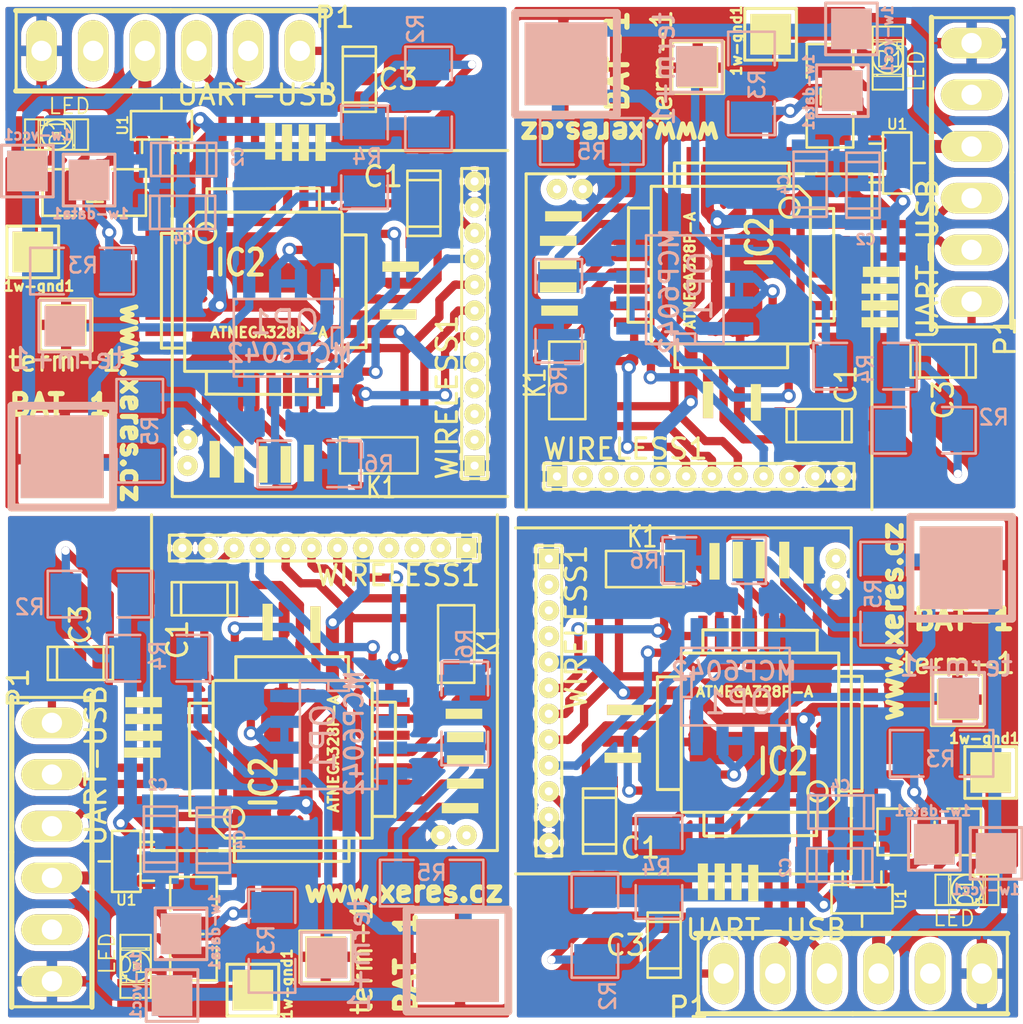
<source format=kicad_pcb>
(kicad_pcb (version 3) (host pcbnew "(2013-jul-07)-stable")
  (title_block (title Warduino) (company www.xeres.cz))
  (layers (15 F.Cu signal) (0 B.Cu signal) (18 B.Paste user) (19 F.Paste user) (20 B.SilkS user) (21 F.SilkS user) (22 B.Mask user) (23 F.Mask user) (28 Edge.Cuts user hide))
  (net 0 "")
  (net 1 +5V)
  (net 2 GND)
  (net 3 N-000001)
  (net 4 N-0000010)
  (net 5 N-0000011)
  (net 6 N-0000012)
  (net 7 N-0000013)
  (net 8 N-0000015)
  (net 9 N-0000016)
  (net 10 N-0000017)
  (net 11 N-0000018)
  (net 12 N-0000019)
  (net 13 N-000002)
  (net 14 N-0000020)
  (net 15 N-0000022)
  (net 16 N-0000023)
  (net 17 N-0000025)
  (net 18 N-0000026)
  (net 19 N-0000027)
  (net 20 N-0000028)
  (net 21 N-0000029)
  (net 22 N-0000030)
  (net 23 N-0000031)
  (net 24 N-0000032)
  (net 25 N-000004)
  (net 26 N-000005)
  (net 27 N-000006)
  (net 28 N-000007)
  (net 29 N-000008)
  (net 30 N-000009)
  (net 31 VCC)
  (module PINHEAD1-6x (layer F.Cu) (at 116.84 57.404 90)
    (fp_text reference P1 (at -8.0645 1.651 90) (layer F.SilkS))
    (fp_text value UART-USB (at -4.2545 -2.159 90) (layer F.SilkS))
    (pad 1 thru_hole oval (at -6.35 0 90) (size 1.50622 3.01498) (drill 0.99822) (layers *.Cu F.Paste F.SilkS F.Mask) (net 30 N-000009))
    (pad 2 thru_hole oval (at -3.81 0 90) (size 1.50622 3.01498) (drill 0.99822) (layers *.Cu F.Paste F.SilkS F.Mask) (net 22 N-0000030))
    (pad 3 thru_hole oval (at -1.27 0 90) (size 1.50622 3.01498) (drill 0.99822) (layers *.Cu F.Paste F.SilkS F.Mask) (net 21 N-0000029))
    (pad 4 thru_hole oval (at 1.27 0 90) (size 1.50622 3.01498) (drill 0.99822) (layers *.Cu F.Paste F.SilkS F.Mask) (net 1 +5V))
    (pad 5 thru_hole oval (at 3.81 0 90) (size 1.50622 3.01498) (drill 0.99822) (layers *.Cu F.Paste F.SilkS F.Mask))
    (pad 6 thru_hole oval (at 6.35 0 90) (size 1.50622 3.01498) (drill 0.99822) (layers *.Cu F.Paste F.SilkS F.Mask) (net 2 GND))
  )
  (module si4432 (layer F.Cu) (at 103.4415 73.9775 180)
    (fp_text reference WIRELESS1 (at 3.6195 2.9845 180) (layer F.SilkS))
    (fp_text value SI4432 hide)
    (pad 1 thru_hole rect (at 6.985 1.635) (size 1 1) (drill 0.4) (layers *.Cu *.Mask F.SilkS) (net 2 GND))
    (pad 2 thru_hole circle (at 5.715 1.635) (size 1 1) (drill 0.4) (layers *.Cu *.Mask F.SilkS))
    (pad 3 thru_hole circle (at 4.445 1.635) (size 1 1) (drill 0.4) (layers *.Cu *.Mask F.SilkS))
    (pad 4 thru_hole circle (at 3.175 1.635) (size 1 1) (drill 0.4) (layers *.Cu *.Mask F.SilkS))
    (pad 5 thru_hole circle (at 1.905 1.635) (size 1 1) (drill 0.4) (layers *.Cu *.Mask F.SilkS) (net 31 VCC))
    (pad 6 thru_hole circle (at 0.635 1.635) (size 1 1) (drill 0.4) (layers *.Cu *.Mask F.SilkS) (net 26 N-000005))
    (pad 7 thru_hole circle (at -0.635 1.635) (size 1 1) (drill 0.4) (layers *.Cu *.Mask F.SilkS) (net 25 N-000004))
    (pad 8 thru_hole circle (at -1.905 1.635) (size 1 1) (drill 0.4) (layers *.Cu *.Mask F.SilkS) (net 28 N-000007))
    (pad 9 thru_hole circle (at -3.175 1.635) (size 1 1) (drill 0.4) (layers *.Cu *.Mask F.SilkS) (net 5 N-0000011))
    (pad 10 thru_hole circle (at -4.445 1.635) (size 1 1) (drill 0.4) (layers *.Cu *.Mask F.SilkS) (net 27 N-000006))
    (pad 11 thru_hole circle (at -5.715 1.635) (size 1 1) (drill 0.4) (layers *.Cu *.Mask F.SilkS) (net 2 GND))
    (pad 12 thru_hole circle (at -6.985 1.635) (size 1 1) (drill 0.4) (layers *.Cu *.Mask F.SilkS) (net 2 GND))
    (pad 13 thru_hole circle (at 6.985 15.748) (size 1 1) (drill 0.4) (layers *.Cu *.Mask F.SilkS))
    (pad 14 thru_hole circle (at 5.715 15.748) (size 1 1) (drill 0.4) (layers *.Cu *.Mask F.SilkS) (net 2 GND))
  )
  (module TQFP32 (layer F.Cu) (at 105.029 61.976 270)
    (fp_text reference IC2 (at -1.143 -1.397 270) (layer F.SilkS) (effects (font (size 1.27 1.016) (thickness 0.2032))))
    (fp_text value ATMEGA328P-A (at 0.254 2.032 270) (layer F.SilkS) (effects (font (size 0.5 0.5) (thickness 0.125))))
    (pad 8 smd rect (at -4.81584 2.77622 270) (size 1.99898 0.44958) (layers F.Cu F.Paste F.Mask))
    (pad 7 smd rect (at -4.81584 1.97612 270) (size 1.99898 0.44958) (layers F.Cu F.Paste F.Mask))
    (pad 6 smd rect (at -4.81584 1.17602 270) (size 1.99898 0.44958) (layers F.Cu F.Paste F.Mask) (net 31 VCC))
    (pad 5 smd rect (at -4.81584 0.37592 270) (size 1.99898 0.44958) (layers F.Cu F.Paste F.Mask) (net 2 GND))
    (pad 4 smd rect (at -4.81584 -0.42418 270) (size 1.99898 0.44958) (layers F.Cu F.Paste F.Mask) (net 31 VCC))
    (pad 3 smd rect (at -4.81584 -1.22428 270) (size 1.99898 0.44958) (layers F.Cu F.Paste F.Mask) (net 2 GND))
    (pad 2 smd rect (at -4.81584 -2.02438 270) (size 1.99898 0.44958) (layers F.Cu F.Paste F.Mask) (net 14 N-0000020))
    (pad 1 smd rect (at -4.81584 -2.82448 270) (size 1.99898 0.44958) (layers F.Cu F.Paste F.Mask) (net 29 N-000008))
    (pad 24 smd rect (at 4.7498 -2.8194 270) (size 1.99898 0.44958) (layers F.Cu F.Paste F.Mask) (net 6 N-0000012))
    (pad 17 smd rect (at 4.7498 2.794 270) (size 1.99898 0.44958) (layers F.Cu F.Paste F.Mask) (net 28 N-000007))
    (pad 18 smd rect (at 4.7498 1.9812 270) (size 1.99898 0.44958) (layers F.Cu F.Paste F.Mask) (net 31 VCC))
    (pad 19 smd rect (at 4.7498 1.1684 270) (size 1.99898 0.44958) (layers F.Cu F.Paste F.Mask) (net 8 N-0000015))
    (pad 20 smd rect (at 4.7498 0.381 270) (size 1.99898 0.44958) (layers F.Cu F.Paste F.Mask) (net 15 N-0000022))
    (pad 21 smd rect (at 4.7498 -0.4318 270) (size 1.99898 0.44958) (layers F.Cu F.Paste F.Mask) (net 2 GND))
    (pad 22 smd rect (at 4.7498 -1.2192 270) (size 1.99898 0.44958) (layers F.Cu F.Paste F.Mask) (net 19 N-0000027))
    (pad 23 smd rect (at 4.7498 -2.032 270) (size 1.99898 0.44958) (layers F.Cu F.Paste F.Mask) (net 13 N-000002))
    (pad 32 smd rect (at -2.82448 -4.826 270) (size 0.44958 1.99898) (layers F.Cu F.Paste F.Mask) (net 27 N-000006))
    (pad 31 smd rect (at -2.02692 -4.826 270) (size 0.44958 1.99898) (layers F.Cu F.Paste F.Mask) (net 21 N-0000029))
    (pad 30 smd rect (at -1.22428 -4.826 270) (size 0.44958 1.99898) (layers F.Cu F.Paste F.Mask) (net 22 N-0000030))
    (pad 29 smd rect (at -0.42672 -4.826 270) (size 0.44958 1.99898) (layers F.Cu F.Paste F.Mask) (net 4 N-0000010))
    (pad 28 smd rect (at 0.37592 -4.826 270) (size 0.44958 1.99898) (layers F.Cu F.Paste F.Mask) (net 9 N-0000016))
    (pad 27 smd rect (at 1.17348 -4.826 270) (size 0.44958 1.99898) (layers F.Cu F.Paste F.Mask) (net 10 N-0000017))
    (pad 26 smd rect (at 1.97612 -4.826 270) (size 0.44958 1.99898) (layers F.Cu F.Paste F.Mask) (net 11 N-0000018))
    (pad 25 smd rect (at 2.77368 -4.826 270) (size 0.44958 1.99898) (layers F.Cu F.Paste F.Mask) (net 12 N-0000019))
    (pad 9 smd rect (at -2.8194 4.7752 270) (size 0.44958 1.99898) (layers F.Cu F.Paste F.Mask) (net 24 N-0000032))
    (pad 10 smd rect (at -2.032 4.7752 270) (size 0.44958 1.99898) (layers F.Cu F.Paste F.Mask) (net 23 N-0000031))
    (pad 11 smd rect (at -1.2192 4.7752 270) (size 0.44958 1.99898) (layers F.Cu F.Paste F.Mask) (net 17 N-0000025))
    (pad 12 smd rect (at -0.4318 4.7752 270) (size 0.44958 1.99898) (layers F.Cu F.Paste F.Mask) (net 20 N-0000028))
    (pad 13 smd rect (at 0.3556 4.7752 270) (size 0.44958 1.99898) (layers F.Cu F.Paste F.Mask) (net 18 N-0000026))
    (pad 14 smd rect (at 1.1684 4.7752 270) (size 0.44958 1.99898) (layers F.Cu F.Paste F.Mask) (net 5 N-0000011))
    (pad 15 smd rect (at 1.9812 4.7752 270) (size 0.44958 1.99898) (layers F.Cu F.Paste F.Mask) (net 25 N-000004))
    (pad 16 smd rect (at 2.794 4.7752 270) (size 0.44958 1.99898) (layers F.Cu F.Paste F.Mask) (net 26 N-000005))
  )
  (module SM1206 (layer F.Cu) (at 109.8804 53.6448 270)
    (fp_text reference R1 (at 0.0762 -0.1016 360) (layer F.SilkS) (effects (font (size 0.762 0.762) (thickness 0.127))))
    (fp_text value 330R hide)
    (pad 1 smd rect (at -1.651 0 270) (size 1.524 2.032) (layers F.Cu F.Paste F.Mask) (net 16 N-0000023))
    (pad 2 smd rect (at 1.651 0 270) (size 1.524 2.032) (layers F.Cu F.Paste F.Mask) (net 29 N-000008))
  )
  (module LED-1206 (layer F.Cu) (at 112.7252 51.7906 90)
    (fp_text reference D1 (at -0.0635 0.127 180) (layer F.SilkS) (effects (font (size 0.762 0.762) (thickness 0.0889))))
    (fp_text value LED (at -0.635 1.397 90) (layer F.SilkS) (effects (font (size 0.762 0.762) (thickness 0.0889))))
    (pad 1 smd rect (at -1.41986 0 90) (size 1.59766 1.80086) (layers F.Cu F.Paste F.Mask) (net 16 N-0000023))
    (pad 2 smd rect (at 1.41986 0 90) (size 1.59766 1.80086) (layers F.Cu F.Paste F.Mask) (net 2 GND))
  )
  (module GS3 (layer F.Cu) (at 96.9645 67.6275)
    (fp_text reference K1 (at -1.5875 0.127 90) (layer F.SilkS) (effects (font (size 1.016 0.762) (thickness 0.127))))
    (fp_text value CONN_3 hide)
    (pad 1 smd rect (at 0 -1.27) (size 1.27 0.9652) (layers F.Cu F.Paste F.Mask) (net 25 N-000004))
    (pad 2 smd rect (at 0 0) (size 1.27 0.9652) (layers F.Cu F.Paste F.Mask) (net 26 N-000005))
    (pad 3 smd rect (at 0 1.27) (size 1.27 0.9652) (layers F.Cu F.Paste F.Mask) (net 28 N-000007))
  )
  (module c_1206 (layer F.Cu) (at 109.347 69.85 180)
    (fp_text reference C1 (at -1.3208 2.0066 270) (layer F.SilkS))
    (fp_text value 100n hide)
    (pad 1 smd rect (at 1.397 0 180) (size 1.6002 1.8034) (layers F.Cu F.Paste F.Mask) (net 15 N-0000022))
    (pad 2 smd rect (at -1.397 0 180) (size 1.6002 1.8034) (layers F.Cu F.Paste F.Mask) (net 2 GND))
  )
  (module c_1206 (layer B.Cu) (at 111.506 58.039 270)
    (fp_text reference C2 (at 2.667 -0.127 360) (layer B.SilkS) (effects (font (size 0.50038 0.50038) (thickness 0.11938)) (justify mirror)))
    (fp_text value 100n hide)
    (pad 1 smd rect (at 1.397 0 270) (size 1.6002 1.8034) (layers B.Cu B.Paste B.Mask) (net 31 VCC))
    (pad 2 smd rect (at -1.397 0 270) (size 1.6002 1.8034) (layers B.Cu B.Paste B.Mask) (net 2 GND))
  )
  (module c_1206 (layer F.Cu) (at 115.443 66.675)
    (fp_text reference C3 (at 0 1.905 90) (layer F.SilkS))
    (fp_text value 100n hide)
    (pad 1 smd rect (at 1.397 0) (size 1.6002 1.8034) (layers F.Cu F.Paste F.Mask) (net 30 N-000009))
    (pad 2 smd rect (at -1.397 0) (size 1.6002 1.8034) (layers F.Cu F.Paste F.Mask) (net 4 N-0000010))
  )
  (module SM1206 (layer B.Cu) (at 114.5032 70.0786)
    (fp_text reference R2 (at 3.429 -0.635) (layer B.SilkS) (effects (font (size 0.762 0.762) (thickness 0.127)) (justify mirror)))
    (fp_text value 10k hide)
    (pad 1 smd rect (at -1.651 0) (size 1.524 2.032) (layers B.Cu B.Paste B.Mask) (net 31 VCC))
    (pad 2 smd rect (at 1.651 0) (size 1.524 2.032) (layers B.Cu B.Paste B.Mask) (net 4 N-0000010))
  )
  (module SM1206 (layer B.Cu) (at 106.0196 53.0352 270)
    (fp_text reference R3 (at 0.0508 -0.2794 270) (layer B.SilkS) (effects (font (size 0.762 0.762) (thickness 0.127)) (justify mirror)))
    (fp_text value 4k7 hide)
    (pad 1 smd rect (at -1.651 0 270) (size 1.524 2.032) (layers B.Cu B.Paste B.Mask) (net 1 +5V))
    (pad 2 smd rect (at 1.651 0 270) (size 1.524 2.032) (layers B.Cu B.Paste B.Mask) (net 14 N-0000020))
  )
  (module SM1206 (layer B.Cu) (at 98.171 55.88)
    (fp_text reference R5 (at 0 0.508) (layer B.SilkS) (effects (font (size 0.762 0.762) (thickness 0.127)) (justify mirror)))
    (fp_text value 10k hide)
    (pad 1 smd rect (at -1.651 0) (size 1.524 2.032) (layers B.Cu B.Paste B.Mask) (net 1 +5V))
    (pad 2 smd rect (at 1.651 0) (size 1.524 2.032) (layers B.Cu B.Paste B.Mask) (net 7 N-0000013))
  )
  (module SM1206 (layer B.Cu) (at 111.6076 66.929 180)
    (fp_text reference R4 (at -0.0254 -0.127 270) (layer B.SilkS) (effects (font (size 0.762 0.762) (thickness 0.127)) (justify mirror)))
    (fp_text value 10k hide)
    (pad 1 smd rect (at -1.651 0 180) (size 1.524 2.032) (layers B.Cu B.Paste B.Mask) (net 31 VCC))
    (pad 2 smd rect (at 1.651 0 180) (size 1.524 2.032) (layers B.Cu B.Paste B.Mask) (net 3 N-000001))
  )
  (module SM1206 (layer B.Cu) (at 96.5454 64.2112 270)
    (fp_text reference R6 (at 3.429 0 270) (layer B.SilkS) (effects (font (size 0.762 0.762) (thickness 0.127)) (justify mirror)))
    (fp_text value 10K hide)
    (pad 1 smd rect (at -1.651 0 270) (size 1.524 2.032) (layers B.Cu B.Paste B.Mask) (net 7 N-0000013))
    (pad 2 smd rect (at 1.651 0 270) (size 1.524 2.032) (layers B.Cu B.Paste B.Mask) (net 2 GND))
  )
  (module SO8E (layer B.Cu) (at 102.743 63.1698 90)
    (fp_text reference OP1 (at 0.1778 0.762 90) (layer B.SilkS) (effects (font (size 1.143 1.143) (thickness 0.1524)) (justify mirror)))
    (fp_text value MCP6042 (at -0.0762 -0.762 90) (layer B.SilkS) (effects (font (size 0.889 0.889) (thickness 0.1524)) (justify mirror)))
    (pad 8 smd rect (at -1.905 2.667 90) (size 0.59944 1.39954) (layers B.Cu B.Paste B.Mask) (net 1 +5V))
    (pad 1 smd rect (at -1.905 -2.667 90) (size 0.59944 1.39954) (layers B.Cu B.Paste B.Mask) (net 6 N-0000012))
    (pad 7 smd rect (at -0.635 2.667 90) (size 0.59944 1.39954) (layers B.Cu B.Paste B.Mask) (net 13 N-000002))
    (pad 6 smd rect (at 0.635 2.667 90) (size 0.59944 1.39954) (layers B.Cu B.Paste B.Mask) (net 13 N-000002))
    (pad 5 smd rect (at 1.905 2.667 90) (size 0.59944 1.39954) (layers B.Cu B.Paste B.Mask) (net 3 N-000001))
    (pad 2 smd rect (at -0.635 -2.667 90) (size 0.59944 1.39954) (layers B.Cu B.Paste B.Mask) (net 6 N-0000012))
    (pad 3 smd rect (at 0.635 -2.667 90) (size 0.59944 1.39954) (layers B.Cu B.Paste B.Mask) (net 7 N-0000013))
    (pad 4 smd rect (at 1.905 -2.667 90) (size 0.59944 1.39954) (layers B.Cu B.Paste B.Mask) (net 2 GND))
  )
  (module sot23 (layer F.Cu) (at 113.1824 56.9468 270)
    (fp_text reference U1 (at -1.905 0 540) (layer F.SilkS) (effects (font (size 0.50038 0.50038) (thickness 0.09906))))
    (fp_text value "MCP1700 3.3V" hide)
    (pad 1 smd rect (at -0.9525 1.05664 270) (size 0.59944 1.00076) (layers F.Cu F.Paste F.Mask) (net 2 GND))
    (pad 2 smd rect (at 0 -1.05664 270) (size 0.59944 1.00076) (layers F.Cu F.Paste F.Mask) (net 1 +5V))
    (pad 3 smd rect (at 0.9525 1.05664 270) (size 0.59944 1.00076) (layers F.Cu F.Paste F.Mask) (net 31 VCC))
  )
  (module 1PIN_SMDx (layer B.Cu) (at 103.3145 52.197 270)
    (fp_text reference term+1 (at 0.127 1.5875 270) (layer B.SilkS) (effects (justify mirror)))
    (fp_text value CONN_1 hide)
    (pad 1 smd rect (at 0 0 270) (size 2 2) (layers B.Cu B.Paste B.SilkS B.Mask) (net 3 N-000001))
  )
  (module 1PIN_SMDx (layer F.Cu) (at 103.378 52.2605 270)
    (fp_text reference term-1 (at -0.0635 1.778 270) (layer F.SilkS))
    (fp_text value CONN_1 hide)
    (pad 1 smd rect (at 0 0 270) (size 2 2) (layers F.Cu F.Paste F.SilkS F.Mask) (net 2 GND))
  )
  (module 1PIN_SMDx (layer B.Cu) (at 110.9345 50.3555 270)
    (fp_text reference 1w-vcc1 (at 0.508 -1.778 270) (layer B.SilkS) (effects (font (size 0.5 0.5) (thickness 0.125)) (justify mirror)))
    (fp_text value CONN_1 hide)
    (pad 1 smd rect (at 0 0 270) (size 2 2) (layers B.Cu B.Paste B.SilkS B.Mask) (net 1 +5V))
  )
  (module 1PIN_SMDx (layer F.Cu) (at 106.9594 50.6222 270)
    (fp_text reference 1w-gnd1 (at 0.3048 1.6764 270) (layer F.SilkS) (effects (font (size 0.5 0.5) (thickness 0.125))))
    (fp_text value CONN_1 hide)
    (pad 1 smd rect (at 0 0 270) (size 2 2) (layers F.Cu F.Paste F.SilkS F.Mask) (net 2 GND))
  )
  (module 1PIN_SMDx (layer B.Cu) (at 110.49 53.3908 270)
    (fp_text reference 1w-data1 (at 0.0762 1.651 270) (layer B.SilkS) (effects (font (size 0.5 0.5) (thickness 0.125)) (justify mirror)))
    (fp_text value CONN_1 hide)
    (pad 1 smd rect (at 0 0 270) (size 2 2) (layers B.Cu B.Paste B.SilkS B.Mask) (net 14 N-0000020))
  )
  (module c_1206 (layer B.Cu) (at 108.9025 57.9882 270)
    (fp_text reference C4 (at 0.0254 1.2954 270) (layer B.SilkS) (effects (font (size 0.50038 0.50038) (thickness 0.11938)) (justify mirror)))
    (fp_text value 10u hide)
    (pad 1 smd rect (at 1.397 0 270) (size 1.6002 1.8034) (layers B.Cu B.Paste B.Mask) (net 31 VCC))
    (pad 2 smd rect (at -1.397 0 270) (size 1.6002 1.8034) (layers B.Cu B.Paste B.Mask) (net 2 GND))
  )
  (module 1PIN_SMDxx (layer F.Cu) (at 112.3315 63.9445 270)
    (fp_text reference A3 hide)
    (fp_text value CONN_1 hide)
    (pad 1 smd rect (at 0 0 270) (size 0.5 1.8) (layers F.Cu F.Paste F.SilkS F.Mask) (net 11 N-0000018))
  )
  (module 1PIN_SMDxx (layer F.Cu) (at 112.3315 63.119 270)
    (fp_text reference A4 hide)
    (fp_text value CONN_1 hide)
    (pad 1 smd rect (at 0 0 270) (size 0.5 1.8) (layers F.Cu F.Paste F.SilkS F.Mask) (net 10 N-0000017))
  )
  (module 1PIN_SMDxx (layer F.Cu) (at 112.395 62.2935 270)
    (fp_text reference A5 hide)
    (fp_text value CONN_1 hide)
    (pad 1 smd rect (at 0 0 270) (size 0.5 1.8) (layers F.Cu F.Paste F.SilkS F.Mask) (net 9 N-0000016))
  )
  (module 1PIN_SMDxx (layer F.Cu) (at 96.52 63.0555 270)
    (fp_text reference D8 hide)
    (fp_text value CONN_1 hide)
    (pad 1 smd rect (at 0 0 270) (size 0.5 1.8) (layers F.Cu F.Paste F.SilkS F.Mask) (net 20 N-0000028))
  )
  (module 1PIN_SMDxx (layer F.Cu) (at 96.5835 64.1985 270)
    (fp_text reference D9 hide)
    (fp_text value CONN_1 hide)
    (pad 1 smd rect (at 0 0 270) (size 0.5 1.8) (layers F.Cu F.Paste F.SilkS F.Mask) (net 18 N-0000026))
  )
  (module 1PIN_SMDxx (layer F.Cu) (at 96.774 59.563 270)
    (fp_text reference D5 hide)
    (fp_text value CONN_1 hide)
    (pad 1 smd rect (at 0 0 270) (size 0.5 1.8) (layers F.Cu F.Paste F.SilkS F.Mask) (net 24 N-0000032))
  )
  (module 1PIN_SMDxx (layer F.Cu) (at 96.52 60.7695 270)
    (fp_text reference D6 hide)
    (fp_text value CONN_1 hide)
    (pad 1 smd rect (at 0 0 270) (size 0.5 1.8) (layers F.Cu F.Paste F.SilkS F.Mask) (net 23 N-0000031))
  )
  (module 1PIN_SMDxx (layer F.Cu) (at 96.52 61.9125 270)
    (fp_text reference D7 hide)
    (fp_text value CONN_1 hide)
    (pad 1 smd rect (at 0 0 270) (size 0.5 1.8) (layers F.Cu F.Paste F.SilkS F.Mask) (net 17 N-0000025))
  )
  (module 1PIN_SMDxx (layer F.Cu) (at 103.886 68.58)
    (fp_text reference ADC6 hide)
    (fp_text value CONN_1 hide)
    (pad 1 smd rect (at 0 0) (size 0.5 1.8) (layers F.Cu F.Paste F.SilkS F.Mask) (net 8 N-0000015))
  )
  (module 1PIN_SMDxx (layer F.Cu) (at 106.2355 68.707)
    (fp_text reference ADC7 hide)
    (fp_text value CONN_1 hide)
    (pad 1 smd rect (at 0 0) (size 0.5 1.8) (layers F.Cu F.Paste F.SilkS F.Mask) (net 19 N-0000027))
  )
  (module 1PIN_SMDxx (layer F.Cu) (at 112.3315 64.77 270)
    (fp_text reference A2 hide)
    (fp_text value CONN_1 hide)
    (pad 1 smd rect (at 0 0 270) (size 0.5 1.8) (layers F.Cu F.Paste F.SilkS F.Mask) (net 12 N-0000019))
  )
  (module 1PIN_SMD (layer F.Cu) (at 96.901 52.07 270)
    (fp_text reference BAT-1 (at -0.127 -2.54 270) (layer F.SilkS) (effects (font (size 1.016 1.016) (thickness 0.254))))
    (fp_text value CONN_1 hide)
    (pad 1 smd rect (at 0 0 270) (size 4.064 4.064) (layers F.Cu F.Paste F.SilkS F.Mask) (net 2 GND))
  )
  (module 1PIN_SMD (layer B.Cu) (at 96.901 52.07 270)
    (fp_text reference BAT+1 hide)
    (fp_text value CONN_1 hide)
    (pad 1 smd rect (at 0 0 270) (size 4.064 4.064) (layers B.Cu B.Paste B.SilkS B.Mask) (net 1 +5V))
  )
  (module PINHEAD1-6x (layer F.Cu) (at 71.628 90.805 270)
    (fp_text reference P1 (at -8.0645 1.651 270) (layer F.SilkS))
    (fp_text value UART-USB (at -4.2545 -2.159 270) (layer F.SilkS))
    (pad 1 thru_hole oval (at -6.35 0 270) (size 1.50622 3.01498) (drill 0.99822) (layers *.Cu F.Paste F.SilkS F.Mask) (net 30 N-000009))
    (pad 2 thru_hole oval (at -3.81 0 270) (size 1.50622 3.01498) (drill 0.99822) (layers *.Cu F.Paste F.SilkS F.Mask) (net 22 N-0000030))
    (pad 3 thru_hole oval (at -1.27 0 270) (size 1.50622 3.01498) (drill 0.99822) (layers *.Cu F.Paste F.SilkS F.Mask) (net 21 N-0000029))
    (pad 4 thru_hole oval (at 1.27 0 270) (size 1.50622 3.01498) (drill 0.99822) (layers *.Cu F.Paste F.SilkS F.Mask) (net 1 +5V))
    (pad 5 thru_hole oval (at 3.81 0 270) (size 1.50622 3.01498) (drill 0.99822) (layers *.Cu F.Paste F.SilkS F.Mask))
    (pad 6 thru_hole oval (at 6.35 0 270) (size 1.50622 3.01498) (drill 0.99822) (layers *.Cu F.Paste F.SilkS F.Mask) (net 2 GND))
  )
  (module si4432 (layer F.Cu) (at 85.0265 74.2315)
    (fp_text reference WIRELESS1 (at 3.6195 2.9845) (layer F.SilkS))
    (fp_text value SI4432 hide)
    (pad 1 thru_hole rect (at 6.985 1.635 180) (size 1 1) (drill 0.4) (layers *.Cu *.Mask F.SilkS) (net 2 GND))
    (pad 2 thru_hole circle (at 5.715 1.635 180) (size 1 1) (drill 0.4) (layers *.Cu *.Mask F.SilkS))
    (pad 3 thru_hole circle (at 4.445 1.635 180) (size 1 1) (drill 0.4) (layers *.Cu *.Mask F.SilkS))
    (pad 4 thru_hole circle (at 3.175 1.635 180) (size 1 1) (drill 0.4) (layers *.Cu *.Mask F.SilkS))
    (pad 5 thru_hole circle (at 1.905 1.635 180) (size 1 1) (drill 0.4) (layers *.Cu *.Mask F.SilkS) (net 31 VCC))
    (pad 6 thru_hole circle (at 0.635 1.635 180) (size 1 1) (drill 0.4) (layers *.Cu *.Mask F.SilkS) (net 26 N-000005))
    (pad 7 thru_hole circle (at -0.635 1.635 180) (size 1 1) (drill 0.4) (layers *.Cu *.Mask F.SilkS) (net 25 N-000004))
    (pad 8 thru_hole circle (at -1.905 1.635 180) (size 1 1) (drill 0.4) (layers *.Cu *.Mask F.SilkS) (net 28 N-000007))
    (pad 9 thru_hole circle (at -3.175 1.635 180) (size 1 1) (drill 0.4) (layers *.Cu *.Mask F.SilkS) (net 5 N-0000011))
    (pad 10 thru_hole circle (at -4.445 1.635 180) (size 1 1) (drill 0.4) (layers *.Cu *.Mask F.SilkS) (net 27 N-000006))
    (pad 11 thru_hole circle (at -5.715 1.635 180) (size 1 1) (drill 0.4) (layers *.Cu *.Mask F.SilkS) (net 2 GND))
    (pad 12 thru_hole circle (at -6.985 1.635 180) (size 1 1) (drill 0.4) (layers *.Cu *.Mask F.SilkS) (net 2 GND))
    (pad 13 thru_hole circle (at 6.985 15.748 180) (size 1 1) (drill 0.4) (layers *.Cu *.Mask F.SilkS))
    (pad 14 thru_hole circle (at 5.715 15.748 180) (size 1 1) (drill 0.4) (layers *.Cu *.Mask F.SilkS) (net 2 GND))
  )
  (module TQFP32 (layer F.Cu) (at 83.439 86.233 90)
    (fp_text reference IC2 (at -1.143 -1.397 90) (layer F.SilkS) (effects (font (size 1.27 1.016) (thickness 0.2032))))
    (fp_text value ATMEGA328P-A (at 0.254 2.032 90) (layer F.SilkS) (effects (font (size 0.5 0.5) (thickness 0.125))))
    (pad 8 smd rect (at -4.81584 2.77622 90) (size 1.99898 0.44958) (layers F.Cu F.Paste F.Mask))
    (pad 7 smd rect (at -4.81584 1.97612 90) (size 1.99898 0.44958) (layers F.Cu F.Paste F.Mask))
    (pad 6 smd rect (at -4.81584 1.17602 90) (size 1.99898 0.44958) (layers F.Cu F.Paste F.Mask) (net 31 VCC))
    (pad 5 smd rect (at -4.81584 0.37592 90) (size 1.99898 0.44958) (layers F.Cu F.Paste F.Mask) (net 2 GND))
    (pad 4 smd rect (at -4.81584 -0.42418 90) (size 1.99898 0.44958) (layers F.Cu F.Paste F.Mask) (net 31 VCC))
    (pad 3 smd rect (at -4.81584 -1.22428 90) (size 1.99898 0.44958) (layers F.Cu F.Paste F.Mask) (net 2 GND))
    (pad 2 smd rect (at -4.81584 -2.02438 90) (size 1.99898 0.44958) (layers F.Cu F.Paste F.Mask) (net 14 N-0000020))
    (pad 1 smd rect (at -4.81584 -2.82448 90) (size 1.99898 0.44958) (layers F.Cu F.Paste F.Mask) (net 29 N-000008))
    (pad 24 smd rect (at 4.7498 -2.8194 90) (size 1.99898 0.44958) (layers F.Cu F.Paste F.Mask) (net 6 N-0000012))
    (pad 17 smd rect (at 4.7498 2.794 90) (size 1.99898 0.44958) (layers F.Cu F.Paste F.Mask) (net 28 N-000007))
    (pad 18 smd rect (at 4.7498 1.9812 90) (size 1.99898 0.44958) (layers F.Cu F.Paste F.Mask) (net 31 VCC))
    (pad 19 smd rect (at 4.7498 1.1684 90) (size 1.99898 0.44958) (layers F.Cu F.Paste F.Mask) (net 8 N-0000015))
    (pad 20 smd rect (at 4.7498 0.381 90) (size 1.99898 0.44958) (layers F.Cu F.Paste F.Mask) (net 15 N-0000022))
    (pad 21 smd rect (at 4.7498 -0.4318 90) (size 1.99898 0.44958) (layers F.Cu F.Paste F.Mask) (net 2 GND))
    (pad 22 smd rect (at 4.7498 -1.2192 90) (size 1.99898 0.44958) (layers F.Cu F.Paste F.Mask) (net 19 N-0000027))
    (pad 23 smd rect (at 4.7498 -2.032 90) (size 1.99898 0.44958) (layers F.Cu F.Paste F.Mask) (net 13 N-000002))
    (pad 32 smd rect (at -2.82448 -4.826 90) (size 0.44958 1.99898) (layers F.Cu F.Paste F.Mask) (net 27 N-000006))
    (pad 31 smd rect (at -2.02692 -4.826 90) (size 0.44958 1.99898) (layers F.Cu F.Paste F.Mask) (net 21 N-0000029))
    (pad 30 smd rect (at -1.22428 -4.826 90) (size 0.44958 1.99898) (layers F.Cu F.Paste F.Mask) (net 22 N-0000030))
    (pad 29 smd rect (at -0.42672 -4.826 90) (size 0.44958 1.99898) (layers F.Cu F.Paste F.Mask) (net 4 N-0000010))
    (pad 28 smd rect (at 0.37592 -4.826 90) (size 0.44958 1.99898) (layers F.Cu F.Paste F.Mask) (net 9 N-0000016))
    (pad 27 smd rect (at 1.17348 -4.826 90) (size 0.44958 1.99898) (layers F.Cu F.Paste F.Mask) (net 10 N-0000017))
    (pad 26 smd rect (at 1.97612 -4.826 90) (size 0.44958 1.99898) (layers F.Cu F.Paste F.Mask) (net 11 N-0000018))
    (pad 25 smd rect (at 2.77368 -4.826 90) (size 0.44958 1.99898) (layers F.Cu F.Paste F.Mask) (net 12 N-0000019))
    (pad 9 smd rect (at -2.8194 4.7752 90) (size 0.44958 1.99898) (layers F.Cu F.Paste F.Mask) (net 24 N-0000032))
    (pad 10 smd rect (at -2.032 4.7752 90) (size 0.44958 1.99898) (layers F.Cu F.Paste F.Mask) (net 23 N-0000031))
    (pad 11 smd rect (at -1.2192 4.7752 90) (size 0.44958 1.99898) (layers F.Cu F.Paste F.Mask) (net 17 N-0000025))
    (pad 12 smd rect (at -0.4318 4.7752 90) (size 0.44958 1.99898) (layers F.Cu F.Paste F.Mask) (net 20 N-0000028))
    (pad 13 smd rect (at 0.3556 4.7752 90) (size 0.44958 1.99898) (layers F.Cu F.Paste F.Mask) (net 18 N-0000026))
    (pad 14 smd rect (at 1.1684 4.7752 90) (size 0.44958 1.99898) (layers F.Cu F.Paste F.Mask) (net 5 N-0000011))
    (pad 15 smd rect (at 1.9812 4.7752 90) (size 0.44958 1.99898) (layers F.Cu F.Paste F.Mask) (net 25 N-000004))
    (pad 16 smd rect (at 2.794 4.7752 90) (size 0.44958 1.99898) (layers F.Cu F.Paste F.Mask) (net 26 N-000005))
  )
  (module SM1206 (layer F.Cu) (at 78.5876 94.5642 90)
    (fp_text reference R1 (at 0.0762 -0.1016 180) (layer F.SilkS) (effects (font (size 0.762 0.762) (thickness 0.127))))
    (fp_text value 330R hide)
    (pad 1 smd rect (at -1.651 0 90) (size 1.524 2.032) (layers F.Cu F.Paste F.Mask) (net 16 N-0000023))
    (pad 2 smd rect (at 1.651 0 90) (size 1.524 2.032) (layers F.Cu F.Paste F.Mask) (net 29 N-000008))
  )
  (module LED-1206 (layer F.Cu) (at 75.7428 96.4184 270)
    (fp_text reference D1 (at -0.0635 0.127 360) (layer F.SilkS) (effects (font (size 0.762 0.762) (thickness 0.0889))))
    (fp_text value LED (at -0.635 1.397 270) (layer F.SilkS) (effects (font (size 0.762 0.762) (thickness 0.0889))))
    (pad 1 smd rect (at -1.41986 0 270) (size 1.59766 1.80086) (layers F.Cu F.Paste F.Mask) (net 16 N-0000023))
    (pad 2 smd rect (at 1.41986 0 270) (size 1.59766 1.80086) (layers F.Cu F.Paste F.Mask) (net 2 GND))
  )
  (module GS3 (layer F.Cu) (at 91.5035 80.5815 180)
    (fp_text reference K1 (at -1.5875 0.127 270) (layer F.SilkS) (effects (font (size 1.016 0.762) (thickness 0.127))))
    (fp_text value CONN_3 hide)
    (pad 1 smd rect (at 0 -1.27 180) (size 1.27 0.9652) (layers F.Cu F.Paste F.Mask) (net 25 N-000004))
    (pad 2 smd rect (at 0 0 180) (size 1.27 0.9652) (layers F.Cu F.Paste F.Mask) (net 26 N-000005))
    (pad 3 smd rect (at 0 1.27 180) (size 1.27 0.9652) (layers F.Cu F.Paste F.Mask) (net 28 N-000007))
  )
  (module c_1206 (layer F.Cu) (at 79.121 78.359)
    (fp_text reference C1 (at -1.3208 2.0066 90) (layer F.SilkS))
    (fp_text value 100n hide)
    (pad 1 smd rect (at 1.397 0) (size 1.6002 1.8034) (layers F.Cu F.Paste F.Mask) (net 15 N-0000022))
    (pad 2 smd rect (at -1.397 0) (size 1.6002 1.8034) (layers F.Cu F.Paste F.Mask) (net 2 GND))
  )
  (module c_1206 (layer B.Cu) (at 76.962 90.17 90)
    (fp_text reference C2 (at 2.667 -0.127 180) (layer B.SilkS) (effects (font (size 0.50038 0.50038) (thickness 0.11938)) (justify mirror)))
    (fp_text value 100n hide)
    (pad 1 smd rect (at 1.397 0 90) (size 1.6002 1.8034) (layers B.Cu B.Paste B.Mask) (net 31 VCC))
    (pad 2 smd rect (at -1.397 0 90) (size 1.6002 1.8034) (layers B.Cu B.Paste B.Mask) (net 2 GND))
  )
  (module c_1206 (layer F.Cu) (at 73.025 81.534 180)
    (fp_text reference C3 (at 0 1.905 270) (layer F.SilkS))
    (fp_text value 100n hide)
    (pad 1 smd rect (at 1.397 0 180) (size 1.6002 1.8034) (layers F.Cu F.Paste F.Mask) (net 30 N-000009))
    (pad 2 smd rect (at -1.397 0 180) (size 1.6002 1.8034) (layers F.Cu F.Paste F.Mask) (net 4 N-0000010))
  )
  (module SM1206 (layer B.Cu) (at 73.9648 78.1304 180)
    (fp_text reference R2 (at 3.429 -0.635 180) (layer B.SilkS) (effects (font (size 0.762 0.762) (thickness 0.127)) (justify mirror)))
    (fp_text value 10k hide)
    (pad 1 smd rect (at -1.651 0 180) (size 1.524 2.032) (layers B.Cu B.Paste B.Mask) (net 31 VCC))
    (pad 2 smd rect (at 1.651 0 180) (size 1.524 2.032) (layers B.Cu B.Paste B.Mask) (net 4 N-0000010))
  )
  (module SM1206 (layer B.Cu) (at 82.4484 95.1738 90)
    (fp_text reference R3 (at 0.0508 -0.2794 90) (layer B.SilkS) (effects (font (size 0.762 0.762) (thickness 0.127)) (justify mirror)))
    (fp_text value 4k7 hide)
    (pad 1 smd rect (at -1.651 0 90) (size 1.524 2.032) (layers B.Cu B.Paste B.Mask) (net 1 +5V))
    (pad 2 smd rect (at 1.651 0 90) (size 1.524 2.032) (layers B.Cu B.Paste B.Mask) (net 14 N-0000020))
  )
  (module SM1206 (layer B.Cu) (at 90.297 92.329 180)
    (fp_text reference R5 (at 0 0.508 180) (layer B.SilkS) (effects (font (size 0.762 0.762) (thickness 0.127)) (justify mirror)))
    (fp_text value 10k hide)
    (pad 1 smd rect (at -1.651 0 180) (size 1.524 2.032) (layers B.Cu B.Paste B.Mask) (net 1 +5V))
    (pad 2 smd rect (at 1.651 0 180) (size 1.524 2.032) (layers B.Cu B.Paste B.Mask) (net 7 N-0000013))
  )
  (module SM1206 (layer B.Cu) (at 76.8604 81.28)
    (fp_text reference R4 (at -0.0254 -0.127 90) (layer B.SilkS) (effects (font (size 0.762 0.762) (thickness 0.127)) (justify mirror)))
    (fp_text value 10k hide)
    (pad 1 smd rect (at -1.651 0) (size 1.524 2.032) (layers B.Cu B.Paste B.Mask) (net 31 VCC))
    (pad 2 smd rect (at 1.651 0) (size 1.524 2.032) (layers B.Cu B.Paste B.Mask) (net 3 N-000001))
  )
  (module SM1206 (layer B.Cu) (at 91.9226 83.9978 90)
    (fp_text reference R6 (at 3.429 0 90) (layer B.SilkS) (effects (font (size 0.762 0.762) (thickness 0.127)) (justify mirror)))
    (fp_text value 10K hide)
    (pad 1 smd rect (at -1.651 0 90) (size 1.524 2.032) (layers B.Cu B.Paste B.Mask) (net 7 N-0000013))
    (pad 2 smd rect (at 1.651 0 90) (size 1.524 2.032) (layers B.Cu B.Paste B.Mask) (net 2 GND))
  )
  (module SO8E (layer B.Cu) (at 85.725 85.0392 270)
    (fp_text reference OP1 (at 0.1778 0.762 270) (layer B.SilkS) (effects (font (size 1.143 1.143) (thickness 0.1524)) (justify mirror)))
    (fp_text value MCP6042 (at -0.0762 -0.762 270) (layer B.SilkS) (effects (font (size 0.889 0.889) (thickness 0.1524)) (justify mirror)))
    (pad 8 smd rect (at -1.905 2.667 270) (size 0.59944 1.39954) (layers B.Cu B.Paste B.Mask) (net 1 +5V))
    (pad 1 smd rect (at -1.905 -2.667 270) (size 0.59944 1.39954) (layers B.Cu B.Paste B.Mask) (net 6 N-0000012))
    (pad 7 smd rect (at -0.635 2.667 270) (size 0.59944 1.39954) (layers B.Cu B.Paste B.Mask) (net 13 N-000002))
    (pad 6 smd rect (at 0.635 2.667 270) (size 0.59944 1.39954) (layers B.Cu B.Paste B.Mask) (net 13 N-000002))
    (pad 5 smd rect (at 1.905 2.667 270) (size 0.59944 1.39954) (layers B.Cu B.Paste B.Mask) (net 3 N-000001))
    (pad 2 smd rect (at -0.635 -2.667 270) (size 0.59944 1.39954) (layers B.Cu B.Paste B.Mask) (net 6 N-0000012))
    (pad 3 smd rect (at 0.635 -2.667 270) (size 0.59944 1.39954) (layers B.Cu B.Paste B.Mask) (net 7 N-0000013))
    (pad 4 smd rect (at 1.905 -2.667 270) (size 0.59944 1.39954) (layers B.Cu B.Paste B.Mask) (net 2 GND))
  )
  (module sot23 (layer F.Cu) (at 75.2856 91.2622 90)
    (fp_text reference U1 (at -1.905 0 360) (layer F.SilkS) (effects (font (size 0.50038 0.50038) (thickness 0.09906))))
    (fp_text value "MCP1700 3.3V" hide)
    (pad 1 smd rect (at -0.9525 1.05664 90) (size 0.59944 1.00076) (layers F.Cu F.Paste F.Mask) (net 2 GND))
    (pad 2 smd rect (at 0 -1.05664 90) (size 0.59944 1.00076) (layers F.Cu F.Paste F.Mask) (net 1 +5V))
    (pad 3 smd rect (at 0.9525 1.05664 90) (size 0.59944 1.00076) (layers F.Cu F.Paste F.Mask) (net 31 VCC))
  )
  (module 1PIN_SMDx (layer B.Cu) (at 85.1535 96.012 90)
    (fp_text reference term+1 (at 0.127 1.5875 90) (layer B.SilkS) (effects (justify mirror)))
    (fp_text value CONN_1 hide)
    (pad 1 smd rect (at 0 0 90) (size 2 2) (layers B.Cu B.Paste B.SilkS B.Mask) (net 3 N-000001))
  )
  (module 1PIN_SMDx (layer F.Cu) (at 85.09 95.9485 90)
    (fp_text reference term-1 (at -0.0635 1.778 90) (layer F.SilkS))
    (fp_text value CONN_1 hide)
    (pad 1 smd rect (at 0 0 90) (size 2 2) (layers F.Cu F.Paste F.SilkS F.Mask) (net 2 GND))
  )
  (module 1PIN_SMDx (layer B.Cu) (at 77.5335 97.8535 90)
    (fp_text reference 1w-vcc1 (at 0.508 -1.778 90) (layer B.SilkS) (effects (font (size 0.5 0.5) (thickness 0.125)) (justify mirror)))
    (fp_text value CONN_1 hide)
    (pad 1 smd rect (at 0 0 90) (size 2 2) (layers B.Cu B.Paste B.SilkS B.Mask) (net 1 +5V))
  )
  (module 1PIN_SMDx (layer F.Cu) (at 81.5086 97.5868 90)
    (fp_text reference 1w-gnd1 (at 0.3048 1.6764 90) (layer F.SilkS) (effects (font (size 0.5 0.5) (thickness 0.125))))
    (fp_text value CONN_1 hide)
    (pad 1 smd rect (at 0 0 90) (size 2 2) (layers F.Cu F.Paste F.SilkS F.Mask) (net 2 GND))
  )
  (module 1PIN_SMDx (layer B.Cu) (at 77.978 94.8182 90)
    (fp_text reference 1w-data1 (at 0.0762 1.651 90) (layer B.SilkS) (effects (font (size 0.5 0.5) (thickness 0.125)) (justify mirror)))
    (fp_text value CONN_1 hide)
    (pad 1 smd rect (at 0 0 90) (size 2 2) (layers B.Cu B.Paste B.SilkS B.Mask) (net 14 N-0000020))
  )
  (module c_1206 (layer B.Cu) (at 79.5655 90.2208 90)
    (fp_text reference C4 (at 0.0254 1.2954 90) (layer B.SilkS) (effects (font (size 0.50038 0.50038) (thickness 0.11938)) (justify mirror)))
    (fp_text value 10u hide)
    (pad 1 smd rect (at 1.397 0 90) (size 1.6002 1.8034) (layers B.Cu B.Paste B.Mask) (net 31 VCC))
    (pad 2 smd rect (at -1.397 0 90) (size 1.6002 1.8034) (layers B.Cu B.Paste B.Mask) (net 2 GND))
  )
  (module 1PIN_SMDxx (layer F.Cu) (at 76.1365 84.2645 90)
    (fp_text reference A3 hide)
    (fp_text value CONN_1 hide)
    (pad 1 smd rect (at 0 0 90) (size 0.5 1.8) (layers F.Cu F.Paste F.SilkS F.Mask) (net 11 N-0000018))
  )
  (module 1PIN_SMDxx (layer F.Cu) (at 76.1365 85.09 90)
    (fp_text reference A4 hide)
    (fp_text value CONN_1 hide)
    (pad 1 smd rect (at 0 0 90) (size 0.5 1.8) (layers F.Cu F.Paste F.SilkS F.Mask) (net 10 N-0000017))
  )
  (module 1PIN_SMDxx (layer F.Cu) (at 76.073 85.9155 90)
    (fp_text reference A5 hide)
    (fp_text value CONN_1 hide)
    (pad 1 smd rect (at 0 0 90) (size 0.5 1.8) (layers F.Cu F.Paste F.SilkS F.Mask) (net 9 N-0000016))
  )
  (module 1PIN_SMDxx (layer F.Cu) (at 91.948 85.1535 90)
    (fp_text reference D8 hide)
    (fp_text value CONN_1 hide)
    (pad 1 smd rect (at 0 0 90) (size 0.5 1.8) (layers F.Cu F.Paste F.SilkS F.Mask) (net 20 N-0000028))
  )
  (module 1PIN_SMDxx (layer F.Cu) (at 91.8845 84.0105 90)
    (fp_text reference D9 hide)
    (fp_text value CONN_1 hide)
    (pad 1 smd rect (at 0 0 90) (size 0.5 1.8) (layers F.Cu F.Paste F.SilkS F.Mask) (net 18 N-0000026))
  )
  (module 1PIN_SMDxx (layer F.Cu) (at 91.694 88.646 90)
    (fp_text reference D5 hide)
    (fp_text value CONN_1 hide)
    (pad 1 smd rect (at 0 0 90) (size 0.5 1.8) (layers F.Cu F.Paste F.SilkS F.Mask) (net 24 N-0000032))
  )
  (module 1PIN_SMDxx (layer F.Cu) (at 91.948 87.4395 90)
    (fp_text reference D6 hide)
    (fp_text value CONN_1 hide)
    (pad 1 smd rect (at 0 0 90) (size 0.5 1.8) (layers F.Cu F.Paste F.SilkS F.Mask) (net 23 N-0000031))
  )
  (module 1PIN_SMDxx (layer F.Cu) (at 91.948 86.2965 90)
    (fp_text reference D7 hide)
    (fp_text value CONN_1 hide)
    (pad 1 smd rect (at 0 0 90) (size 0.5 1.8) (layers F.Cu F.Paste F.SilkS F.Mask) (net 17 N-0000025))
  )
  (module 1PIN_SMDxx (layer F.Cu) (at 84.582 79.629 180)
    (fp_text reference ADC6 hide)
    (fp_text value CONN_1 hide)
    (pad 1 smd rect (at 0 0 180) (size 0.5 1.8) (layers F.Cu F.Paste F.SilkS F.Mask) (net 8 N-0000015))
  )
  (module 1PIN_SMDxx (layer F.Cu) (at 82.2325 79.502 180)
    (fp_text reference ADC7 hide)
    (fp_text value CONN_1 hide)
    (pad 1 smd rect (at 0 0 180) (size 0.5 1.8) (layers F.Cu F.Paste F.SilkS F.Mask) (net 19 N-0000027))
  )
  (module 1PIN_SMDxx (layer F.Cu) (at 76.1365 83.439 90)
    (fp_text reference A2 hide)
    (fp_text value CONN_1 hide)
    (pad 1 smd rect (at 0 0 90) (size 0.5 1.8) (layers F.Cu F.Paste F.SilkS F.Mask) (net 12 N-0000019))
  )
  (module 1PIN_SMD (layer F.Cu) (at 91.567 96.139 90)
    (fp_text reference BAT-1 (at -0.127 -2.54 90) (layer F.SilkS) (effects (font (size 1.016 1.016) (thickness 0.254))))
    (fp_text value CONN_1 hide)
    (pad 1 smd rect (at 0 0 90) (size 4.064 4.064) (layers F.Cu F.Paste F.SilkS F.Mask) (net 2 GND))
  )
  (module 1PIN_SMD (layer B.Cu) (at 91.567 96.139 90)
    (fp_text reference BAT+1 hide)
    (fp_text value CONN_1 hide)
    (pad 1 smd rect (at 0 0 90) (size 4.064 4.064) (layers B.Cu B.Paste B.SilkS B.Mask) (net 1 +5V))
  )
  (module PINHEAD1-6x (layer F.Cu) (at 110.998 96.774)
    (fp_text reference P1 (at -8.0645 1.651) (layer F.SilkS))
    (fp_text value UART-USB (at -4.2545 -2.159) (layer F.SilkS))
    (pad 1 thru_hole oval (at -6.35 0) (size 1.50622 3.01498) (drill 0.99822) (layers *.Cu F.Paste F.SilkS F.Mask) (net 30 N-000009))
    (pad 2 thru_hole oval (at -3.81 0) (size 1.50622 3.01498) (drill 0.99822) (layers *.Cu F.Paste F.SilkS F.Mask) (net 22 N-0000030))
    (pad 3 thru_hole oval (at -1.27 0) (size 1.50622 3.01498) (drill 0.99822) (layers *.Cu F.Paste F.SilkS F.Mask) (net 21 N-0000029))
    (pad 4 thru_hole oval (at 1.27 0) (size 1.50622 3.01498) (drill 0.99822) (layers *.Cu F.Paste F.SilkS F.Mask) (net 1 +5V))
    (pad 5 thru_hole oval (at 3.81 0) (size 1.50622 3.01498) (drill 0.99822) (layers *.Cu F.Paste F.SilkS F.Mask))
    (pad 6 thru_hole oval (at 6.35 0) (size 1.50622 3.01498) (drill 0.99822) (layers *.Cu F.Paste F.SilkS F.Mask) (net 2 GND))
  )
  (module si4432 (layer F.Cu) (at 94.4245 83.3755 90)
    (fp_text reference WIRELESS1 (at 3.6195 2.9845 90) (layer F.SilkS))
    (fp_text value SI4432 hide)
    (pad 1 thru_hole rect (at 6.985 1.635 270) (size 1 1) (drill 0.4) (layers *.Cu *.Mask F.SilkS) (net 2 GND))
    (pad 2 thru_hole circle (at 5.715 1.635 270) (size 1 1) (drill 0.4) (layers *.Cu *.Mask F.SilkS))
    (pad 3 thru_hole circle (at 4.445 1.635 270) (size 1 1) (drill 0.4) (layers *.Cu *.Mask F.SilkS))
    (pad 4 thru_hole circle (at 3.175 1.635 270) (size 1 1) (drill 0.4) (layers *.Cu *.Mask F.SilkS))
    (pad 5 thru_hole circle (at 1.905 1.635 270) (size 1 1) (drill 0.4) (layers *.Cu *.Mask F.SilkS) (net 31 VCC))
    (pad 6 thru_hole circle (at 0.635 1.635 270) (size 1 1) (drill 0.4) (layers *.Cu *.Mask F.SilkS) (net 26 N-000005))
    (pad 7 thru_hole circle (at -0.635 1.635 270) (size 1 1) (drill 0.4) (layers *.Cu *.Mask F.SilkS) (net 25 N-000004))
    (pad 8 thru_hole circle (at -1.905 1.635 270) (size 1 1) (drill 0.4) (layers *.Cu *.Mask F.SilkS) (net 28 N-000007))
    (pad 9 thru_hole circle (at -3.175 1.635 270) (size 1 1) (drill 0.4) (layers *.Cu *.Mask F.SilkS) (net 5 N-0000011))
    (pad 10 thru_hole circle (at -4.445 1.635 270) (size 1 1) (drill 0.4) (layers *.Cu *.Mask F.SilkS) (net 27 N-000006))
    (pad 11 thru_hole circle (at -5.715 1.635 270) (size 1 1) (drill 0.4) (layers *.Cu *.Mask F.SilkS) (net 2 GND))
    (pad 12 thru_hole circle (at -6.985 1.635 270) (size 1 1) (drill 0.4) (layers *.Cu *.Mask F.SilkS) (net 2 GND))
    (pad 13 thru_hole circle (at 6.985 15.748 270) (size 1 1) (drill 0.4) (layers *.Cu *.Mask F.SilkS))
    (pad 14 thru_hole circle (at 5.715 15.748 270) (size 1 1) (drill 0.4) (layers *.Cu *.Mask F.SilkS) (net 2 GND))
  )
  (module TQFP32 (layer F.Cu) (at 106.426 84.963 180)
    (fp_text reference IC2 (at -1.143 -1.397 180) (layer F.SilkS) (effects (font (size 1.27 1.016) (thickness 0.2032))))
    (fp_text value ATMEGA328P-A (at 0.254 2.032 180) (layer F.SilkS) (effects (font (size 0.5 0.5) (thickness 0.125))))
    (pad 8 smd rect (at -4.81584 2.77622 180) (size 1.99898 0.44958) (layers F.Cu F.Paste F.Mask))
    (pad 7 smd rect (at -4.81584 1.97612 180) (size 1.99898 0.44958) (layers F.Cu F.Paste F.Mask))
    (pad 6 smd rect (at -4.81584 1.17602 180) (size 1.99898 0.44958) (layers F.Cu F.Paste F.Mask) (net 31 VCC))
    (pad 5 smd rect (at -4.81584 0.37592 180) (size 1.99898 0.44958) (layers F.Cu F.Paste F.Mask) (net 2 GND))
    (pad 4 smd rect (at -4.81584 -0.42418 180) (size 1.99898 0.44958) (layers F.Cu F.Paste F.Mask) (net 31 VCC))
    (pad 3 smd rect (at -4.81584 -1.22428 180) (size 1.99898 0.44958) (layers F.Cu F.Paste F.Mask) (net 2 GND))
    (pad 2 smd rect (at -4.81584 -2.02438 180) (size 1.99898 0.44958) (layers F.Cu F.Paste F.Mask) (net 14 N-0000020))
    (pad 1 smd rect (at -4.81584 -2.82448 180) (size 1.99898 0.44958) (layers F.Cu F.Paste F.Mask) (net 29 N-000008))
    (pad 24 smd rect (at 4.7498 -2.8194 180) (size 1.99898 0.44958) (layers F.Cu F.Paste F.Mask) (net 6 N-0000012))
    (pad 17 smd rect (at 4.7498 2.794 180) (size 1.99898 0.44958) (layers F.Cu F.Paste F.Mask) (net 28 N-000007))
    (pad 18 smd rect (at 4.7498 1.9812 180) (size 1.99898 0.44958) (layers F.Cu F.Paste F.Mask) (net 31 VCC))
    (pad 19 smd rect (at 4.7498 1.1684 180) (size 1.99898 0.44958) (layers F.Cu F.Paste F.Mask) (net 8 N-0000015))
    (pad 20 smd rect (at 4.7498 0.381 180) (size 1.99898 0.44958) (layers F.Cu F.Paste F.Mask) (net 15 N-0000022))
    (pad 21 smd rect (at 4.7498 -0.4318 180) (size 1.99898 0.44958) (layers F.Cu F.Paste F.Mask) (net 2 GND))
    (pad 22 smd rect (at 4.7498 -1.2192 180) (size 1.99898 0.44958) (layers F.Cu F.Paste F.Mask) (net 19 N-0000027))
    (pad 23 smd rect (at 4.7498 -2.032 180) (size 1.99898 0.44958) (layers F.Cu F.Paste F.Mask) (net 13 N-000002))
    (pad 32 smd rect (at -2.82448 -4.826 180) (size 0.44958 1.99898) (layers F.Cu F.Paste F.Mask) (net 27 N-000006))
    (pad 31 smd rect (at -2.02692 -4.826 180) (size 0.44958 1.99898) (layers F.Cu F.Paste F.Mask) (net 21 N-0000029))
    (pad 30 smd rect (at -1.22428 -4.826 180) (size 0.44958 1.99898) (layers F.Cu F.Paste F.Mask) (net 22 N-0000030))
    (pad 29 smd rect (at -0.42672 -4.826 180) (size 0.44958 1.99898) (layers F.Cu F.Paste F.Mask) (net 4 N-0000010))
    (pad 28 smd rect (at 0.37592 -4.826 180) (size 0.44958 1.99898) (layers F.Cu F.Paste F.Mask) (net 9 N-0000016))
    (pad 27 smd rect (at 1.17348 -4.826 180) (size 0.44958 1.99898) (layers F.Cu F.Paste F.Mask) (net 10 N-0000017))
    (pad 26 smd rect (at 1.97612 -4.826 180) (size 0.44958 1.99898) (layers F.Cu F.Paste F.Mask) (net 11 N-0000018))
    (pad 25 smd rect (at 2.77368 -4.826 180) (size 0.44958 1.99898) (layers F.Cu F.Paste F.Mask) (net 12 N-0000019))
    (pad 9 smd rect (at -2.8194 4.7752 180) (size 0.44958 1.99898) (layers F.Cu F.Paste F.Mask) (net 24 N-0000032))
    (pad 10 smd rect (at -2.032 4.7752 180) (size 0.44958 1.99898) (layers F.Cu F.Paste F.Mask) (net 23 N-0000031))
    (pad 11 smd rect (at -1.2192 4.7752 180) (size 0.44958 1.99898) (layers F.Cu F.Paste F.Mask) (net 17 N-0000025))
    (pad 12 smd rect (at -0.4318 4.7752 180) (size 0.44958 1.99898) (layers F.Cu F.Paste F.Mask) (net 20 N-0000028))
    (pad 13 smd rect (at 0.3556 4.7752 180) (size 0.44958 1.99898) (layers F.Cu F.Paste F.Mask) (net 18 N-0000026))
    (pad 14 smd rect (at 1.1684 4.7752 180) (size 0.44958 1.99898) (layers F.Cu F.Paste F.Mask) (net 5 N-0000011))
    (pad 15 smd rect (at 1.9812 4.7752 180) (size 0.44958 1.99898) (layers F.Cu F.Paste F.Mask) (net 25 N-000004))
    (pad 16 smd rect (at 2.794 4.7752 180) (size 0.44958 1.99898) (layers F.Cu F.Paste F.Mask) (net 26 N-000005))
  )
  (module SM1206 (layer F.Cu) (at 114.7572 89.8144 180)
    (fp_text reference R1 (at 0.0762 -0.1016 270) (layer F.SilkS) (effects (font (size 0.762 0.762) (thickness 0.127))))
    (fp_text value 330R hide)
    (pad 1 smd rect (at -1.651 0 180) (size 1.524 2.032) (layers F.Cu F.Paste F.Mask) (net 16 N-0000023))
    (pad 2 smd rect (at 1.651 0 180) (size 1.524 2.032) (layers F.Cu F.Paste F.Mask) (net 29 N-000008))
  )
  (module LED-1206 (layer F.Cu) (at 116.6114 92.6592)
    (fp_text reference D1 (at -0.0635 0.127 90) (layer F.SilkS) (effects (font (size 0.762 0.762) (thickness 0.0889))))
    (fp_text value LED (at -0.635 1.397) (layer F.SilkS) (effects (font (size 0.762 0.762) (thickness 0.0889))))
    (pad 1 smd rect (at -1.41986 0) (size 1.59766 1.80086) (layers F.Cu F.Paste F.Mask) (net 16 N-0000023))
    (pad 2 smd rect (at 1.41986 0) (size 1.59766 1.80086) (layers F.Cu F.Paste F.Mask) (net 2 GND))
  )
  (module GS3 (layer F.Cu) (at 100.7745 76.8985 270)
    (fp_text reference K1 (at -1.5875 0.127 360) (layer F.SilkS) (effects (font (size 1.016 0.762) (thickness 0.127))))
    (fp_text value CONN_3 hide)
    (pad 1 smd rect (at 0 -1.27 270) (size 1.27 0.9652) (layers F.Cu F.Paste F.Mask) (net 25 N-000004))
    (pad 2 smd rect (at 0 0 270) (size 1.27 0.9652) (layers F.Cu F.Paste F.Mask) (net 26 N-000005))
    (pad 3 smd rect (at 0 1.27 270) (size 1.27 0.9652) (layers F.Cu F.Paste F.Mask) (net 28 N-000007))
  )
  (module c_1206 (layer F.Cu) (at 98.552 89.281 90)
    (fp_text reference C1 (at -1.3208 2.0066 180) (layer F.SilkS))
    (fp_text value 100n hide)
    (pad 1 smd rect (at 1.397 0 90) (size 1.6002 1.8034) (layers F.Cu F.Paste F.Mask) (net 15 N-0000022))
    (pad 2 smd rect (at -1.397 0 90) (size 1.6002 1.8034) (layers F.Cu F.Paste F.Mask) (net 2 GND))
  )
  (module c_1206 (layer B.Cu) (at 110.363 91.44 180)
    (fp_text reference C2 (at 2.667 -0.127 270) (layer B.SilkS) (effects (font (size 0.50038 0.50038) (thickness 0.11938)) (justify mirror)))
    (fp_text value 100n hide)
    (pad 1 smd rect (at 1.397 0 180) (size 1.6002 1.8034) (layers B.Cu B.Paste B.Mask) (net 31 VCC))
    (pad 2 smd rect (at -1.397 0 180) (size 1.6002 1.8034) (layers B.Cu B.Paste B.Mask) (net 2 GND))
  )
  (module c_1206 (layer F.Cu) (at 101.727 95.377 270)
    (fp_text reference C3 (at 0 1.905 360) (layer F.SilkS))
    (fp_text value 100n hide)
    (pad 1 smd rect (at 1.397 0 270) (size 1.6002 1.8034) (layers F.Cu F.Paste F.Mask) (net 30 N-000009))
    (pad 2 smd rect (at -1.397 0 270) (size 1.6002 1.8034) (layers F.Cu F.Paste F.Mask) (net 4 N-0000010))
  )
  (module SM1206 (layer B.Cu) (at 98.3234 94.4372 270)
    (fp_text reference R2 (at 3.429 -0.635 270) (layer B.SilkS) (effects (font (size 0.762 0.762) (thickness 0.127)) (justify mirror)))
    (fp_text value 10k hide)
    (pad 1 smd rect (at -1.651 0 270) (size 1.524 2.032) (layers B.Cu B.Paste B.Mask) (net 31 VCC))
    (pad 2 smd rect (at 1.651 0 270) (size 1.524 2.032) (layers B.Cu B.Paste B.Mask) (net 4 N-0000010))
  )
  (module SM1206 (layer B.Cu) (at 115.3668 85.9536 180)
    (fp_text reference R3 (at 0.0508 -0.2794 180) (layer B.SilkS) (effects (font (size 0.762 0.762) (thickness 0.127)) (justify mirror)))
    (fp_text value 4k7 hide)
    (pad 1 smd rect (at -1.651 0 180) (size 1.524 2.032) (layers B.Cu B.Paste B.Mask) (net 1 +5V))
    (pad 2 smd rect (at 1.651 0 180) (size 1.524 2.032) (layers B.Cu B.Paste B.Mask) (net 14 N-0000020))
  )
  (module SM1206 (layer B.Cu) (at 112.522 78.105 270)
    (fp_text reference R5 (at 0 0.508 270) (layer B.SilkS) (effects (font (size 0.762 0.762) (thickness 0.127)) (justify mirror)))
    (fp_text value 10k hide)
    (pad 1 smd rect (at -1.651 0 270) (size 1.524 2.032) (layers B.Cu B.Paste B.Mask) (net 1 +5V))
    (pad 2 smd rect (at 1.651 0 270) (size 1.524 2.032) (layers B.Cu B.Paste B.Mask) (net 7 N-0000013))
  )
  (module SM1206 (layer B.Cu) (at 101.473 91.5416 90)
    (fp_text reference R4 (at -0.0254 -0.127 180) (layer B.SilkS) (effects (font (size 0.762 0.762) (thickness 0.127)) (justify mirror)))
    (fp_text value 10k hide)
    (pad 1 smd rect (at -1.651 0 90) (size 1.524 2.032) (layers B.Cu B.Paste B.Mask) (net 31 VCC))
    (pad 2 smd rect (at 1.651 0 90) (size 1.524 2.032) (layers B.Cu B.Paste B.Mask) (net 3 N-000001))
  )
  (module SM1206 (layer B.Cu) (at 104.1908 76.4794 180)
    (fp_text reference R6 (at 3.429 0 180) (layer B.SilkS) (effects (font (size 0.762 0.762) (thickness 0.127)) (justify mirror)))
    (fp_text value 10K hide)
    (pad 1 smd rect (at -1.651 0 180) (size 1.524 2.032) (layers B.Cu B.Paste B.Mask) (net 7 N-0000013))
    (pad 2 smd rect (at 1.651 0 180) (size 1.524 2.032) (layers B.Cu B.Paste B.Mask) (net 2 GND))
  )
  (module SO8E (layer B.Cu) (at 105.2322 82.677)
    (fp_text reference OP1 (at 0.1778 0.762) (layer B.SilkS) (effects (font (size 1.143 1.143) (thickness 0.1524)) (justify mirror)))
    (fp_text value MCP6042 (at -0.0762 -0.762) (layer B.SilkS) (effects (font (size 0.889 0.889) (thickness 0.1524)) (justify mirror)))
    (pad 8 smd rect (at -1.905 2.667) (size 0.59944 1.39954) (layers B.Cu B.Paste B.Mask) (net 1 +5V))
    (pad 1 smd rect (at -1.905 -2.667) (size 0.59944 1.39954) (layers B.Cu B.Paste B.Mask) (net 6 N-0000012))
    (pad 7 smd rect (at -0.635 2.667) (size 0.59944 1.39954) (layers B.Cu B.Paste B.Mask) (net 13 N-000002))
    (pad 6 smd rect (at 0.635 2.667) (size 0.59944 1.39954) (layers B.Cu B.Paste B.Mask) (net 13 N-000002))
    (pad 5 smd rect (at 1.905 2.667) (size 0.59944 1.39954) (layers B.Cu B.Paste B.Mask) (net 3 N-000001))
    (pad 2 smd rect (at -0.635 -2.667) (size 0.59944 1.39954) (layers B.Cu B.Paste B.Mask) (net 6 N-0000012))
    (pad 3 smd rect (at 0.635 -2.667) (size 0.59944 1.39954) (layers B.Cu B.Paste B.Mask) (net 7 N-0000013))
    (pad 4 smd rect (at 1.905 -2.667) (size 0.59944 1.39954) (layers B.Cu B.Paste B.Mask) (net 2 GND))
  )
  (module sot23 (layer F.Cu) (at 111.4552 93.1164 180)
    (fp_text reference U1 (at -1.905 0 450) (layer F.SilkS) (effects (font (size 0.50038 0.50038) (thickness 0.09906))))
    (fp_text value "MCP1700 3.3V" hide)
    (pad 1 smd rect (at -0.9525 1.05664 180) (size 0.59944 1.00076) (layers F.Cu F.Paste F.Mask) (net 2 GND))
    (pad 2 smd rect (at 0 -1.05664 180) (size 0.59944 1.00076) (layers F.Cu F.Paste F.Mask) (net 1 +5V))
    (pad 3 smd rect (at 0.9525 1.05664 180) (size 0.59944 1.00076) (layers F.Cu F.Paste F.Mask) (net 31 VCC))
  )
  (module 1PIN_SMDx (layer B.Cu) (at 116.205 83.2485 180)
    (fp_text reference term+1 (at 0.127 1.5875 180) (layer B.SilkS) (effects (justify mirror)))
    (fp_text value CONN_1 hide)
    (pad 1 smd rect (at 0 0 180) (size 2 2) (layers B.Cu B.Paste B.SilkS B.Mask) (net 3 N-000001))
  )
  (module 1PIN_SMDx (layer F.Cu) (at 116.1415 83.312 180)
    (fp_text reference term-1 (at -0.0635 1.778 180) (layer F.SilkS))
    (fp_text value CONN_1 hide)
    (pad 1 smd rect (at 0 0 180) (size 2 2) (layers F.Cu F.Paste F.SilkS F.Mask) (net 2 GND))
  )
  (module 1PIN_SMDx (layer B.Cu) (at 118.0465 90.8685 180)
    (fp_text reference 1w-vcc1 (at 0.508 -1.778 180) (layer B.SilkS) (effects (font (size 0.5 0.5) (thickness 0.125)) (justify mirror)))
    (fp_text value CONN_1 hide)
    (pad 1 smd rect (at 0 0 180) (size 2 2) (layers B.Cu B.Paste B.SilkS B.Mask) (net 1 +5V))
  )
  (module 1PIN_SMDx (layer F.Cu) (at 117.7798 86.8934 180)
    (fp_text reference 1w-gnd1 (at 0.3048 1.6764 180) (layer F.SilkS) (effects (font (size 0.5 0.5) (thickness 0.125))))
    (fp_text value CONN_1 hide)
    (pad 1 smd rect (at 0 0 180) (size 2 2) (layers F.Cu F.Paste F.SilkS F.Mask) (net 2 GND))
  )
  (module 1PIN_SMDx (layer B.Cu) (at 115.0112 90.424 180)
    (fp_text reference 1w-data1 (at 0.0762 1.651 180) (layer B.SilkS) (effects (font (size 0.5 0.5) (thickness 0.125)) (justify mirror)))
    (fp_text value CONN_1 hide)
    (pad 1 smd rect (at 0 0 180) (size 2 2) (layers B.Cu B.Paste B.SilkS B.Mask) (net 14 N-0000020))
  )
  (module c_1206 (layer B.Cu) (at 110.4138 88.8365 180)
    (fp_text reference C4 (at 0.0254 1.2954 180) (layer B.SilkS) (effects (font (size 0.50038 0.50038) (thickness 0.11938)) (justify mirror)))
    (fp_text value 10u hide)
    (pad 1 smd rect (at 1.397 0 180) (size 1.6002 1.8034) (layers B.Cu B.Paste B.Mask) (net 31 VCC))
    (pad 2 smd rect (at -1.397 0 180) (size 1.6002 1.8034) (layers B.Cu B.Paste B.Mask) (net 2 GND))
  )
  (module 1PIN_SMDxx (layer F.Cu) (at 104.4575 92.2655 180)
    (fp_text reference A3 hide)
    (fp_text value CONN_1 hide)
    (pad 1 smd rect (at 0 0 180) (size 0.5 1.8) (layers F.Cu F.Paste F.SilkS F.Mask) (net 11 N-0000018))
  )
  (module 1PIN_SMDxx (layer F.Cu) (at 105.283 92.2655 180)
    (fp_text reference A4 hide)
    (fp_text value CONN_1 hide)
    (pad 1 smd rect (at 0 0 180) (size 0.5 1.8) (layers F.Cu F.Paste F.SilkS F.Mask) (net 10 N-0000017))
  )
  (module 1PIN_SMDxx (layer F.Cu) (at 106.1085 92.329 180)
    (fp_text reference A5 hide)
    (fp_text value CONN_1 hide)
    (pad 1 smd rect (at 0 0 180) (size 0.5 1.8) (layers F.Cu F.Paste F.SilkS F.Mask) (net 9 N-0000016))
  )
  (module 1PIN_SMDxx (layer F.Cu) (at 105.3465 76.454 180)
    (fp_text reference D8 hide)
    (fp_text value CONN_1 hide)
    (pad 1 smd rect (at 0 0 180) (size 0.5 1.8) (layers F.Cu F.Paste F.SilkS F.Mask) (net 20 N-0000028))
  )
  (module 1PIN_SMDxx (layer F.Cu) (at 104.2035 76.5175 180)
    (fp_text reference D9 hide)
    (fp_text value CONN_1 hide)
    (pad 1 smd rect (at 0 0 180) (size 0.5 1.8) (layers F.Cu F.Paste F.SilkS F.Mask) (net 18 N-0000026))
  )
  (module 1PIN_SMDxx (layer F.Cu) (at 108.839 76.708 180)
    (fp_text reference D5 hide)
    (fp_text value CONN_1 hide)
    (pad 1 smd rect (at 0 0 180) (size 0.5 1.8) (layers F.Cu F.Paste F.SilkS F.Mask) (net 24 N-0000032))
  )
  (module 1PIN_SMDxx (layer F.Cu) (at 107.6325 76.454 180)
    (fp_text reference D6 hide)
    (fp_text value CONN_1 hide)
    (pad 1 smd rect (at 0 0 180) (size 0.5 1.8) (layers F.Cu F.Paste F.SilkS F.Mask) (net 23 N-0000031))
  )
  (module 1PIN_SMDxx (layer F.Cu) (at 106.4895 76.454 180)
    (fp_text reference D7 hide)
    (fp_text value CONN_1 hide)
    (pad 1 smd rect (at 0 0 180) (size 0.5 1.8) (layers F.Cu F.Paste F.SilkS F.Mask) (net 17 N-0000025))
  )
  (module 1PIN_SMDxx (layer F.Cu) (at 99.822 83.82 270)
    (fp_text reference ADC6 hide)
    (fp_text value CONN_1 hide)
    (pad 1 smd rect (at 0 0 270) (size 0.5 1.8) (layers F.Cu F.Paste F.SilkS F.Mask) (net 8 N-0000015))
  )
  (module 1PIN_SMDxx (layer F.Cu) (at 99.695 86.1695 270)
    (fp_text reference ADC7 hide)
    (fp_text value CONN_1 hide)
    (pad 1 smd rect (at 0 0 270) (size 0.5 1.8) (layers F.Cu F.Paste F.SilkS F.Mask) (net 19 N-0000027))
  )
  (module 1PIN_SMDxx (layer F.Cu) (at 103.632 92.2655 180)
    (fp_text reference A2 hide)
    (fp_text value CONN_1 hide)
    (pad 1 smd rect (at 0 0 180) (size 0.5 1.8) (layers F.Cu F.Paste F.SilkS F.Mask) (net 12 N-0000019))
  )
  (module 1PIN_SMD (layer F.Cu) (at 116.332 76.835 180)
    (fp_text reference BAT-1 (at -0.127 -2.54 180) (layer F.SilkS) (effects (font (size 1.016 1.016) (thickness 0.254))))
    (fp_text value CONN_1 hide)
    (pad 1 smd rect (at 0 0 180) (size 4.064 4.064) (layers F.Cu F.Paste F.SilkS F.Mask) (net 2 GND))
  )
  (module 1PIN_SMD (layer B.Cu) (at 116.332 76.835 180)
    (fp_text reference BAT+1 hide)
    (fp_text value CONN_1 hide)
    (pad 1 smd rect (at 0 0 180) (size 4.064 4.064) (layers B.Cu B.Paste B.SilkS B.Mask) (net 1 +5V))
  )
  (module PINHEAD1-6x (layer F.Cu) (at 77.47 51.435 180)
    (fp_text reference P1 (at -8.0645 1.651 180) (layer F.SilkS))
    (fp_text value UART-USB (at -4.2545 -2.159 180) (layer F.SilkS))
    (pad 1 thru_hole oval (at -6.35 0 180) (size 1.50622 3.01498) (drill 0.99822) (layers *.Cu F.Paste F.SilkS F.Mask) (net 30 N-000009))
    (pad 2 thru_hole oval (at -3.81 0 180) (size 1.50622 3.01498) (drill 0.99822) (layers *.Cu F.Paste F.SilkS F.Mask) (net 22 N-0000030))
    (pad 3 thru_hole oval (at -1.27 0 180) (size 1.50622 3.01498) (drill 0.99822) (layers *.Cu F.Paste F.SilkS F.Mask) (net 21 N-0000029))
    (pad 4 thru_hole oval (at 1.27 0 180) (size 1.50622 3.01498) (drill 0.99822) (layers *.Cu F.Paste F.SilkS F.Mask) (net 1 +5V))
    (pad 5 thru_hole oval (at 3.81 0 180) (size 1.50622 3.01498) (drill 0.99822) (layers *.Cu F.Paste F.SilkS F.Mask))
    (pad 6 thru_hole oval (at 6.35 0 180) (size 1.50622 3.01498) (drill 0.99822) (layers *.Cu F.Paste F.SilkS F.Mask) (net 2 GND))
  )
  (module si4432 (layer F.Cu) (at 94.0435 64.8335 270)
    (fp_text reference WIRELESS1 (at 3.6195 2.9845 270) (layer F.SilkS))
    (fp_text value SI4432 hide)
    (pad 1 thru_hole rect (at 6.985 1.635 90) (size 1 1) (drill 0.4) (layers *.Cu *.Mask F.SilkS) (net 2 GND))
    (pad 2 thru_hole circle (at 5.715 1.635 90) (size 1 1) (drill 0.4) (layers *.Cu *.Mask F.SilkS))
    (pad 3 thru_hole circle (at 4.445 1.635 90) (size 1 1) (drill 0.4) (layers *.Cu *.Mask F.SilkS))
    (pad 4 thru_hole circle (at 3.175 1.635 90) (size 1 1) (drill 0.4) (layers *.Cu *.Mask F.SilkS))
    (pad 5 thru_hole circle (at 1.905 1.635 90) (size 1 1) (drill 0.4) (layers *.Cu *.Mask F.SilkS) (net 31 VCC))
    (pad 6 thru_hole circle (at 0.635 1.635 90) (size 1 1) (drill 0.4) (layers *.Cu *.Mask F.SilkS) (net 26 N-000005))
    (pad 7 thru_hole circle (at -0.635 1.635 90) (size 1 1) (drill 0.4) (layers *.Cu *.Mask F.SilkS) (net 25 N-000004))
    (pad 8 thru_hole circle (at -1.905 1.635 90) (size 1 1) (drill 0.4) (layers *.Cu *.Mask F.SilkS) (net 28 N-000007))
    (pad 9 thru_hole circle (at -3.175 1.635 90) (size 1 1) (drill 0.4) (layers *.Cu *.Mask F.SilkS) (net 5 N-0000011))
    (pad 10 thru_hole circle (at -4.445 1.635 90) (size 1 1) (drill 0.4) (layers *.Cu *.Mask F.SilkS) (net 27 N-000006))
    (pad 11 thru_hole circle (at -5.715 1.635 90) (size 1 1) (drill 0.4) (layers *.Cu *.Mask F.SilkS) (net 2 GND))
    (pad 12 thru_hole circle (at -6.985 1.635 90) (size 1 1) (drill 0.4) (layers *.Cu *.Mask F.SilkS) (net 2 GND))
    (pad 13 thru_hole circle (at 6.985 15.748 90) (size 1 1) (drill 0.4) (layers *.Cu *.Mask F.SilkS))
    (pad 14 thru_hole circle (at 5.715 15.748 90) (size 1 1) (drill 0.4) (layers *.Cu *.Mask F.SilkS) (net 2 GND))
  )
  (module TQFP32 (layer F.Cu) (at 82.042 63.246)
    (fp_text reference IC2 (at -1.143 -1.397) (layer F.SilkS) (effects (font (size 1.27 1.016) (thickness 0.2032))))
    (fp_text value ATMEGA328P-A (at 0.254 2.032) (layer F.SilkS) (effects (font (size 0.5 0.5) (thickness 0.125))))
    (pad 8 smd rect (at -4.81584 2.77622) (size 1.99898 0.44958) (layers F.Cu F.Paste F.Mask))
    (pad 7 smd rect (at -4.81584 1.97612) (size 1.99898 0.44958) (layers F.Cu F.Paste F.Mask))
    (pad 6 smd rect (at -4.81584 1.17602) (size 1.99898 0.44958) (layers F.Cu F.Paste F.Mask) (net 31 VCC))
    (pad 5 smd rect (at -4.81584 0.37592) (size 1.99898 0.44958) (layers F.Cu F.Paste F.Mask) (net 2 GND))
    (pad 4 smd rect (at -4.81584 -0.42418) (size 1.99898 0.44958) (layers F.Cu F.Paste F.Mask) (net 31 VCC))
    (pad 3 smd rect (at -4.81584 -1.22428) (size 1.99898 0.44958) (layers F.Cu F.Paste F.Mask) (net 2 GND))
    (pad 2 smd rect (at -4.81584 -2.02438) (size 1.99898 0.44958) (layers F.Cu F.Paste F.Mask) (net 14 N-0000020))
    (pad 1 smd rect (at -4.81584 -2.82448) (size 1.99898 0.44958) (layers F.Cu F.Paste F.Mask) (net 29 N-000008))
    (pad 24 smd rect (at 4.7498 -2.8194) (size 1.99898 0.44958) (layers F.Cu F.Paste F.Mask) (net 6 N-0000012))
    (pad 17 smd rect (at 4.7498 2.794) (size 1.99898 0.44958) (layers F.Cu F.Paste F.Mask) (net 28 N-000007))
    (pad 18 smd rect (at 4.7498 1.9812) (size 1.99898 0.44958) (layers F.Cu F.Paste F.Mask) (net 31 VCC))
    (pad 19 smd rect (at 4.7498 1.1684) (size 1.99898 0.44958) (layers F.Cu F.Paste F.Mask) (net 8 N-0000015))
    (pad 20 smd rect (at 4.7498 0.381) (size 1.99898 0.44958) (layers F.Cu F.Paste F.Mask) (net 15 N-0000022))
    (pad 21 smd rect (at 4.7498 -0.4318) (size 1.99898 0.44958) (layers F.Cu F.Paste F.Mask) (net 2 GND))
    (pad 22 smd rect (at 4.7498 -1.2192) (size 1.99898 0.44958) (layers F.Cu F.Paste F.Mask) (net 19 N-0000027))
    (pad 23 smd rect (at 4.7498 -2.032) (size 1.99898 0.44958) (layers F.Cu F.Paste F.Mask) (net 13 N-000002))
    (pad 32 smd rect (at -2.82448 -4.826) (size 0.44958 1.99898) (layers F.Cu F.Paste F.Mask) (net 27 N-000006))
    (pad 31 smd rect (at -2.02692 -4.826) (size 0.44958 1.99898) (layers F.Cu F.Paste F.Mask) (net 21 N-0000029))
    (pad 30 smd rect (at -1.22428 -4.826) (size 0.44958 1.99898) (layers F.Cu F.Paste F.Mask) (net 22 N-0000030))
    (pad 29 smd rect (at -0.42672 -4.826) (size 0.44958 1.99898) (layers F.Cu F.Paste F.Mask) (net 4 N-0000010))
    (pad 28 smd rect (at 0.37592 -4.826) (size 0.44958 1.99898) (layers F.Cu F.Paste F.Mask) (net 9 N-0000016))
    (pad 27 smd rect (at 1.17348 -4.826) (size 0.44958 1.99898) (layers F.Cu F.Paste F.Mask) (net 10 N-0000017))
    (pad 26 smd rect (at 1.97612 -4.826) (size 0.44958 1.99898) (layers F.Cu F.Paste F.Mask) (net 11 N-0000018))
    (pad 25 smd rect (at 2.77368 -4.826) (size 0.44958 1.99898) (layers F.Cu F.Paste F.Mask) (net 12 N-0000019))
    (pad 9 smd rect (at -2.8194 4.7752) (size 0.44958 1.99898) (layers F.Cu F.Paste F.Mask) (net 24 N-0000032))
    (pad 10 smd rect (at -2.032 4.7752) (size 0.44958 1.99898) (layers F.Cu F.Paste F.Mask) (net 23 N-0000031))
    (pad 11 smd rect (at -1.2192 4.7752) (size 0.44958 1.99898) (layers F.Cu F.Paste F.Mask) (net 17 N-0000025))
    (pad 12 smd rect (at -0.4318 4.7752) (size 0.44958 1.99898) (layers F.Cu F.Paste F.Mask) (net 20 N-0000028))
    (pad 13 smd rect (at 0.3556 4.7752) (size 0.44958 1.99898) (layers F.Cu F.Paste F.Mask) (net 18 N-0000026))
    (pad 14 smd rect (at 1.1684 4.7752) (size 0.44958 1.99898) (layers F.Cu F.Paste F.Mask) (net 5 N-0000011))
    (pad 15 smd rect (at 1.9812 4.7752) (size 0.44958 1.99898) (layers F.Cu F.Paste F.Mask) (net 25 N-000004))
    (pad 16 smd rect (at 2.794 4.7752) (size 0.44958 1.99898) (layers F.Cu F.Paste F.Mask) (net 26 N-000005))
  )
  (module SM1206 (layer F.Cu) (at 73.7108 58.3946)
    (fp_text reference R1 (at 0.0762 -0.1016 90) (layer F.SilkS) (effects (font (size 0.762 0.762) (thickness 0.127))))
    (fp_text value 330R hide)
    (pad 1 smd rect (at -1.651 0) (size 1.524 2.032) (layers F.Cu F.Paste F.Mask) (net 16 N-0000023))
    (pad 2 smd rect (at 1.651 0) (size 1.524 2.032) (layers F.Cu F.Paste F.Mask) (net 29 N-000008))
  )
  (module LED-1206 (layer F.Cu) (at 71.8566 55.5498 180)
    (fp_text reference D1 (at -0.0635 0.127 270) (layer F.SilkS) (effects (font (size 0.762 0.762) (thickness 0.0889))))
    (fp_text value LED (at -0.635 1.397 180) (layer F.SilkS) (effects (font (size 0.762 0.762) (thickness 0.0889))))
    (pad 1 smd rect (at -1.41986 0 180) (size 1.59766 1.80086) (layers F.Cu F.Paste F.Mask) (net 16 N-0000023))
    (pad 2 smd rect (at 1.41986 0 180) (size 1.59766 1.80086) (layers F.Cu F.Paste F.Mask) (net 2 GND))
  )
  (module GS3 (layer F.Cu) (at 87.6935 71.3105 90)
    (fp_text reference K1 (at -1.5875 0.127 180) (layer F.SilkS) (effects (font (size 1.016 0.762) (thickness 0.127))))
    (fp_text value CONN_3 hide)
    (pad 1 smd rect (at 0 -1.27 90) (size 1.27 0.9652) (layers F.Cu F.Paste F.Mask) (net 25 N-000004))
    (pad 2 smd rect (at 0 0 90) (size 1.27 0.9652) (layers F.Cu F.Paste F.Mask) (net 26 N-000005))
    (pad 3 smd rect (at 0 1.27 90) (size 1.27 0.9652) (layers F.Cu F.Paste F.Mask) (net 28 N-000007))
  )
  (module c_1206 (layer F.Cu) (at 89.916 58.928 270)
    (fp_text reference C1 (at -1.3208 2.0066 360) (layer F.SilkS))
    (fp_text value 100n hide)
    (pad 1 smd rect (at 1.397 0 270) (size 1.6002 1.8034) (layers F.Cu F.Paste F.Mask) (net 15 N-0000022))
    (pad 2 smd rect (at -1.397 0 270) (size 1.6002 1.8034) (layers F.Cu F.Paste F.Mask) (net 2 GND))
  )
  (module c_1206 (layer B.Cu) (at 78.105 56.769)
    (fp_text reference C2 (at 2.667 -0.127 90) (layer B.SilkS) (effects (font (size 0.50038 0.50038) (thickness 0.11938)) (justify mirror)))
    (fp_text value 100n hide)
    (pad 1 smd rect (at 1.397 0) (size 1.6002 1.8034) (layers B.Cu B.Paste B.Mask) (net 31 VCC))
    (pad 2 smd rect (at -1.397 0) (size 1.6002 1.8034) (layers B.Cu B.Paste B.Mask) (net 2 GND))
  )
  (module c_1206 (layer F.Cu) (at 86.741 52.832 90)
    (fp_text reference C3 (at 0 1.905 180) (layer F.SilkS))
    (fp_text value 100n hide)
    (pad 1 smd rect (at 1.397 0 90) (size 1.6002 1.8034) (layers F.Cu F.Paste F.Mask) (net 30 N-000009))
    (pad 2 smd rect (at -1.397 0 90) (size 1.6002 1.8034) (layers F.Cu F.Paste F.Mask) (net 4 N-0000010))
  )
  (module SM1206 (layer B.Cu) (at 90.1446 53.7718 90)
    (fp_text reference R2 (at 3.429 -0.635 90) (layer B.SilkS) (effects (font (size 0.762 0.762) (thickness 0.127)) (justify mirror)))
    (fp_text value 10k hide)
    (pad 1 smd rect (at -1.651 0 90) (size 1.524 2.032) (layers B.Cu B.Paste B.Mask) (net 31 VCC))
    (pad 2 smd rect (at 1.651 0 90) (size 1.524 2.032) (layers B.Cu B.Paste B.Mask) (net 4 N-0000010))
  )
  (module SM1206 (layer B.Cu) (at 73.1012 62.2554)
    (fp_text reference R3 (at 0.0508 -0.2794) (layer B.SilkS) (effects (font (size 0.762 0.762) (thickness 0.127)) (justify mirror)))
    (fp_text value 4k7 hide)
    (pad 1 smd rect (at -1.651 0) (size 1.524 2.032) (layers B.Cu B.Paste B.Mask) (net 1 +5V))
    (pad 2 smd rect (at 1.651 0) (size 1.524 2.032) (layers B.Cu B.Paste B.Mask) (net 14 N-0000020))
  )
  (module SM1206 (layer B.Cu) (at 75.946 70.104 90)
    (fp_text reference R5 (at 0 0.508 90) (layer B.SilkS) (effects (font (size 0.762 0.762) (thickness 0.127)) (justify mirror)))
    (fp_text value 10k hide)
    (pad 1 smd rect (at -1.651 0 90) (size 1.524 2.032) (layers B.Cu B.Paste B.Mask) (net 1 +5V))
    (pad 2 smd rect (at 1.651 0 90) (size 1.524 2.032) (layers B.Cu B.Paste B.Mask) (net 7 N-0000013))
  )
  (module SM1206 (layer B.Cu) (at 86.995 56.6674 270)
    (fp_text reference R4 (at -0.0254 -0.127 360) (layer B.SilkS) (effects (font (size 0.762 0.762) (thickness 0.127)) (justify mirror)))
    (fp_text value 10k hide)
    (pad 1 smd rect (at -1.651 0 270) (size 1.524 2.032) (layers B.Cu B.Paste B.Mask) (net 31 VCC))
    (pad 2 smd rect (at 1.651 0 270) (size 1.524 2.032) (layers B.Cu B.Paste B.Mask) (net 3 N-000001))
  )
  (module SM1206 (layer B.Cu) (at 84.2772 71.7296)
    (fp_text reference R6 (at 3.429 0) (layer B.SilkS) (effects (font (size 0.762 0.762) (thickness 0.127)) (justify mirror)))
    (fp_text value 10K hide)
    (pad 1 smd rect (at -1.651 0) (size 1.524 2.032) (layers B.Cu B.Paste B.Mask) (net 7 N-0000013))
    (pad 2 smd rect (at 1.651 0) (size 1.524 2.032) (layers B.Cu B.Paste B.Mask) (net 2 GND))
  )
  (module SO8E (layer B.Cu) (at 83.2358 65.532 180)
    (fp_text reference OP1 (at 0.1778 0.762 180) (layer B.SilkS) (effects (font (size 1.143 1.143) (thickness 0.1524)) (justify mirror)))
    (fp_text value MCP6042 (at -0.0762 -0.762 180) (layer B.SilkS) (effects (font (size 0.889 0.889) (thickness 0.1524)) (justify mirror)))
    (pad 8 smd rect (at -1.905 2.667 180) (size 0.59944 1.39954) (layers B.Cu B.Paste B.Mask) (net 1 +5V))
    (pad 1 smd rect (at -1.905 -2.667 180) (size 0.59944 1.39954) (layers B.Cu B.Paste B.Mask) (net 6 N-0000012))
    (pad 7 smd rect (at -0.635 2.667 180) (size 0.59944 1.39954) (layers B.Cu B.Paste B.Mask) (net 13 N-000002))
    (pad 6 smd rect (at 0.635 2.667 180) (size 0.59944 1.39954) (layers B.Cu B.Paste B.Mask) (net 13 N-000002))
    (pad 5 smd rect (at 1.905 2.667 180) (size 0.59944 1.39954) (layers B.Cu B.Paste B.Mask) (net 3 N-000001))
    (pad 2 smd rect (at -0.635 -2.667 180) (size 0.59944 1.39954) (layers B.Cu B.Paste B.Mask) (net 6 N-0000012))
    (pad 3 smd rect (at 0.635 -2.667 180) (size 0.59944 1.39954) (layers B.Cu B.Paste B.Mask) (net 7 N-0000013))
    (pad 4 smd rect (at 1.905 -2.667 180) (size 0.59944 1.39954) (layers B.Cu B.Paste B.Mask) (net 2 GND))
  )
  (module sot23 (layer F.Cu) (at 77.0128 55.0926)
    (fp_text reference U1 (at -1.905 0 270) (layer F.SilkS) (effects (font (size 0.50038 0.50038) (thickness 0.09906))))
    (fp_text value "MCP1700 3.3V" hide)
    (pad 1 smd rect (at -0.9525 1.05664) (size 0.59944 1.00076) (layers F.Cu F.Paste F.Mask) (net 2 GND))
    (pad 2 smd rect (at 0 -1.05664) (size 0.59944 1.00076) (layers F.Cu F.Paste F.Mask) (net 1 +5V))
    (pad 3 smd rect (at 0.9525 1.05664) (size 0.59944 1.00076) (layers F.Cu F.Paste F.Mask) (net 31 VCC))
  )
  (module 1PIN_SMDx (layer B.Cu) (at 72.263 64.9605)
    (fp_text reference term+1 (at 0.127 1.5875) (layer B.SilkS) (effects (justify mirror)))
    (fp_text value CONN_1 hide)
    (pad 1 smd rect (at 0 0) (size 2 2) (layers B.Cu B.Paste B.SilkS B.Mask) (net 3 N-000001))
  )
  (module 1PIN_SMDx (layer F.Cu) (at 72.3265 64.897)
    (fp_text reference term-1 (at -0.0635 1.778) (layer F.SilkS))
    (fp_text value CONN_1 hide)
    (pad 1 smd rect (at 0 0) (size 2 2) (layers F.Cu F.Paste F.SilkS F.Mask) (net 2 GND))
  )
  (module 1PIN_SMDx (layer B.Cu) (at 70.4215 57.3405)
    (fp_text reference 1w-vcc1 (at 0.508 -1.778) (layer B.SilkS) (effects (font (size 0.5 0.5) (thickness 0.125)) (justify mirror)))
    (fp_text value CONN_1 hide)
    (pad 1 smd rect (at 0 0) (size 2 2) (layers B.Cu B.Paste B.SilkS B.Mask) (net 1 +5V))
  )
  (module 1PIN_SMDx (layer F.Cu) (at 70.6882 61.3156)
    (fp_text reference 1w-gnd1 (at 0.3048 1.6764) (layer F.SilkS) (effects (font (size 0.5 0.5) (thickness 0.125))))
    (fp_text value CONN_1 hide)
    (pad 1 smd rect (at 0 0) (size 2 2) (layers F.Cu F.Paste F.SilkS F.Mask) (net 2 GND))
  )
  (module 1PIN_SMDx (layer B.Cu) (at 73.4568 57.785)
    (fp_text reference 1w-data1 (at 0.0762 1.651) (layer B.SilkS) (effects (font (size 0.5 0.5) (thickness 0.125)) (justify mirror)))
    (fp_text value CONN_1 hide)
    (pad 1 smd rect (at 0 0) (size 2 2) (layers B.Cu B.Paste B.SilkS B.Mask) (net 14 N-0000020))
  )
  (module c_1206 (layer B.Cu) (at 78.0542 59.3725)
    (fp_text reference C4 (at 0.0254 1.2954) (layer B.SilkS) (effects (font (size 0.50038 0.50038) (thickness 0.11938)) (justify mirror)))
    (fp_text value 10u hide)
    (pad 1 smd rect (at 1.397 0) (size 1.6002 1.8034) (layers B.Cu B.Paste B.Mask) (net 31 VCC))
    (pad 2 smd rect (at -1.397 0) (size 1.6002 1.8034) (layers B.Cu B.Paste B.Mask) (net 2 GND))
  )
  (module 1PIN_SMDxx (layer F.Cu) (at 84.0105 55.9435)
    (fp_text reference A3 hide)
    (fp_text value CONN_1 hide)
    (pad 1 smd rect (at 0 0) (size 0.5 1.8) (layers F.Cu F.Paste F.SilkS F.Mask) (net 11 N-0000018))
  )
  (module 1PIN_SMDxx (layer F.Cu) (at 83.185 55.9435)
    (fp_text reference A4 hide)
    (fp_text value CONN_1 hide)
    (pad 1 smd rect (at 0 0) (size 0.5 1.8) (layers F.Cu F.Paste F.SilkS F.Mask) (net 10 N-0000017))
  )
  (module 1PIN_SMDxx (layer F.Cu) (at 82.3595 55.88)
    (fp_text reference A5 hide)
    (fp_text value CONN_1 hide)
    (pad 1 smd rect (at 0 0) (size 0.5 1.8) (layers F.Cu F.Paste F.SilkS F.Mask) (net 9 N-0000016))
  )
  (module 1PIN_SMDxx (layer F.Cu) (at 83.1215 71.755)
    (fp_text reference D8 hide)
    (fp_text value CONN_1 hide)
    (pad 1 smd rect (at 0 0) (size 0.5 1.8) (layers F.Cu F.Paste F.SilkS F.Mask) (net 20 N-0000028))
  )
  (module 1PIN_SMDxx (layer F.Cu) (at 84.2645 71.6915)
    (fp_text reference D9 hide)
    (fp_text value CONN_1 hide)
    (pad 1 smd rect (at 0 0) (size 0.5 1.8) (layers F.Cu F.Paste F.SilkS F.Mask) (net 18 N-0000026))
  )
  (module 1PIN_SMDxx (layer F.Cu) (at 79.629 71.501)
    (fp_text reference D5 hide)
    (fp_text value CONN_1 hide)
    (pad 1 smd rect (at 0 0) (size 0.5 1.8) (layers F.Cu F.Paste F.SilkS F.Mask) (net 24 N-0000032))
  )
  (module 1PIN_SMDxx (layer F.Cu) (at 80.8355 71.755)
    (fp_text reference D6 hide)
    (fp_text value CONN_1 hide)
    (pad 1 smd rect (at 0 0) (size 0.5 1.8) (layers F.Cu F.Paste F.SilkS F.Mask) (net 23 N-0000031))
  )
  (module 1PIN_SMDxx (layer F.Cu) (at 81.9785 71.755)
    (fp_text reference D7 hide)
    (fp_text value CONN_1 hide)
    (pad 1 smd rect (at 0 0) (size 0.5 1.8) (layers F.Cu F.Paste F.SilkS F.Mask) (net 17 N-0000025))
  )
  (module 1PIN_SMDxx (layer F.Cu) (at 88.646 64.389 90)
    (fp_text reference ADC6 hide)
    (fp_text value CONN_1 hide)
    (pad 1 smd rect (at 0 0 90) (size 0.5 1.8) (layers F.Cu F.Paste F.SilkS F.Mask) (net 8 N-0000015))
  )
  (module 1PIN_SMDxx (layer F.Cu) (at 88.773 62.0395 90)
    (fp_text reference ADC7 hide)
    (fp_text value CONN_1 hide)
    (pad 1 smd rect (at 0 0 90) (size 0.5 1.8) (layers F.Cu F.Paste F.SilkS F.Mask) (net 19 N-0000027))
  )
  (module 1PIN_SMDxx (layer F.Cu) (at 84.836 55.9435)
    (fp_text reference A2 hide)
    (fp_text value CONN_1 hide)
    (pad 1 smd rect (at 0 0) (size 0.5 1.8) (layers F.Cu F.Paste F.SilkS F.Mask) (net 12 N-0000019))
  )
  (module 1PIN_SMD (layer F.Cu) (at 72.136 71.374)
    (fp_text reference BAT-1 (at -0.127 -2.54) (layer F.SilkS) (effects (font (size 1.016 1.016) (thickness 0.254))))
    (fp_text value CONN_1 hide)
    (pad 1 smd rect (at 0 0) (size 4.064 4.064) (layers F.Cu F.Paste F.SilkS F.Mask) (net 2 GND))
  )
  (module 1PIN_SMD (layer B.Cu) (at 72.136 71.374)
    (fp_text reference BAT+1 hide)
    (fp_text value CONN_1 hide)
    (pad 1 smd rect (at 0 0) (size 4.064 4.064) (layers B.Cu B.Paste B.SilkS B.Mask) (net 1 +5V))
  )
  (gr_text www.xeres.cz (at 99.5426 55.4736 180) (layer F.SilkS) (effects (font (size 1 1) (thickness 0.25))))
  (gr_text www.xeres.cz (at 88.9254 92.7354 360) (layer F.SilkS) (effects (font (size 1 1) (thickness 0.25))))
  (gr_text www.xeres.cz (at 112.9284 79.4766 90) (layer F.SilkS) (effects (font (size 1 1) (thickness 0.25))))
  (gr_text www.xeres.cz (at 75.5396 68.7324 270) (layer F.SilkS) (effects (font (size 1 1) (thickness 0.25))))
  (segment (start 106.0196 50.5841) (end 105.8545 50.419) (width 0.635) (layer B.Cu) (net 1))
  (segment (start 106.0196 51.3842) (end 106.0196 50.5841) (width 0.635) (layer B.Cu) (net 1))
  (segment (start 102.235 61.6458) (end 102.235 63.7794) (width 0.635) (layer B.Cu) (net 1))
  (segment (start 102.235 57.277) (end 102.235 61.6458) (width 0.635) (layer B.Cu) (net 1))
  (segment (start 103.5304 65.0748) (end 105.41 65.0748) (width 0.635) (layer B.Cu) (net 1))
  (segment (start 102.235 63.7794) (end 103.5304 65.0748) (width 0.635) (layer B.Cu) (net 1))
  (segment (start 114.23904 56.9468) (end 114.23904 56.60136) (width 0.635) (layer F.Cu) (net 1))
  (segment (start 114.7064 56.134) (end 116.84 56.134) (width 0.635) (layer F.Cu) (net 1))
  (segment (start 114.23904 56.60136) (end 114.7064 56.134) (width 0.635) (layer F.Cu) (net 1))
  (segment (start 110.9345 50.3555) (end 112.0775 50.3555) (width 0.635) (layer B.Cu) (net 1))
  (segment (start 112.0775 50.3555) (end 112.141 50.419) (width 0.635) (layer B.Cu) (net 1))
  (segment (start 110.9345 50.3555) (end 110.0455 50.3555) (width 0.635) (layer B.Cu) (net 1))
  (segment (start 109.982 50.419) (end 110.9345 50.3555) (width 0.635) (layer B.Cu) (net 1))
  (segment (start 110.0455 50.3555) (end 109.982 50.419) (width 0.635) (layer B.Cu) (net 1))
  (segment (start 96.52 55.88) (end 96.52 52.451) (width 0.635) (layer B.Cu) (net 1))
  (segment (start 96.52 52.451) (end 96.774 52.197) (width 0.635) (layer B.Cu) (net 1))
  (segment (start 102.235 57.277) (end 102.235 54.991) (width 0.635) (layer B.Cu) (net 1))
  (segment (start 98.2345 53.6575) (end 96.774 52.197) (width 0.635) (layer B.Cu) (net 1))
  (segment (start 100.6475 53.6575) (end 98.2345 53.6575) (width 0.635) (layer B.Cu) (net 1))
  (segment (start 102.235 54.991) (end 100.6475 53.6575) (width 0.635) (layer B.Cu) (net 1))
  (segment (start 112.141 50.419) (end 105.8545 50.419) (width 0.635) (layer B.Cu) (net 1))
  (segment (start 105.8545 50.419) (end 105.3465 50.419) (width 0.635) (layer B.Cu) (net 1))
  (segment (start 105.3465 50.419) (end 98.552 50.419) (width 0.635) (layer B.Cu) (net 1))
  (segment (start 98.552 50.419) (end 96.774 52.197) (width 0.635) (layer B.Cu) (net 1))
  (segment (start 116.84 56.134) (end 116.205 56.134) (width 0.635) (layer B.Cu) (net 1))
  (segment (start 116.205 56.134) (end 114.3 54.229) (width 0.635) (layer B.Cu) (net 1))
  (segment (start 114.3 54.229) (end 114.3 53.2892) (width 0.635) (layer B.Cu) (net 1))
  (segment (start 114.3 53.2892) (end 114.3 51.054) (width 0.635) (layer B.Cu) (net 1))
  (segment (start 114.3 51.054) (end 113.665 50.419) (width 0.635) (layer B.Cu) (net 1))
  (segment (start 113.665 50.419) (end 112.141 50.419) (width 0.635) (layer B.Cu) (net 1))
  (segment (start 102.235 57.0992) (end 102.235 57.277) (width 0.635) (layer B.Cu) (net 1))
  (segment (start 82.4484 97.6249) (end 82.6135 97.79) (width 0.635) (layer B.Cu) (net 1))
  (segment (start 82.4484 96.8248) (end 82.4484 97.6249) (width 0.635) (layer B.Cu) (net 1))
  (segment (start 86.233 86.5632) (end 86.233 84.4296) (width 0.635) (layer B.Cu) (net 1))
  (segment (start 86.233 90.932) (end 86.233 86.5632) (width 0.635) (layer B.Cu) (net 1))
  (segment (start 84.9376 83.1342) (end 83.058 83.1342) (width 0.635) (layer B.Cu) (net 1))
  (segment (start 86.233 84.4296) (end 84.9376 83.1342) (width 0.635) (layer B.Cu) (net 1))
  (segment (start 74.22896 91.2622) (end 74.22896 91.60764) (width 0.635) (layer F.Cu) (net 1))
  (segment (start 73.7616 92.075) (end 71.628 92.075) (width 0.635) (layer F.Cu) (net 1))
  (segment (start 74.22896 91.60764) (end 73.7616 92.075) (width 0.635) (layer F.Cu) (net 1))
  (segment (start 77.5335 97.8535) (end 76.3905 97.8535) (width 0.635) (layer B.Cu) (net 1))
  (segment (start 76.3905 97.8535) (end 76.327 97.79) (width 0.635) (layer B.Cu) (net 1))
  (segment (start 77.5335 97.8535) (end 78.4225 97.8535) (width 0.635) (layer B.Cu) (net 1))
  (segment (start 78.486 97.79) (end 77.5335 97.8535) (width 0.635) (layer B.Cu) (net 1))
  (segment (start 78.4225 97.8535) (end 78.486 97.79) (width 0.635) (layer B.Cu) (net 1))
  (segment (start 91.948 92.329) (end 91.948 95.758) (width 0.635) (layer B.Cu) (net 1))
  (segment (start 91.948 95.758) (end 91.694 96.012) (width 0.635) (layer B.Cu) (net 1))
  (segment (start 86.233 90.932) (end 86.233 93.218) (width 0.635) (layer B.Cu) (net 1))
  (segment (start 90.2335 94.5515) (end 91.694 96.012) (width 0.635) (layer B.Cu) (net 1))
  (segment (start 87.8205 94.5515) (end 90.2335 94.5515) (width 0.635) (layer B.Cu) (net 1))
  (segment (start 86.233 93.218) (end 87.8205 94.5515) (width 0.635) (layer B.Cu) (net 1))
  (segment (start 76.327 97.79) (end 82.6135 97.79) (width 0.635) (layer B.Cu) (net 1))
  (segment (start 82.6135 97.79) (end 83.1215 97.79) (width 0.635) (layer B.Cu) (net 1))
  (segment (start 83.1215 97.79) (end 89.916 97.79) (width 0.635) (layer B.Cu) (net 1))
  (segment (start 89.916 97.79) (end 91.694 96.012) (width 0.635) (layer B.Cu) (net 1))
  (segment (start 71.628 92.075) (end 72.263 92.075) (width 0.635) (layer B.Cu) (net 1))
  (segment (start 72.263 92.075) (end 74.168 93.98) (width 0.635) (layer B.Cu) (net 1))
  (segment (start 74.168 93.98) (end 74.168 94.9198) (width 0.635) (layer B.Cu) (net 1))
  (segment (start 74.168 94.9198) (end 74.168 97.155) (width 0.635) (layer B.Cu) (net 1))
  (segment (start 74.168 97.155) (end 74.803 97.79) (width 0.635) (layer B.Cu) (net 1))
  (segment (start 74.803 97.79) (end 76.327 97.79) (width 0.635) (layer B.Cu) (net 1))
  (segment (start 86.233 91.1098) (end 86.233 90.932) (width 0.635) (layer B.Cu) (net 1))
  (segment (start 117.8179 85.9536) (end 117.983 85.7885) (width 0.635) (layer B.Cu) (net 1))
  (segment (start 117.0178 85.9536) (end 117.8179 85.9536) (width 0.635) (layer B.Cu) (net 1))
  (segment (start 106.7562 82.169) (end 104.6226 82.169) (width 0.635) (layer B.Cu) (net 1))
  (segment (start 111.125 82.169) (end 106.7562 82.169) (width 0.635) (layer B.Cu) (net 1))
  (segment (start 103.3272 83.4644) (end 103.3272 85.344) (width 0.635) (layer B.Cu) (net 1))
  (segment (start 104.6226 82.169) (end 103.3272 83.4644) (width 0.635) (layer B.Cu) (net 1))
  (segment (start 111.4552 94.17304) (end 111.80064 94.17304) (width 0.635) (layer F.Cu) (net 1))
  (segment (start 112.268 94.6404) (end 112.268 96.774) (width 0.635) (layer F.Cu) (net 1))
  (segment (start 111.80064 94.17304) (end 112.268 94.6404) (width 0.635) (layer F.Cu) (net 1))
  (segment (start 118.0465 90.8685) (end 118.0465 92.0115) (width 0.635) (layer B.Cu) (net 1))
  (segment (start 118.0465 92.0115) (end 117.983 92.075) (width 0.635) (layer B.Cu) (net 1))
  (segment (start 118.0465 90.8685) (end 118.0465 89.9795) (width 0.635) (layer B.Cu) (net 1))
  (segment (start 117.983 89.916) (end 118.0465 90.8685) (width 0.635) (layer B.Cu) (net 1))
  (segment (start 118.0465 89.9795) (end 117.983 89.916) (width 0.635) (layer B.Cu) (net 1))
  (segment (start 112.522 76.454) (end 115.951 76.454) (width 0.635) (layer B.Cu) (net 1))
  (segment (start 115.951 76.454) (end 116.205 76.708) (width 0.635) (layer B.Cu) (net 1))
  (segment (start 111.125 82.169) (end 113.411 82.169) (width 0.635) (layer B.Cu) (net 1))
  (segment (start 114.7445 78.1685) (end 116.205 76.708) (width 0.635) (layer B.Cu) (net 1))
  (segment (start 114.7445 80.5815) (end 114.7445 78.1685) (width 0.635) (layer B.Cu) (net 1))
  (segment (start 113.411 82.169) (end 114.7445 80.5815) (width 0.635) (layer B.Cu) (net 1))
  (segment (start 117.983 92.075) (end 117.983 85.7885) (width 0.635) (layer B.Cu) (net 1))
  (segment (start 117.983 85.7885) (end 117.983 85.2805) (width 0.635) (layer B.Cu) (net 1))
  (segment (start 117.983 85.2805) (end 117.983 78.486) (width 0.635) (layer B.Cu) (net 1))
  (segment (start 117.983 78.486) (end 116.205 76.708) (width 0.635) (layer B.Cu) (net 1))
  (segment (start 112.268 96.774) (end 112.268 96.139) (width 0.635) (layer B.Cu) (net 1))
  (segment (start 112.268 96.139) (end 114.173 94.234) (width 0.635) (layer B.Cu) (net 1))
  (segment (start 114.173 94.234) (end 115.1128 94.234) (width 0.635) (layer B.Cu) (net 1))
  (segment (start 115.1128 94.234) (end 117.348 94.234) (width 0.635) (layer B.Cu) (net 1))
  (segment (start 117.348 94.234) (end 117.983 93.599) (width 0.635) (layer B.Cu) (net 1))
  (segment (start 117.983 93.599) (end 117.983 92.075) (width 0.635) (layer B.Cu) (net 1))
  (segment (start 111.3028 82.169) (end 111.125 82.169) (width 0.635) (layer B.Cu) (net 1))
  (segment (start 70.6501 62.2554) (end 70.485 62.4205) (width 0.635) (layer B.Cu) (net 1))
  (segment (start 71.4502 62.2554) (end 70.6501 62.2554) (width 0.635) (layer B.Cu) (net 1))
  (segment (start 81.7118 66.04) (end 83.8454 66.04) (width 0.635) (layer B.Cu) (net 1))
  (segment (start 77.343 66.04) (end 81.7118 66.04) (width 0.635) (layer B.Cu) (net 1))
  (segment (start 85.1408 64.7446) (end 85.1408 62.865) (width 0.635) (layer B.Cu) (net 1))
  (segment (start 83.8454 66.04) (end 85.1408 64.7446) (width 0.635) (layer B.Cu) (net 1))
  (segment (start 77.0128 54.03596) (end 76.66736 54.03596) (width 0.635) (layer F.Cu) (net 1))
  (segment (start 76.2 53.5686) (end 76.2 51.435) (width 0.635) (layer F.Cu) (net 1))
  (segment (start 76.66736 54.03596) (end 76.2 53.5686) (width 0.635) (layer F.Cu) (net 1))
  (segment (start 70.4215 57.3405) (end 70.4215 56.1975) (width 0.635) (layer B.Cu) (net 1))
  (segment (start 70.4215 56.1975) (end 70.485 56.134) (width 0.635) (layer B.Cu) (net 1))
  (segment (start 70.4215 57.3405) (end 70.4215 58.2295) (width 0.635) (layer B.Cu) (net 1))
  (segment (start 70.485 58.293) (end 70.4215 57.3405) (width 0.635) (layer B.Cu) (net 1))
  (segment (start 70.4215 58.2295) (end 70.485 58.293) (width 0.635) (layer B.Cu) (net 1))
  (segment (start 75.946 71.755) (end 72.517 71.755) (width 0.635) (layer B.Cu) (net 1))
  (segment (start 72.517 71.755) (end 72.263 71.501) (width 0.635) (layer B.Cu) (net 1))
  (segment (start 77.343 66.04) (end 75.057 66.04) (width 0.635) (layer B.Cu) (net 1))
  (segment (start 73.7235 70.0405) (end 72.263 71.501) (width 0.635) (layer B.Cu) (net 1))
  (segment (start 73.7235 67.6275) (end 73.7235 70.0405) (width 0.635) (layer B.Cu) (net 1))
  (segment (start 75.057 66.04) (end 73.7235 67.6275) (width 0.635) (layer B.Cu) (net 1))
  (segment (start 70.485 56.134) (end 70.485 62.4205) (width 0.635) (layer B.Cu) (net 1))
  (segment (start 70.485 62.4205) (end 70.485 62.9285) (width 0.635) (layer B.Cu) (net 1))
  (segment (start 70.485 62.9285) (end 70.485 69.723) (width 0.635) (layer B.Cu) (net 1))
  (segment (start 70.485 69.723) (end 72.263 71.501) (width 0.635) (layer B.Cu) (net 1))
  (segment (start 76.2 51.435) (end 76.2 52.07) (width 0.635) (layer B.Cu) (net 1))
  (segment (start 76.2 52.07) (end 74.295 53.975) (width 0.635) (layer B.Cu) (net 1))
  (segment (start 74.295 53.975) (end 73.3552 53.975) (width 0.635) (layer B.Cu) (net 1))
  (segment (start 73.3552 53.975) (end 71.12 53.975) (width 0.635) (layer B.Cu) (net 1))
  (segment (start 71.12 53.975) (end 70.485 54.61) (width 0.635) (layer B.Cu) (net 1))
  (segment (start 70.485 54.61) (end 70.485 56.134) (width 0.635) (layer B.Cu) (net 1))
  (segment (start 77.1652 66.04) (end 77.343 66.04) (width 0.635) (layer B.Cu) (net 1))
  (segment (start 109.6772 65.9638) (end 109.6772 63.6524) (width 0.4064) (layer B.Cu) (net 3))
  (segment (start 109.6772 63.6524) (end 108.7882 62.7634) (width 0.4064) (layer B.Cu) (net 3))
  (segment (start 105.41 61.2648) (end 107.2896 61.2648) (width 0.4064) (layer B.Cu) (net 3))
  (segment (start 107.2896 61.2648) (end 108.7882 62.7634) (width 0.4064) (layer B.Cu) (net 3))
  (segment (start 103.251 59.9694) (end 103.251 60.2742) (width 0.4064) (layer B.Cu) (net 3))
  (segment (start 104.2416 61.2648) (end 105.41 61.2648) (width 0.4064) (layer B.Cu) (net 3))
  (segment (start 103.251 60.2742) (end 104.2416 61.2648) (width 0.4064) (layer B.Cu) (net 3))
  (segment (start 108.7882 62.7126) (end 108.7882 62.7634) (width 0.4064) (layer B.Cu) (net 3))
  (segment (start 103.251 54.6735) (end 103.251 52.6415) (width 0.4064) (layer B.Cu) (net 3))
  (segment (start 103.251 52.6415) (end 103.3145 52.578) (width 0.4064) (layer B.Cu) (net 3))
  (segment (start 103.251 54.483) (end 103.251 54.6735) (width 0.4064) (layer B.Cu) (net 3))
  (segment (start 103.251 54.6735) (end 103.251 59.9694) (width 0.4064) (layer B.Cu) (net 3))
  (segment (start 103.251 59.9694) (end 103.251 60.071) (width 0.4064) (layer B.Cu) (net 3))
  (segment (start 78.7908 82.2452) (end 78.7908 84.5566) (width 0.4064) (layer B.Cu) (net 3))
  (segment (start 78.7908 84.5566) (end 79.6798 85.4456) (width 0.4064) (layer B.Cu) (net 3))
  (segment (start 83.058 86.9442) (end 81.1784 86.9442) (width 0.4064) (layer B.Cu) (net 3))
  (segment (start 81.1784 86.9442) (end 79.6798 85.4456) (width 0.4064) (layer B.Cu) (net 3))
  (segment (start 85.217 88.2396) (end 85.217 87.9348) (width 0.4064) (layer B.Cu) (net 3))
  (segment (start 84.2264 86.9442) (end 83.058 86.9442) (width 0.4064) (layer B.Cu) (net 3))
  (segment (start 85.217 87.9348) (end 84.2264 86.9442) (width 0.4064) (layer B.Cu) (net 3))
  (segment (start 79.6798 85.4964) (end 79.6798 85.4456) (width 0.4064) (layer B.Cu) (net 3))
  (segment (start 85.217 93.5355) (end 85.217 95.5675) (width 0.4064) (layer B.Cu) (net 3))
  (segment (start 85.217 95.5675) (end 85.1535 95.631) (width 0.4064) (layer B.Cu) (net 3))
  (segment (start 85.217 93.726) (end 85.217 93.5355) (width 0.4064) (layer B.Cu) (net 3))
  (segment (start 85.217 93.5355) (end 85.217 88.2396) (width 0.4064) (layer B.Cu) (net 3))
  (segment (start 85.217 88.2396) (end 85.217 88.138) (width 0.4064) (layer B.Cu) (net 3))
  (segment (start 102.4382 89.6112) (end 104.7496 89.6112) (width 0.4064) (layer B.Cu) (net 3))
  (segment (start 104.7496 89.6112) (end 105.6386 88.7222) (width 0.4064) (layer B.Cu) (net 3))
  (segment (start 107.1372 85.344) (end 107.1372 87.2236) (width 0.4064) (layer B.Cu) (net 3))
  (segment (start 107.1372 87.2236) (end 105.6386 88.7222) (width 0.4064) (layer B.Cu) (net 3))
  (segment (start 108.4326 83.185) (end 108.1278 83.185) (width 0.4064) (layer B.Cu) (net 3))
  (segment (start 107.1372 84.1756) (end 107.1372 85.344) (width 0.4064) (layer B.Cu) (net 3))
  (segment (start 108.1278 83.185) (end 107.1372 84.1756) (width 0.4064) (layer B.Cu) (net 3))
  (segment (start 105.6894 88.7222) (end 105.6386 88.7222) (width 0.4064) (layer B.Cu) (net 3))
  (segment (start 113.7285 83.185) (end 115.7605 83.185) (width 0.4064) (layer B.Cu) (net 3))
  (segment (start 115.7605 83.185) (end 115.824 83.2485) (width 0.4064) (layer B.Cu) (net 3))
  (segment (start 113.919 83.185) (end 113.7285 83.185) (width 0.4064) (layer B.Cu) (net 3))
  (segment (start 113.7285 83.185) (end 108.4326 83.185) (width 0.4064) (layer B.Cu) (net 3))
  (segment (start 108.4326 83.185) (end 108.331 83.185) (width 0.4064) (layer B.Cu) (net 3))
  (segment (start 86.0298 58.5978) (end 83.7184 58.5978) (width 0.4064) (layer B.Cu) (net 3))
  (segment (start 83.7184 58.5978) (end 82.8294 59.4868) (width 0.4064) (layer B.Cu) (net 3))
  (segment (start 81.3308 62.865) (end 81.3308 60.9854) (width 0.4064) (layer B.Cu) (net 3))
  (segment (start 81.3308 60.9854) (end 82.8294 59.4868) (width 0.4064) (layer B.Cu) (net 3))
  (segment (start 80.0354 65.024) (end 80.3402 65.024) (width 0.4064) (layer B.Cu) (net 3))
  (segment (start 81.3308 64.0334) (end 81.3308 62.865) (width 0.4064) (layer B.Cu) (net 3))
  (segment (start 80.3402 65.024) (end 81.3308 64.0334) (width 0.4064) (layer B.Cu) (net 3))
  (segment (start 82.7786 59.4868) (end 82.8294 59.4868) (width 0.4064) (layer B.Cu) (net 3))
  (segment (start 74.7395 65.024) (end 72.7075 65.024) (width 0.4064) (layer B.Cu) (net 3))
  (segment (start 72.7075 65.024) (end 72.644 64.9605) (width 0.4064) (layer B.Cu) (net 3))
  (segment (start 74.549 65.024) (end 74.7395 65.024) (width 0.4064) (layer B.Cu) (net 3))
  (segment (start 74.7395 65.024) (end 80.0354 65.024) (width 0.4064) (layer B.Cu) (net 3))
  (segment (start 80.0354 65.024) (end 80.137 65.024) (width 0.4064) (layer B.Cu) (net 3))
  (segment (start 116.1542 70.0786) (end 116.1542 72.1995) (width 0.4064) (layer B.Cu) (net 4))
  (segment (start 113.9952 66.7258) (end 114.046 66.675) (width 0.4064) (layer F.Cu) (net 4))
  (segment (start 113.9952 70.0405) (end 113.9952 66.7258) (width 0.4064) (layer F.Cu) (net 4))
  (segment (start 116.1669 72.2122) (end 113.9952 70.0405) (width 0.4064) (layer F.Cu) (net 4))
  (via (at 116.1669 72.2122) (size 0.4) (layers F.Cu B.Cu) (net 4))
  (segment (start 116.1542 72.1995) (end 116.1669 72.2122) (width 0.4064) (layer B.Cu) (net 4))
  (segment (start 116.1542 70.0786) (end 116.1542 68.4784) (width 0.4064) (layer B.Cu) (net 4))
  (segment (start 116.1542 68.4784) (end 114.6048 66.929) (width 0.4064) (layer B.Cu) (net 4))
  (segment (start 114.046 62.23) (end 114.046 61.9125) (width 0.4064) (layer F.Cu) (net 4))
  (segment (start 114.046 61.9125) (end 113.68278 61.54928) (width 0.4064) (layer F.Cu) (net 4))
  (segment (start 113.68278 61.54928) (end 113.411 61.54928) (width 0.4064) (layer F.Cu) (net 4))
  (segment (start 114.046 66.675) (end 114.046 62.23) (width 0.4064) (layer F.Cu) (net 4))
  (segment (start 109.855 61.54928) (end 113.411 61.54928) (width 0.4064) (layer F.Cu) (net 4))
  (segment (start 113.411 61.54928) (end 113.36528 61.54928) (width 0.4064) (layer F.Cu) (net 4))
  (segment (start 72.3138 78.1304) (end 72.3138 76.0095) (width 0.4064) (layer B.Cu) (net 4))
  (segment (start 74.4728 81.4832) (end 74.422 81.534) (width 0.4064) (layer F.Cu) (net 4))
  (segment (start 74.4728 78.1685) (end 74.4728 81.4832) (width 0.4064) (layer F.Cu) (net 4))
  (segment (start 72.3011 75.9968) (end 74.4728 78.1685) (width 0.4064) (layer F.Cu) (net 4))
  (via (at 72.3011 75.9968) (size 0.4) (layers F.Cu B.Cu) (net 4))
  (segment (start 72.3138 76.0095) (end 72.3011 75.9968) (width 0.4064) (layer B.Cu) (net 4))
  (segment (start 72.3138 78.1304) (end 72.3138 79.7306) (width 0.4064) (layer B.Cu) (net 4))
  (segment (start 72.3138 79.7306) (end 73.8632 81.28) (width 0.4064) (layer B.Cu) (net 4))
  (segment (start 74.422 85.979) (end 74.422 86.2965) (width 0.4064) (layer F.Cu) (net 4))
  (segment (start 74.422 86.2965) (end 74.78522 86.65972) (width 0.4064) (layer F.Cu) (net 4))
  (segment (start 74.78522 86.65972) (end 75.057 86.65972) (width 0.4064) (layer F.Cu) (net 4))
  (segment (start 74.422 81.534) (end 74.422 85.979) (width 0.4064) (layer F.Cu) (net 4))
  (segment (start 78.613 86.65972) (end 75.057 86.65972) (width 0.4064) (layer F.Cu) (net 4))
  (segment (start 75.057 86.65972) (end 75.10272 86.65972) (width 0.4064) (layer F.Cu) (net 4))
  (segment (start 98.3234 96.0882) (end 96.2025 96.0882) (width 0.4064) (layer B.Cu) (net 4))
  (segment (start 101.6762 93.9292) (end 101.727 93.98) (width 0.4064) (layer F.Cu) (net 4))
  (segment (start 98.3615 93.9292) (end 101.6762 93.9292) (width 0.4064) (layer F.Cu) (net 4))
  (segment (start 96.1898 96.1009) (end 98.3615 93.9292) (width 0.4064) (layer F.Cu) (net 4))
  (via (at 96.1898 96.1009) (size 0.4) (layers F.Cu B.Cu) (net 4))
  (segment (start 96.2025 96.0882) (end 96.1898 96.1009) (width 0.4064) (layer B.Cu) (net 4))
  (segment (start 98.3234 96.0882) (end 99.9236 96.0882) (width 0.4064) (layer B.Cu) (net 4))
  (segment (start 99.9236 96.0882) (end 101.473 94.5388) (width 0.4064) (layer B.Cu) (net 4))
  (segment (start 106.172 93.98) (end 106.4895 93.98) (width 0.4064) (layer F.Cu) (net 4))
  (segment (start 106.4895 93.98) (end 106.85272 93.61678) (width 0.4064) (layer F.Cu) (net 4))
  (segment (start 106.85272 93.61678) (end 106.85272 93.345) (width 0.4064) (layer F.Cu) (net 4))
  (segment (start 101.727 93.98) (end 106.172 93.98) (width 0.4064) (layer F.Cu) (net 4))
  (segment (start 106.85272 89.789) (end 106.85272 93.345) (width 0.4064) (layer F.Cu) (net 4))
  (segment (start 106.85272 93.345) (end 106.85272 93.29928) (width 0.4064) (layer F.Cu) (net 4))
  (segment (start 90.1446 52.1208) (end 92.2655 52.1208) (width 0.4064) (layer B.Cu) (net 4))
  (segment (start 86.7918 54.2798) (end 86.741 54.229) (width 0.4064) (layer F.Cu) (net 4))
  (segment (start 90.1065 54.2798) (end 86.7918 54.2798) (width 0.4064) (layer F.Cu) (net 4))
  (segment (start 92.2782 52.1081) (end 90.1065 54.2798) (width 0.4064) (layer F.Cu) (net 4))
  (via (at 92.2782 52.1081) (size 0.4) (layers F.Cu B.Cu) (net 4))
  (segment (start 92.2655 52.1208) (end 92.2782 52.1081) (width 0.4064) (layer B.Cu) (net 4))
  (segment (start 90.1446 52.1208) (end 88.5444 52.1208) (width 0.4064) (layer B.Cu) (net 4))
  (segment (start 88.5444 52.1208) (end 86.995 53.6702) (width 0.4064) (layer B.Cu) (net 4))
  (segment (start 82.296 54.229) (end 81.9785 54.229) (width 0.4064) (layer F.Cu) (net 4))
  (segment (start 81.9785 54.229) (end 81.61528 54.59222) (width 0.4064) (layer F.Cu) (net 4))
  (segment (start 81.61528 54.59222) (end 81.61528 54.864) (width 0.4064) (layer F.Cu) (net 4))
  (segment (start 86.741 54.229) (end 82.296 54.229) (width 0.4064) (layer F.Cu) (net 4))
  (segment (start 81.61528 58.42) (end 81.61528 54.864) (width 0.4064) (layer F.Cu) (net 4))
  (segment (start 81.61528 54.864) (end 81.61528 54.90972) (width 0.4064) (layer F.Cu) (net 4))
  (segment (start 106.6165 72.3425) (end 106.6165 71.0057) (width 0.4064) (layer B.Cu) (net 5))
  (segment (start 106.6165 71.0057) (end 106.6419 71.0057) (width 0.4064) (layer B.Cu) (net 5))
  (segment (start 101.0666 67.4751) (end 103.0986 67.4751) (width 0.4064) (layer B.Cu) (net 5))
  (segment (start 106.6419 71.0057) (end 106.6165 71.0057) (width 0.4064) (layer B.Cu) (net 5))
  (segment (start 106.6292 70.993) (end 106.6419 71.0057) (width 0.4064) (layer B.Cu) (net 5))
  (segment (start 106.6165 70.993) (end 106.6292 70.993) (width 0.4064) (layer B.Cu) (net 5))
  (segment (start 103.0986 67.4751) (end 106.6165 70.993) (width 0.4064) (layer B.Cu) (net 5))
  (segment (start 101.08565 67.49415) (end 101.0666 67.4751) (width 0.4064) (layer F.Cu) (net 5))
  (via (at 101.0666 67.4751) (size 0.7) (layers F.Cu B.Cu) (net 5))
  (segment (start 101.0666 67.4751) (end 101.092 67.5005) (width 0.4064) (layer B.Cu) (net 5))
  (segment (start 101.0666 67.4751) (end 101.08565 67.49415) (width 0.4064) (layer F.Cu) (net 5))
  (segment (start 101.08565 67.49415) (end 101.092 67.5005) (width 0.4064) (layer F.Cu) (net 5))
  (segment (start 101.6254 63.1444) (end 100.2538 63.1444) (width 0.4064) (layer F.Cu) (net 5))
  (segment (start 101.6254 63.1444) (end 101.8286 63.3476) (width 0.4064) (layer F.Cu) (net 5))
  (segment (start 101.8286 63.3476) (end 101.8286 65.2018) (width 0.4064) (layer F.Cu) (net 5))
  (segment (start 101.8286 65.2018) (end 101.092 66.2305) (width 0.4064) (layer F.Cu) (net 5))
  (segment (start 101.092 66.2305) (end 101.0666 67.4751) (width 0.4064) (layer F.Cu) (net 5))
  (segment (start 81.8515 75.8665) (end 81.8515 77.2033) (width 0.4064) (layer B.Cu) (net 5))
  (segment (start 81.8515 77.2033) (end 81.8261 77.2033) (width 0.4064) (layer B.Cu) (net 5))
  (segment (start 87.4014 80.7339) (end 85.3694 80.7339) (width 0.4064) (layer B.Cu) (net 5))
  (segment (start 81.8261 77.2033) (end 81.8515 77.2033) (width 0.4064) (layer B.Cu) (net 5))
  (segment (start 81.8388 77.216) (end 81.8261 77.2033) (width 0.4064) (layer B.Cu) (net 5))
  (segment (start 81.8515 77.216) (end 81.8388 77.216) (width 0.4064) (layer B.Cu) (net 5))
  (segment (start 85.3694 80.7339) (end 81.8515 77.216) (width 0.4064) (layer B.Cu) (net 5))
  (segment (start 87.38235 80.71485) (end 87.4014 80.7339) (width 0.4064) (layer F.Cu) (net 5))
  (via (at 87.4014 80.7339) (size 0.7) (layers F.Cu B.Cu) (net 5))
  (segment (start 87.4014 80.7339) (end 87.376 80.7085) (width 0.4064) (layer B.Cu) (net 5))
  (segment (start 87.4014 80.7339) (end 87.38235 80.71485) (width 0.4064) (layer F.Cu) (net 5))
  (segment (start 87.38235 80.71485) (end 87.376 80.7085) (width 0.4064) (layer F.Cu) (net 5))
  (segment (start 86.8426 85.0646) (end 88.2142 85.0646) (width 0.4064) (layer F.Cu) (net 5))
  (segment (start 86.8426 85.0646) (end 86.6394 84.8614) (width 0.4064) (layer F.Cu) (net 5))
  (segment (start 86.6394 84.8614) (end 86.6394 83.0072) (width 0.4064) (layer F.Cu) (net 5))
  (segment (start 86.6394 83.0072) (end 87.376 81.9785) (width 0.4064) (layer F.Cu) (net 5))
  (segment (start 87.376 81.9785) (end 87.4014 80.7339) (width 0.4064) (layer F.Cu) (net 5))
  (segment (start 96.0595 86.5505) (end 97.3963 86.5505) (width 0.4064) (layer B.Cu) (net 5))
  (segment (start 97.3963 86.5505) (end 97.3963 86.5759) (width 0.4064) (layer B.Cu) (net 5))
  (segment (start 100.9269 81.0006) (end 100.9269 83.0326) (width 0.4064) (layer B.Cu) (net 5))
  (segment (start 97.3963 86.5759) (end 97.3963 86.5505) (width 0.4064) (layer B.Cu) (net 5))
  (segment (start 97.409 86.5632) (end 97.3963 86.5759) (width 0.4064) (layer B.Cu) (net 5))
  (segment (start 97.409 86.5505) (end 97.409 86.5632) (width 0.4064) (layer B.Cu) (net 5))
  (segment (start 100.9269 83.0326) (end 97.409 86.5505) (width 0.4064) (layer B.Cu) (net 5))
  (segment (start 100.90785 81.01965) (end 100.9269 81.0006) (width 0.4064) (layer F.Cu) (net 5))
  (via (at 100.9269 81.0006) (size 0.7) (layers F.Cu B.Cu) (net 5))
  (segment (start 100.9269 81.0006) (end 100.9015 81.026) (width 0.4064) (layer B.Cu) (net 5))
  (segment (start 100.9269 81.0006) (end 100.90785 81.01965) (width 0.4064) (layer F.Cu) (net 5))
  (segment (start 100.90785 81.01965) (end 100.9015 81.026) (width 0.4064) (layer F.Cu) (net 5))
  (segment (start 105.2576 81.5594) (end 105.2576 80.1878) (width 0.4064) (layer F.Cu) (net 5))
  (segment (start 105.2576 81.5594) (end 105.0544 81.7626) (width 0.4064) (layer F.Cu) (net 5))
  (segment (start 105.0544 81.7626) (end 103.2002 81.7626) (width 0.4064) (layer F.Cu) (net 5))
  (segment (start 103.2002 81.7626) (end 102.1715 81.026) (width 0.4064) (layer F.Cu) (net 5))
  (segment (start 102.1715 81.026) (end 100.9269 81.0006) (width 0.4064) (layer F.Cu) (net 5))
  (segment (start 92.4085 61.6585) (end 91.0717 61.6585) (width 0.4064) (layer B.Cu) (net 5))
  (segment (start 91.0717 61.6585) (end 91.0717 61.6331) (width 0.4064) (layer B.Cu) (net 5))
  (segment (start 87.5411 67.2084) (end 87.5411 65.1764) (width 0.4064) (layer B.Cu) (net 5))
  (segment (start 91.0717 61.6331) (end 91.0717 61.6585) (width 0.4064) (layer B.Cu) (net 5))
  (segment (start 91.059 61.6458) (end 91.0717 61.6331) (width 0.4064) (layer B.Cu) (net 5))
  (segment (start 91.059 61.6585) (end 91.059 61.6458) (width 0.4064) (layer B.Cu) (net 5))
  (segment (start 87.5411 65.1764) (end 91.059 61.6585) (width 0.4064) (layer B.Cu) (net 5))
  (segment (start 87.56015 67.18935) (end 87.5411 67.2084) (width 0.4064) (layer F.Cu) (net 5))
  (via (at 87.5411 67.2084) (size 0.7) (layers F.Cu B.Cu) (net 5))
  (segment (start 87.5411 67.2084) (end 87.5665 67.183) (width 0.4064) (layer B.Cu) (net 5))
  (segment (start 87.5411 67.2084) (end 87.56015 67.18935) (width 0.4064) (layer F.Cu) (net 5))
  (segment (start 87.56015 67.18935) (end 87.5665 67.183) (width 0.4064) (layer F.Cu) (net 5))
  (segment (start 83.2104 66.6496) (end 83.2104 68.0212) (width 0.4064) (layer F.Cu) (net 5))
  (segment (start 83.2104 66.6496) (end 83.4136 66.4464) (width 0.4064) (layer F.Cu) (net 5))
  (segment (start 83.4136 66.4464) (end 85.2678 66.4464) (width 0.4064) (layer F.Cu) (net 5))
  (segment (start 85.2678 66.4464) (end 86.2965 67.183) (width 0.4064) (layer F.Cu) (net 5))
  (segment (start 86.2965 67.183) (end 87.5411 67.2084) (width 0.4064) (layer F.Cu) (net 5))
  (segment (start 105.5116 68.4657) (end 105.1306 68.4657) (width 0.4064) (layer B.Cu) (net 6))
  (segment (start 107.7976 68.4657) (end 105.5116 68.4657) (width 0.4064) (layer B.Cu) (net 6))
  (segment (start 102.7557 66.7512) (end 102.362 66.3575) (width 0.4064) (layer B.Cu) (net 6))
  (segment (start 103.4161 66.7512) (end 102.7557 66.7512) (width 0.4064) (layer B.Cu) (net 6))
  (segment (start 105.1306 68.4657) (end 103.4161 66.7512) (width 0.4064) (layer B.Cu) (net 6))
  (via (at 107.8484 68.3895) (size 0.7) (layers F.Cu B.Cu) (net 6))
  (segment (start 107.7976 68.4657) (end 107.7976 68.4403) (width 0.4064) (layer B.Cu) (net 6))
  (segment (start 107.7976 68.4403) (end 107.8484 68.3895) (width 0.4064) (layer B.Cu) (net 6))
  (segment (start 107.8484 66.7258) (end 107.8484 68.3895) (width 0.4064) (layer F.Cu) (net 6))
  (segment (start 107.8611 68.4022) (end 107.7976 68.4657) (width 0.4064) (layer B.Cu) (net 6))
  (segment (start 107.8484 68.3895) (end 107.8611 68.4022) (width 0.4064) (layer F.Cu) (net 6))
  (segment (start 100.076 65.0748) (end 101.0793 65.0748) (width 0.4064) (layer B.Cu) (net 6))
  (segment (start 101.0793 65.0748) (end 102.362 66.3575) (width 0.4064) (layer B.Cu) (net 6))
  (segment (start 100.076 65.0748) (end 100.076 63.8048) (width 0.4064) (layer B.Cu) (net 6))
  (segment (start 102.362 66.3575) (end 102.362 66.3321) (width 0.4064) (layer B.Cu) (net 6))
  (segment (start 102.362 66.3575) (end 102.2731 66.2686) (width 0.4064) (layer B.Cu) (net 6))
  (segment (start 82.9564 79.7433) (end 83.3374 79.7433) (width 0.4064) (layer B.Cu) (net 6))
  (segment (start 80.6704 79.7433) (end 82.9564 79.7433) (width 0.4064) (layer B.Cu) (net 6))
  (segment (start 85.7123 81.4578) (end 86.106 81.8515) (width 0.4064) (layer B.Cu) (net 6))
  (segment (start 85.0519 81.4578) (end 85.7123 81.4578) (width 0.4064) (layer B.Cu) (net 6))
  (segment (start 83.3374 79.7433) (end 85.0519 81.4578) (width 0.4064) (layer B.Cu) (net 6))
  (via (at 80.6196 79.8195) (size 0.7) (layers F.Cu B.Cu) (net 6))
  (segment (start 80.6704 79.7433) (end 80.6704 79.7687) (width 0.4064) (layer B.Cu) (net 6))
  (segment (start 80.6704 79.7687) (end 80.6196 79.8195) (width 0.4064) (layer B.Cu) (net 6))
  (segment (start 80.6196 81.4832) (end 80.6196 79.8195) (width 0.4064) (layer F.Cu) (net 6))
  (segment (start 80.6069 79.8068) (end 80.6704 79.7433) (width 0.4064) (layer B.Cu) (net 6))
  (segment (start 80.6196 79.8195) (end 80.6069 79.8068) (width 0.4064) (layer F.Cu) (net 6))
  (segment (start 88.392 83.1342) (end 87.3887 83.1342) (width 0.4064) (layer B.Cu) (net 6))
  (segment (start 87.3887 83.1342) (end 86.106 81.8515) (width 0.4064) (layer B.Cu) (net 6))
  (segment (start 88.392 83.1342) (end 88.392 84.4042) (width 0.4064) (layer B.Cu) (net 6))
  (segment (start 86.106 81.8515) (end 86.106 81.8769) (width 0.4064) (layer B.Cu) (net 6))
  (segment (start 86.106 81.8515) (end 86.1949 81.9404) (width 0.4064) (layer B.Cu) (net 6))
  (segment (start 99.9363 85.4456) (end 99.9363 85.0646) (width 0.4064) (layer B.Cu) (net 6))
  (segment (start 99.9363 87.7316) (end 99.9363 85.4456) (width 0.4064) (layer B.Cu) (net 6))
  (segment (start 101.6508 82.6897) (end 102.0445 82.296) (width 0.4064) (layer B.Cu) (net 6))
  (segment (start 101.6508 83.3501) (end 101.6508 82.6897) (width 0.4064) (layer B.Cu) (net 6))
  (segment (start 99.9363 85.0646) (end 101.6508 83.3501) (width 0.4064) (layer B.Cu) (net 6))
  (via (at 100.0125 87.7824) (size 0.7) (layers F.Cu B.Cu) (net 6))
  (segment (start 99.9363 87.7316) (end 99.9617 87.7316) (width 0.4064) (layer B.Cu) (net 6))
  (segment (start 99.9617 87.7316) (end 100.0125 87.7824) (width 0.4064) (layer B.Cu) (net 6))
  (segment (start 101.6762 87.7824) (end 100.0125 87.7824) (width 0.4064) (layer F.Cu) (net 6))
  (segment (start 99.9998 87.7951) (end 99.9363 87.7316) (width 0.4064) (layer B.Cu) (net 6))
  (segment (start 100.0125 87.7824) (end 99.9998 87.7951) (width 0.4064) (layer F.Cu) (net 6))
  (segment (start 103.3272 80.01) (end 103.3272 81.0133) (width 0.4064) (layer B.Cu) (net 6))
  (segment (start 103.3272 81.0133) (end 102.0445 82.296) (width 0.4064) (layer B.Cu) (net 6))
  (segment (start 103.3272 80.01) (end 104.5972 80.01) (width 0.4064) (layer B.Cu) (net 6))
  (segment (start 102.0445 82.296) (end 102.0699 82.296) (width 0.4064) (layer B.Cu) (net 6))
  (segment (start 102.0445 82.296) (end 102.1334 82.2071) (width 0.4064) (layer B.Cu) (net 6))
  (segment (start 88.5317 62.7634) (end 88.5317 63.1444) (width 0.4064) (layer B.Cu) (net 6))
  (segment (start 88.5317 60.4774) (end 88.5317 62.7634) (width 0.4064) (layer B.Cu) (net 6))
  (segment (start 86.8172 65.5193) (end 86.4235 65.913) (width 0.4064) (layer B.Cu) (net 6))
  (segment (start 86.8172 64.8589) (end 86.8172 65.5193) (width 0.4064) (layer B.Cu) (net 6))
  (segment (start 88.5317 63.1444) (end 86.8172 64.8589) (width 0.4064) (layer B.Cu) (net 6))
  (via (at 88.4555 60.4266) (size 0.7) (layers F.Cu B.Cu) (net 6))
  (segment (start 88.5317 60.4774) (end 88.5063 60.4774) (width 0.4064) (layer B.Cu) (net 6))
  (segment (start 88.5063 60.4774) (end 88.4555 60.4266) (width 0.4064) (layer B.Cu) (net 6))
  (segment (start 86.7918 60.4266) (end 88.4555 60.4266) (width 0.4064) (layer F.Cu) (net 6))
  (segment (start 88.4682 60.4139) (end 88.5317 60.4774) (width 0.4064) (layer B.Cu) (net 6))
  (segment (start 88.4555 60.4266) (end 88.4682 60.4139) (width 0.4064) (layer F.Cu) (net 6))
  (segment (start 85.1408 68.199) (end 85.1408 67.1957) (width 0.4064) (layer B.Cu) (net 6))
  (segment (start 85.1408 67.1957) (end 86.4235 65.913) (width 0.4064) (layer B.Cu) (net 6))
  (segment (start 85.1408 68.199) (end 83.8708 68.199) (width 0.4064) (layer B.Cu) (net 6))
  (segment (start 86.4235 65.913) (end 86.3981 65.913) (width 0.4064) (layer B.Cu) (net 6))
  (segment (start 86.4235 65.913) (end 86.3346 66.0019) (width 0.4064) (layer B.Cu) (net 6))
  (segment (start 99.949 55.372) (end 100.1776 55.372) (width 0.635) (layer B.Cu) (net 7))
  (segment (start 99.822 58.293) (end 99.822 55.88) (width 0.4064) (layer B.Cu) (net 7))
  (segment (start 99.441 58.674) (end 97.409 60.706) (width 0.4064) (layer B.Cu) (net 7))
  (segment (start 99.822 58.293) (end 99.441 58.674) (width 0.4064) (layer B.Cu) (net 7))
  (segment (start 96.5454 61.5696) (end 97.409 60.706) (width 0.4064) (layer B.Cu) (net 7))
  (segment (start 96.5454 62.5602) (end 96.5454 61.5696) (width 0.4064) (layer B.Cu) (net 7))
  (segment (start 100.076 62.5348) (end 96.5708 62.5348) (width 0.4064) (layer B.Cu) (net 7))
  (segment (start 96.5708 62.5348) (end 96.5454 62.5602) (width 0.4064) (layer B.Cu) (net 7))
  (segment (start 88.519 92.837) (end 88.2904 92.837) (width 0.635) (layer B.Cu) (net 7))
  (segment (start 88.646 89.916) (end 88.646 92.329) (width 0.4064) (layer B.Cu) (net 7))
  (segment (start 89.027 89.535) (end 91.059 87.503) (width 0.4064) (layer B.Cu) (net 7))
  (segment (start 88.646 89.916) (end 89.027 89.535) (width 0.4064) (layer B.Cu) (net 7))
  (segment (start 91.9226 86.6394) (end 91.059 87.503) (width 0.4064) (layer B.Cu) (net 7))
  (segment (start 91.9226 85.6488) (end 91.9226 86.6394) (width 0.4064) (layer B.Cu) (net 7))
  (segment (start 88.392 85.6742) (end 91.8972 85.6742) (width 0.4064) (layer B.Cu) (net 7))
  (segment (start 91.8972 85.6742) (end 91.9226 85.6488) (width 0.4064) (layer B.Cu) (net 7))
  (segment (start 113.03 79.883) (end 113.03 80.1116) (width 0.635) (layer B.Cu) (net 7))
  (segment (start 110.109 79.756) (end 112.522 79.756) (width 0.4064) (layer B.Cu) (net 7))
  (segment (start 109.728 79.375) (end 107.696 77.343) (width 0.4064) (layer B.Cu) (net 7))
  (segment (start 110.109 79.756) (end 109.728 79.375) (width 0.4064) (layer B.Cu) (net 7))
  (segment (start 106.8324 76.4794) (end 107.696 77.343) (width 0.4064) (layer B.Cu) (net 7))
  (segment (start 105.8418 76.4794) (end 106.8324 76.4794) (width 0.4064) (layer B.Cu) (net 7))
  (segment (start 105.8672 80.01) (end 105.8672 76.5048) (width 0.4064) (layer B.Cu) (net 7))
  (segment (start 105.8672 76.5048) (end 105.8418 76.4794) (width 0.4064) (layer B.Cu) (net 7))
  (segment (start 75.438 68.326) (end 75.438 68.0974) (width 0.635) (layer B.Cu) (net 7))
  (segment (start 78.359 68.453) (end 75.946 68.453) (width 0.4064) (layer B.Cu) (net 7))
  (segment (start 78.74 68.834) (end 80.772 70.866) (width 0.4064) (layer B.Cu) (net 7))
  (segment (start 78.359 68.453) (end 78.74 68.834) (width 0.4064) (layer B.Cu) (net 7))
  (segment (start 81.6356 71.7296) (end 80.772 70.866) (width 0.4064) (layer B.Cu) (net 7))
  (segment (start 82.6262 71.7296) (end 81.6356 71.7296) (width 0.4064) (layer B.Cu) (net 7))
  (segment (start 82.6008 68.199) (end 82.6008 71.7042) (width 0.4064) (layer B.Cu) (net 7))
  (segment (start 82.6008 71.7042) (end 82.6262 71.7296) (width 0.4064) (layer B.Cu) (net 7))
  (segment (start 103.8606 68.834) (end 103.8606 66.7258) (width 0.4064) (layer F.Cu) (net 8))
  (segment (start 84.6074 79.375) (end 84.6074 81.4832) (width 0.4064) (layer F.Cu) (net 8))
  (segment (start 99.568 83.7946) (end 101.6762 83.7946) (width 0.4064) (layer F.Cu) (net 8))
  (segment (start 88.9 64.4144) (end 86.7918 64.4144) (width 0.4064) (layer F.Cu) (net 8))
  (segment (start 109.855 62.35192) (end 112.26292 62.35192) (width 0.4064) (layer F.Cu) (net 9))
  (segment (start 112.26292 62.35192) (end 112.268 62.357) (width 0.4064) (layer F.Cu) (net 9))
  (segment (start 78.613 85.85708) (end 76.20508 85.85708) (width 0.4064) (layer F.Cu) (net 9))
  (segment (start 76.20508 85.85708) (end 76.2 85.852) (width 0.4064) (layer F.Cu) (net 9))
  (segment (start 106.05008 89.789) (end 106.05008 92.19692) (width 0.4064) (layer F.Cu) (net 9))
  (segment (start 106.05008 92.19692) (end 106.045 92.202) (width 0.4064) (layer F.Cu) (net 9))
  (segment (start 82.41792 58.42) (end 82.41792 56.01208) (width 0.4064) (layer F.Cu) (net 9))
  (segment (start 82.41792 56.01208) (end 82.423 56.007) (width 0.4064) (layer F.Cu) (net 9))
  (segment (start 109.855 63.14948) (end 112.23752 63.14948) (width 0.4064) (layer F.Cu) (net 10))
  (segment (start 112.23752 63.14948) (end 112.268 63.119) (width 0.4064) (layer F.Cu) (net 10))
  (segment (start 78.613 85.05952) (end 76.23048 85.05952) (width 0.4064) (layer F.Cu) (net 10))
  (segment (start 76.23048 85.05952) (end 76.2 85.09) (width 0.4064) (layer F.Cu) (net 10))
  (segment (start 105.25252 89.789) (end 105.25252 92.17152) (width 0.4064) (layer F.Cu) (net 10))
  (segment (start 105.25252 92.17152) (end 105.283 92.202) (width 0.4064) (layer F.Cu) (net 10))
  (segment (start 83.21548 58.42) (end 83.21548 56.03748) (width 0.4064) (layer F.Cu) (net 10))
  (segment (start 83.21548 56.03748) (end 83.185 56.007) (width 0.4064) (layer F.Cu) (net 10))
  (segment (start 109.855 63.95212) (end 112.24768 63.95212) (width 0.4064) (layer F.Cu) (net 11))
  (segment (start 112.24768 63.95212) (end 112.268 63.9318) (width 0.4064) (layer F.Cu) (net 11))
  (segment (start 78.613 84.25688) (end 76.22032 84.25688) (width 0.4064) (layer F.Cu) (net 11))
  (segment (start 76.22032 84.25688) (end 76.2 84.2772) (width 0.4064) (layer F.Cu) (net 11))
  (segment (start 104.44988 89.789) (end 104.44988 92.18168) (width 0.4064) (layer F.Cu) (net 11))
  (segment (start 104.44988 92.18168) (end 104.4702 92.202) (width 0.4064) (layer F.Cu) (net 11))
  (segment (start 84.01812 58.42) (end 84.01812 56.02732) (width 0.4064) (layer F.Cu) (net 11))
  (segment (start 84.01812 56.02732) (end 83.9978 56.007) (width 0.4064) (layer F.Cu) (net 11))
  (segment (start 109.855 64.74968) (end 112.26292 64.74968) (width 0.4064) (layer F.Cu) (net 12))
  (segment (start 112.26292 64.74968) (end 112.268 64.7446) (width 0.4064) (layer F.Cu) (net 12))
  (segment (start 78.613 83.45932) (end 76.20508 83.45932) (width 0.4064) (layer F.Cu) (net 12))
  (segment (start 76.20508 83.45932) (end 76.2 83.4644) (width 0.4064) (layer F.Cu) (net 12))
  (segment (start 103.65232 89.789) (end 103.65232 92.19692) (width 0.4064) (layer F.Cu) (net 12))
  (segment (start 103.65232 92.19692) (end 103.6574 92.202) (width 0.4064) (layer F.Cu) (net 12))
  (segment (start 84.81568 58.42) (end 84.81568 56.01208) (width 0.4064) (layer F.Cu) (net 12))
  (segment (start 84.81568 56.01208) (end 84.8106 56.007) (width 0.4064) (layer F.Cu) (net 12))
  (via (at 107.061 63.246) (size 0.7) (layers F.Cu B.Cu) (net 13))
  (segment (start 105.41 63.8048) (end 105.41 62.5348) (width 0.4064) (layer B.Cu) (net 13))
  (segment (start 107.061 63.246) (end 106.8324 63.246) (width 0.4064) (layer B.Cu) (net 13))
  (segment (start 106.8324 63.246) (end 106.1212 62.5348) (width 0.4064) (layer B.Cu) (net 13))
  (segment (start 106.1212 62.5348) (end 105.41 62.5348) (width 0.4064) (layer B.Cu) (net 13))
  (segment (start 107.061 63.246) (end 106.7054 63.246) (width 0.4064) (layer B.Cu) (net 13))
  (segment (start 106.7054 63.246) (end 106.1466 63.8048) (width 0.4064) (layer B.Cu) (net 13))
  (segment (start 106.1466 63.8048) (end 105.41 63.8048) (width 0.4064) (layer B.Cu) (net 13))
  (segment (start 107.061 66.7258) (end 107.061 63.246) (width 0.4064) (layer F.Cu) (net 13))
  (via (at 81.407 84.963) (size 0.7) (layers F.Cu B.Cu) (net 13))
  (segment (start 83.058 84.4042) (end 83.058 85.6742) (width 0.4064) (layer B.Cu) (net 13))
  (segment (start 81.407 84.963) (end 81.6356 84.963) (width 0.4064) (layer B.Cu) (net 13))
  (segment (start 81.6356 84.963) (end 82.3468 85.6742) (width 0.4064) (layer B.Cu) (net 13))
  (segment (start 82.3468 85.6742) (end 83.058 85.6742) (width 0.4064) (layer B.Cu) (net 13))
  (segment (start 81.407 84.963) (end 81.7626 84.963) (width 0.4064) (layer B.Cu) (net 13))
  (segment (start 81.7626 84.963) (end 82.3214 84.4042) (width 0.4064) (layer B.Cu) (net 13))
  (segment (start 82.3214 84.4042) (end 83.058 84.4042) (width 0.4064) (layer B.Cu) (net 13))
  (segment (start 81.407 81.4832) (end 81.407 84.963) (width 0.4064) (layer F.Cu) (net 13))
  (via (at 105.156 86.995) (size 0.7) (layers F.Cu B.Cu) (net 13))
  (segment (start 104.5972 85.344) (end 105.8672 85.344) (width 0.4064) (layer B.Cu) (net 13))
  (segment (start 105.156 86.995) (end 105.156 86.7664) (width 0.4064) (layer B.Cu) (net 13))
  (segment (start 105.156 86.7664) (end 105.8672 86.0552) (width 0.4064) (layer B.Cu) (net 13))
  (segment (start 105.8672 86.0552) (end 105.8672 85.344) (width 0.4064) (layer B.Cu) (net 13))
  (segment (start 105.156 86.995) (end 105.156 86.6394) (width 0.4064) (layer B.Cu) (net 13))
  (segment (start 105.156 86.6394) (end 104.5972 86.0806) (width 0.4064) (layer B.Cu) (net 13))
  (segment (start 104.5972 86.0806) (end 104.5972 85.344) (width 0.4064) (layer B.Cu) (net 13))
  (segment (start 101.6762 86.995) (end 105.156 86.995) (width 0.4064) (layer F.Cu) (net 13))
  (via (at 83.312 61.214) (size 0.7) (layers F.Cu B.Cu) (net 13))
  (segment (start 83.8708 62.865) (end 82.6008 62.865) (width 0.4064) (layer B.Cu) (net 13))
  (segment (start 83.312 61.214) (end 83.312 61.4426) (width 0.4064) (layer B.Cu) (net 13))
  (segment (start 83.312 61.4426) (end 82.6008 62.1538) (width 0.4064) (layer B.Cu) (net 13))
  (segment (start 82.6008 62.1538) (end 82.6008 62.865) (width 0.4064) (layer B.Cu) (net 13))
  (segment (start 83.312 61.214) (end 83.312 61.5696) (width 0.4064) (layer B.Cu) (net 13))
  (segment (start 83.312 61.5696) (end 83.8708 62.1284) (width 0.4064) (layer B.Cu) (net 13))
  (segment (start 83.8708 62.1284) (end 83.8708 62.865) (width 0.4064) (layer B.Cu) (net 13))
  (segment (start 86.7918 61.214) (end 83.312 61.214) (width 0.4064) (layer F.Cu) (net 13))
  (segment (start 107.9373 54.3814) (end 107.9246 54.3814) (width 0.4064) (layer B.Cu) (net 14))
  (via (at 107.9246 54.3814) (size 0.7) (layers F.Cu B.Cu) (net 14))
  (segment (start 107.05338 54.85892) (end 107.5182 54.3941) (width 0.4064) (layer F.Cu) (net 14))
  (segment (start 107.5182 54.3941) (end 107.9119 54.3941) (width 0.4064) (layer F.Cu) (net 14))
  (segment (start 107.05338 57.16016) (end 107.05338 54.85892) (width 0.4064) (layer F.Cu) (net 14))
  (segment (start 107.9246 54.3814) (end 107.9119 54.3941) (width 0.4064) (layer F.Cu) (net 14))
  (segment (start 107.9373 54.3814) (end 108.0516 54.3814) (width 0.4064) (layer B.Cu) (net 14))
  (segment (start 107.9119 54.3941) (end 107.9246 54.3814) (width 0.4064) (layer B.Cu) (net 14))
  (segment (start 108.0516 54.3814) (end 108.1278 54.3814) (width 0.4064) (layer B.Cu) (net 14))
  (segment (start 109.1184 53.3908) (end 110.49 53.3908) (width 0.4064) (layer B.Cu) (net 14))
  (segment (start 108.1278 54.3814) (end 109.1184 53.3908) (width 0.4064) (layer B.Cu) (net 14))
  (segment (start 108.0516 54.3814) (end 106.3244 54.3814) (width 0.4064) (layer B.Cu) (net 14))
  (segment (start 106.3244 54.3814) (end 106.0196 54.6862) (width 0.4064) (layer B.Cu) (net 14))
  (segment (start 80.5307 93.8276) (end 80.5434 93.8276) (width 0.4064) (layer B.Cu) (net 14))
  (via (at 80.5434 93.8276) (size 0.7) (layers F.Cu B.Cu) (net 14))
  (segment (start 81.41462 93.35008) (end 80.9498 93.8149) (width 0.4064) (layer F.Cu) (net 14))
  (segment (start 80.9498 93.8149) (end 80.5561 93.8149) (width 0.4064) (layer F.Cu) (net 14))
  (segment (start 81.41462 91.04884) (end 81.41462 93.35008) (width 0.4064) (layer F.Cu) (net 14))
  (segment (start 80.5434 93.8276) (end 80.5561 93.8149) (width 0.4064) (layer F.Cu) (net 14))
  (segment (start 80.5307 93.8276) (end 80.4164 93.8276) (width 0.4064) (layer B.Cu) (net 14))
  (segment (start 80.5561 93.8149) (end 80.5434 93.8276) (width 0.4064) (layer B.Cu) (net 14))
  (segment (start 80.4164 93.8276) (end 80.3402 93.8276) (width 0.4064) (layer B.Cu) (net 14))
  (segment (start 79.3496 94.8182) (end 77.978 94.8182) (width 0.4064) (layer B.Cu) (net 14))
  (segment (start 80.3402 93.8276) (end 79.3496 94.8182) (width 0.4064) (layer B.Cu) (net 14))
  (segment (start 80.4164 93.8276) (end 82.1436 93.8276) (width 0.4064) (layer B.Cu) (net 14))
  (segment (start 82.1436 93.8276) (end 82.4484 93.5228) (width 0.4064) (layer B.Cu) (net 14))
  (segment (start 114.0206 87.8713) (end 114.0206 87.8586) (width 0.4064) (layer B.Cu) (net 14))
  (via (at 114.0206 87.8586) (size 0.7) (layers F.Cu B.Cu) (net 14))
  (segment (start 113.54308 86.98738) (end 114.0079 87.4522) (width 0.4064) (layer F.Cu) (net 14))
  (segment (start 114.0079 87.4522) (end 114.0079 87.8459) (width 0.4064) (layer F.Cu) (net 14))
  (segment (start 111.24184 86.98738) (end 113.54308 86.98738) (width 0.4064) (layer F.Cu) (net 14))
  (segment (start 114.0206 87.8586) (end 114.0079 87.8459) (width 0.4064) (layer F.Cu) (net 14))
  (segment (start 114.0206 87.8713) (end 114.0206 87.9856) (width 0.4064) (layer B.Cu) (net 14))
  (segment (start 114.0079 87.8459) (end 114.0206 87.8586) (width 0.4064) (layer B.Cu) (net 14))
  (segment (start 114.0206 87.9856) (end 114.0206 88.0618) (width 0.4064) (layer B.Cu) (net 14))
  (segment (start 115.0112 89.0524) (end 115.0112 90.424) (width 0.4064) (layer B.Cu) (net 14))
  (segment (start 114.0206 88.0618) (end 115.0112 89.0524) (width 0.4064) (layer B.Cu) (net 14))
  (segment (start 114.0206 87.9856) (end 114.0206 86.2584) (width 0.4064) (layer B.Cu) (net 14))
  (segment (start 114.0206 86.2584) (end 113.7158 85.9536) (width 0.4064) (layer B.Cu) (net 14))
  (segment (start 74.4474 60.3377) (end 74.4474 60.3504) (width 0.4064) (layer B.Cu) (net 14))
  (via (at 74.4474 60.3504) (size 0.7) (layers F.Cu B.Cu) (net 14))
  (segment (start 74.92492 61.22162) (end 74.4601 60.7568) (width 0.4064) (layer F.Cu) (net 14))
  (segment (start 74.4601 60.7568) (end 74.4601 60.3631) (width 0.4064) (layer F.Cu) (net 14))
  (segment (start 77.22616 61.22162) (end 74.92492 61.22162) (width 0.4064) (layer F.Cu) (net 14))
  (segment (start 74.4474 60.3504) (end 74.4601 60.3631) (width 0.4064) (layer F.Cu) (net 14))
  (segment (start 74.4474 60.3377) (end 74.4474 60.2234) (width 0.4064) (layer B.Cu) (net 14))
  (segment (start 74.4601 60.3631) (end 74.4474 60.3504) (width 0.4064) (layer B.Cu) (net 14))
  (segment (start 74.4474 60.2234) (end 74.4474 60.1472) (width 0.4064) (layer B.Cu) (net 14))
  (segment (start 73.4568 59.1566) (end 73.4568 57.785) (width 0.4064) (layer B.Cu) (net 14))
  (segment (start 74.4474 60.1472) (end 73.4568 59.1566) (width 0.4064) (layer B.Cu) (net 14))
  (segment (start 74.4474 60.2234) (end 74.4474 61.9506) (width 0.4064) (layer B.Cu) (net 14))
  (segment (start 74.4474 61.9506) (end 74.7522 62.2554) (width 0.4064) (layer B.Cu) (net 14))
  (segment (start 104.648 66.7258) (end 104.648 69.5452) (width 0.4064) (layer F.Cu) (net 15))
  (segment (start 107.2769 70.5231) (end 107.95 69.85) (width 0.4064) (layer F.Cu) (net 15))
  (segment (start 105.6259 70.5231) (end 107.2769 70.5231) (width 0.4064) (layer F.Cu) (net 15))
  (segment (start 104.648 69.5452) (end 105.6259 70.5231) (width 0.4064) (layer F.Cu) (net 15))
  (segment (start 83.82 81.4832) (end 83.82 78.6638) (width 0.4064) (layer F.Cu) (net 15))
  (segment (start 81.1911 77.6859) (end 80.518 78.359) (width 0.4064) (layer F.Cu) (net 15))
  (segment (start 82.8421 77.6859) (end 81.1911 77.6859) (width 0.4064) (layer F.Cu) (net 15))
  (segment (start 83.82 78.6638) (end 82.8421 77.6859) (width 0.4064) (layer F.Cu) (net 15))
  (segment (start 101.6762 84.582) (end 98.8568 84.582) (width 0.4064) (layer F.Cu) (net 15))
  (segment (start 97.8789 87.2109) (end 98.552 87.884) (width 0.4064) (layer F.Cu) (net 15))
  (segment (start 97.8789 85.5599) (end 97.8789 87.2109) (width 0.4064) (layer F.Cu) (net 15))
  (segment (start 98.8568 84.582) (end 97.8789 85.5599) (width 0.4064) (layer F.Cu) (net 15))
  (segment (start 86.7918 63.627) (end 89.6112 63.627) (width 0.4064) (layer F.Cu) (net 15))
  (segment (start 90.5891 60.9981) (end 89.916 60.325) (width 0.4064) (layer F.Cu) (net 15))
  (segment (start 90.5891 62.6491) (end 90.5891 60.9981) (width 0.4064) (layer F.Cu) (net 15))
  (segment (start 89.6112 63.627) (end 90.5891 62.6491) (width 0.4064) (layer F.Cu) (net 15))
  (segment (start 109.8804 51.9938) (end 110.3884 51.9938) (width 0.4064) (layer F.Cu) (net 16))
  (segment (start 111.60506 53.21046) (end 112.7252 53.21046) (width 0.4064) (layer F.Cu) (net 16))
  (segment (start 110.3884 51.9938) (end 111.60506 53.21046) (width 0.4064) (layer F.Cu) (net 16))
  (segment (start 78.5876 96.2152) (end 78.0796 96.2152) (width 0.4064) (layer F.Cu) (net 16))
  (segment (start 76.86294 94.99854) (end 75.7428 94.99854) (width 0.4064) (layer F.Cu) (net 16))
  (segment (start 78.0796 96.2152) (end 76.86294 94.99854) (width 0.4064) (layer F.Cu) (net 16))
  (segment (start 116.4082 89.8144) (end 116.4082 90.3224) (width 0.4064) (layer F.Cu) (net 16))
  (segment (start 115.19154 91.53906) (end 115.19154 92.6592) (width 0.4064) (layer F.Cu) (net 16))
  (segment (start 116.4082 90.3224) (end 115.19154 91.53906) (width 0.4064) (layer F.Cu) (net 16))
  (segment (start 72.0598 58.3946) (end 72.0598 57.8866) (width 0.4064) (layer F.Cu) (net 16))
  (segment (start 73.27646 56.66994) (end 73.27646 55.5498) (width 0.4064) (layer F.Cu) (net 16))
  (segment (start 72.0598 57.8866) (end 73.27646 56.66994) (width 0.4064) (layer F.Cu) (net 16))
  (segment (start 96.7105 61.9125) (end 97.525792 61.9125) (width 0.4064) (layer F.Cu) (net 17))
  (segment (start 97.525792 61.9125) (end 98.718346 60.719946) (width 0.4064) (layer F.Cu) (net 17))
  (segment (start 98.718346 60.719946) (end 98.718346 60.7568) (width 0.4064) (layer F.Cu) (net 17))
  (segment (start 98.7552 60.7568) (end 98.718346 60.7568) (width 0.4064) (layer F.Cu) (net 17))
  (segment (start 98.718346 60.719946) (end 100.216946 60.719946) (width 0.4064) (layer F.Cu) (net 17))
  (segment (start 100.216946 60.719946) (end 100.2538 60.7568) (width 0.4064) (layer F.Cu) (net 17))
  (segment (start 98.718346 60.7568) (end 100.2538 60.7568) (width 0.4064) (layer F.Cu) (net 17))
  (segment (start 91.7575 86.2965) (end 90.942208 86.2965) (width 0.4064) (layer F.Cu) (net 17))
  (segment (start 90.942208 86.2965) (end 89.749654 87.489054) (width 0.4064) (layer F.Cu) (net 17))
  (segment (start 89.749654 87.489054) (end 89.749654 87.4522) (width 0.4064) (layer F.Cu) (net 17))
  (segment (start 89.7128 87.4522) (end 89.749654 87.4522) (width 0.4064) (layer F.Cu) (net 17))
  (segment (start 89.749654 87.489054) (end 88.251054 87.489054) (width 0.4064) (layer F.Cu) (net 17))
  (segment (start 88.251054 87.489054) (end 88.2142 87.4522) (width 0.4064) (layer F.Cu) (net 17))
  (segment (start 89.749654 87.4522) (end 88.2142 87.4522) (width 0.4064) (layer F.Cu) (net 17))
  (segment (start 106.4895 76.6445) (end 106.4895 77.459792) (width 0.4064) (layer F.Cu) (net 17))
  (segment (start 106.4895 77.459792) (end 107.682054 78.652346) (width 0.4064) (layer F.Cu) (net 17))
  (segment (start 107.682054 78.652346) (end 107.6452 78.652346) (width 0.4064) (layer F.Cu) (net 17))
  (segment (start 107.6452 78.6892) (end 107.6452 78.652346) (width 0.4064) (layer F.Cu) (net 17))
  (segment (start 107.682054 78.652346) (end 107.682054 80.150946) (width 0.4064) (layer F.Cu) (net 17))
  (segment (start 107.682054 80.150946) (end 107.6452 80.1878) (width 0.4064) (layer F.Cu) (net 17))
  (segment (start 107.6452 78.652346) (end 107.6452 80.1878) (width 0.4064) (layer F.Cu) (net 17))
  (segment (start 81.9785 71.5645) (end 81.9785 70.749208) (width 0.4064) (layer F.Cu) (net 17))
  (segment (start 81.9785 70.749208) (end 80.785946 69.556654) (width 0.4064) (layer F.Cu) (net 17))
  (segment (start 80.785946 69.556654) (end 80.8228 69.556654) (width 0.4064) (layer F.Cu) (net 17))
  (segment (start 80.8228 69.5198) (end 80.8228 69.556654) (width 0.4064) (layer F.Cu) (net 17))
  (segment (start 80.785946 69.556654) (end 80.785946 68.058054) (width 0.4064) (layer F.Cu) (net 17))
  (segment (start 80.785946 68.058054) (end 80.8228 68.0212) (width 0.4064) (layer F.Cu) (net 17))
  (segment (start 80.8228 69.556654) (end 80.8228 68.0212) (width 0.4064) (layer F.Cu) (net 17))
  (segment (start 98.123938 63.325938) (end 98.123938 63.547062) (width 0.4064) (layer F.Cu) (net 18))
  (segment (start 99.2124 62.3316) (end 99.118276 62.3316) (width 0.4064) (layer F.Cu) (net 18))
  (segment (start 99.118276 62.3316) (end 98.123938 63.325938) (width 0.4064) (layer F.Cu) (net 18))
  (segment (start 97.4725 64.1985) (end 96.7105 64.1985) (width 0.4064) (layer F.Cu) (net 18))
  (segment (start 98.123938 63.547062) (end 97.4725 64.1985) (width 0.4064) (layer F.Cu) (net 18))
  (segment (start 100.2538 62.3316) (end 99.2124 62.3316) (width 0.4064) (layer F.Cu) (net 18))
  (segment (start 90.344062 84.883062) (end 90.344062 84.661938) (width 0.4064) (layer F.Cu) (net 18))
  (segment (start 89.2556 85.8774) (end 89.349724 85.8774) (width 0.4064) (layer F.Cu) (net 18))
  (segment (start 89.349724 85.8774) (end 90.344062 84.883062) (width 0.4064) (layer F.Cu) (net 18))
  (segment (start 90.9955 84.0105) (end 91.7575 84.0105) (width 0.4064) (layer F.Cu) (net 18))
  (segment (start 90.344062 84.661938) (end 90.9955 84.0105) (width 0.4064) (layer F.Cu) (net 18))
  (segment (start 88.2142 85.8774) (end 89.2556 85.8774) (width 0.4064) (layer F.Cu) (net 18))
  (segment (start 105.076062 78.057938) (end 104.854938 78.057938) (width 0.4064) (layer F.Cu) (net 18))
  (segment (start 106.0704 79.1464) (end 106.0704 79.052276) (width 0.4064) (layer F.Cu) (net 18))
  (segment (start 106.0704 79.052276) (end 105.076062 78.057938) (width 0.4064) (layer F.Cu) (net 18))
  (segment (start 104.2035 77.4065) (end 104.2035 76.6445) (width 0.4064) (layer F.Cu) (net 18))
  (segment (start 104.854938 78.057938) (end 104.2035 77.4065) (width 0.4064) (layer F.Cu) (net 18))
  (segment (start 106.0704 80.1878) (end 106.0704 79.1464) (width 0.4064) (layer F.Cu) (net 18))
  (segment (start 83.391938 70.151062) (end 83.613062 70.151062) (width 0.4064) (layer F.Cu) (net 18))
  (segment (start 82.3976 69.0626) (end 82.3976 69.156724) (width 0.4064) (layer F.Cu) (net 18))
  (segment (start 82.3976 69.156724) (end 83.391938 70.151062) (width 0.4064) (layer F.Cu) (net 18))
  (segment (start 84.2645 70.8025) (end 84.2645 71.5645) (width 0.4064) (layer F.Cu) (net 18))
  (segment (start 83.613062 70.151062) (end 84.2645 70.8025) (width 0.4064) (layer F.Cu) (net 18))
  (segment (start 82.3976 68.0212) (end 82.3976 69.0626) (width 0.4064) (layer F.Cu) (net 18))
  (segment (start 106.2482 66.7258) (end 106.2482 68.8848) (width 0.4064) (layer F.Cu) (net 19))
  (segment (start 82.2198 81.4832) (end 82.2198 79.3242) (width 0.4064) (layer F.Cu) (net 19))
  (segment (start 101.6762 86.1822) (end 99.5172 86.1822) (width 0.4064) (layer F.Cu) (net 19))
  (segment (start 86.7918 62.0268) (end 88.9508 62.0268) (width 0.4064) (layer F.Cu) (net 19))
  (segment (start 96.7105 63.0555) (end 97.388584 63.0555) (width 0.4064) (layer F.Cu) (net 20))
  (segment (start 97.388584 63.0555) (end 98.899884 61.5442) (width 0.4064) (layer F.Cu) (net 20))
  (segment (start 98.899884 61.5442) (end 100.2538 61.5442) (width 0.4064) (layer F.Cu) (net 20))
  (segment (start 91.7575 85.1535) (end 91.079416 85.1535) (width 0.4064) (layer F.Cu) (net 20))
  (segment (start 91.079416 85.1535) (end 89.568116 86.6648) (width 0.4064) (layer F.Cu) (net 20))
  (segment (start 89.568116 86.6648) (end 88.2142 86.6648) (width 0.4064) (layer F.Cu) (net 20))
  (segment (start 105.3465 76.6445) (end 105.3465 77.322584) (width 0.4064) (layer F.Cu) (net 20))
  (segment (start 105.3465 77.322584) (end 106.8578 78.833884) (width 0.4064) (layer F.Cu) (net 20))
  (segment (start 106.8578 78.833884) (end 106.8578 80.1878) (width 0.4064) (layer F.Cu) (net 20))
  (segment (start 83.1215 71.5645) (end 83.1215 70.886416) (width 0.4064) (layer F.Cu) (net 20))
  (segment (start 83.1215 70.886416) (end 81.6102 69.375116) (width 0.4064) (layer F.Cu) (net 20))
  (segment (start 81.6102 69.375116) (end 81.6102 68.0212) (width 0.4064) (layer F.Cu) (net 20))
  (segment (start 116.84 58.674) (end 116.0526 58.674) (width 0.4064) (layer F.Cu) (net 21))
  (segment (start 116.0526 58.674) (end 114.77752 59.94908) (width 0.4064) (layer F.Cu) (net 21))
  (segment (start 114.77752 59.94908) (end 109.855 59.94908) (width 0.4064) (layer F.Cu) (net 21))
  (segment (start 71.628 89.535) (end 72.4154 89.535) (width 0.4064) (layer F.Cu) (net 21))
  (segment (start 72.4154 89.535) (end 73.69048 88.25992) (width 0.4064) (layer F.Cu) (net 21))
  (segment (start 73.69048 88.25992) (end 78.613 88.25992) (width 0.4064) (layer F.Cu) (net 21))
  (segment (start 109.728 96.774) (end 109.728 95.9866) (width 0.4064) (layer F.Cu) (net 21))
  (segment (start 109.728 95.9866) (end 108.45292 94.71152) (width 0.4064) (layer F.Cu) (net 21))
  (segment (start 108.45292 94.71152) (end 108.45292 89.789) (width 0.4064) (layer F.Cu) (net 21))
  (segment (start 78.74 51.435) (end 78.74 52.2224) (width 0.4064) (layer F.Cu) (net 21))
  (segment (start 78.74 52.2224) (end 80.01508 53.49748) (width 0.4064) (layer F.Cu) (net 21))
  (segment (start 80.01508 53.49748) (end 80.01508 58.42) (width 0.4064) (layer F.Cu) (net 21))
  (segment (start 109.855 60.75172) (end 115.28552 60.75172) (width 0.4064) (layer F.Cu) (net 22))
  (segment (start 115.28552 60.75172) (end 115.7478 61.214) (width 0.4064) (layer F.Cu) (net 22))
  (segment (start 115.7478 61.214) (end 116.84 61.214) (width 0.4064) (layer F.Cu) (net 22))
  (segment (start 78.613 87.45728) (end 73.18248 87.45728) (width 0.4064) (layer F.Cu) (net 22))
  (segment (start 73.18248 87.45728) (end 72.7202 86.995) (width 0.4064) (layer F.Cu) (net 22))
  (segment (start 72.7202 86.995) (end 71.628 86.995) (width 0.4064) (layer F.Cu) (net 22))
  (segment (start 107.65028 89.789) (end 107.65028 95.21952) (width 0.4064) (layer F.Cu) (net 22))
  (segment (start 107.65028 95.21952) (end 107.188 95.6818) (width 0.4064) (layer F.Cu) (net 22))
  (segment (start 107.188 95.6818) (end 107.188 96.774) (width 0.4064) (layer F.Cu) (net 22))
  (segment (start 80.81772 58.42) (end 80.81772 52.98948) (width 0.4064) (layer F.Cu) (net 22))
  (segment (start 80.81772 52.98948) (end 81.28 52.5272) (width 0.4064) (layer F.Cu) (net 22))
  (segment (start 81.28 52.5272) (end 81.28 51.435) (width 0.4064) (layer F.Cu) (net 22))
  (segment (start 97.663 60.7695) (end 96.7105 60.7695) (width 0.4064) (layer F.Cu) (net 23))
  (segment (start 98.4885 59.944) (end 97.663 60.7695) (width 0.4064) (layer F.Cu) (net 23))
  (segment (start 100.2538 59.944) (end 98.4885 59.944) (width 0.4064) (layer F.Cu) (net 23))
  (segment (start 90.805 87.4395) (end 91.7575 87.4395) (width 0.4064) (layer F.Cu) (net 23))
  (segment (start 89.9795 88.265) (end 90.805 87.4395) (width 0.4064) (layer F.Cu) (net 23))
  (segment (start 88.2142 88.265) (end 89.9795 88.265) (width 0.4064) (layer F.Cu) (net 23))
  (segment (start 107.6325 77.597) (end 107.6325 76.6445) (width 0.4064) (layer F.Cu) (net 23))
  (segment (start 108.458 78.4225) (end 107.6325 77.597) (width 0.4064) (layer F.Cu) (net 23))
  (segment (start 108.458 80.1878) (end 108.458 78.4225) (width 0.4064) (layer F.Cu) (net 23))
  (segment (start 80.8355 70.612) (end 80.8355 71.5645) (width 0.4064) (layer F.Cu) (net 23))
  (segment (start 80.01 69.7865) (end 80.8355 70.612) (width 0.4064) (layer F.Cu) (net 23))
  (segment (start 80.01 68.0212) (end 80.01 69.7865) (width 0.4064) (layer F.Cu) (net 23))
  (segment (start 97.79 59.6265) (end 96.7105 59.6265) (width 0.4064) (layer F.Cu) (net 24))
  (segment (start 98.2599 59.1566) (end 97.79 59.6265) (width 0.4064) (layer F.Cu) (net 24))
  (segment (start 100.2538 59.1566) (end 98.2599 59.1566) (width 0.4064) (layer F.Cu) (net 24))
  (segment (start 90.678 88.5825) (end 91.7575 88.5825) (width 0.4064) (layer F.Cu) (net 24))
  (segment (start 90.2081 89.0524) (end 90.678 88.5825) (width 0.4064) (layer F.Cu) (net 24))
  (segment (start 88.2142 89.0524) (end 90.2081 89.0524) (width 0.4064) (layer F.Cu) (net 24))
  (segment (start 108.7755 77.724) (end 108.7755 76.6445) (width 0.4064) (layer F.Cu) (net 24))
  (segment (start 109.2454 78.1939) (end 108.7755 77.724) (width 0.4064) (layer F.Cu) (net 24))
  (segment (start 109.2454 80.1878) (end 109.2454 78.1939) (width 0.4064) (layer F.Cu) (net 24))
  (segment (start 79.6925 70.485) (end 79.6925 71.5645) (width 0.4064) (layer F.Cu) (net 24))
  (segment (start 79.2226 70.0151) (end 79.6925 70.485) (width 0.4064) (layer F.Cu) (net 24))
  (segment (start 79.2226 68.0212) (end 79.2226 70.0151) (width 0.4064) (layer F.Cu) (net 24))
  (segment (start 103.5431 71.3359) (end 103.4034 71.3359) (width 0.4064) (layer F.Cu) (net 25))
  (segment (start 104.0765 71.5391) (end 103.8733 71.3359) (width 0.4064) (layer F.Cu) (net 25))
  (segment (start 103.8733 71.3359) (end 103.5431 71.3359) (width 0.4064) (layer F.Cu) (net 25))
  (segment (start 104.0765 72.3425) (end 104.0765 71.5391) (width 0.4064) (layer F.Cu) (net 25))
  (segment (start 98.4504 69.8627) (end 98.4758 69.8627) (width 0.4064) (layer F.Cu) (net 25))
  (segment (start 98.4631 69.8754) (end 98.4504 69.8627) (width 0.4064) (layer F.Cu) (net 25))
  (segment (start 101.9429 69.8754) (end 98.4631 69.8754) (width 0.4064) (layer F.Cu) (net 25))
  (segment (start 103.4034 71.3359) (end 101.9429 69.8754) (width 0.4064) (layer F.Cu) (net 25))
  (segment (start 98.6155 69.723) (end 98.4758 69.8627) (width 0.4064) (layer F.Cu) (net 25))
  (segment (start 98.4758 69.8627) (end 97.7265 70.612) (width 0.4064) (layer F.Cu) (net 25))
  (segment (start 95.6945 66.3575) (end 96.9645 66.3575) (width 0.4064) (layer F.Cu) (net 25))
  (segment (start 95.4405 66.6115) (end 95.6945 66.3575) (width 0.4064) (layer F.Cu) (net 25))
  (segment (start 95.4405 69.6595) (end 95.4405 66.6115) (width 0.4064) (layer F.Cu) (net 25))
  (segment (start 96.393 70.612) (end 95.4405 69.6595) (width 0.4064) (layer F.Cu) (net 25))
  (segment (start 97.7265 70.612) (end 96.393 70.612) (width 0.4064) (layer F.Cu) (net 25))
  (segment (start 104.0765 72.3425) (end 104.0765 72.263) (width 0.4064) (layer F.Cu) (net 25))
  (segment (start 100.2538 63.9572) (end 98.8568 63.9572) (width 0.4064) (layer F.Cu) (net 25))
  (segment (start 98.8568 63.9572) (end 96.9645 65.8495) (width 0.4064) (layer F.Cu) (net 25))
  (segment (start 96.9645 65.8495) (end 96.9645 66.3575) (width 0.4064) (layer F.Cu) (net 25))
  (segment (start 84.9249 76.8731) (end 85.0646 76.8731) (width 0.4064) (layer F.Cu) (net 25))
  (segment (start 84.3915 76.6699) (end 84.5947 76.8731) (width 0.4064) (layer F.Cu) (net 25))
  (segment (start 84.5947 76.8731) (end 84.9249 76.8731) (width 0.4064) (layer F.Cu) (net 25))
  (segment (start 84.3915 75.8665) (end 84.3915 76.6699) (width 0.4064) (layer F.Cu) (net 25))
  (segment (start 90.0176 78.3463) (end 89.9922 78.3463) (width 0.4064) (layer F.Cu) (net 25))
  (segment (start 90.0049 78.3336) (end 90.0176 78.3463) (width 0.4064) (layer F.Cu) (net 25))
  (segment (start 86.5251 78.3336) (end 90.0049 78.3336) (width 0.4064) (layer F.Cu) (net 25))
  (segment (start 85.0646 76.8731) (end 86.5251 78.3336) (width 0.4064) (layer F.Cu) (net 25))
  (segment (start 89.8525 78.486) (end 89.9922 78.3463) (width 0.4064) (layer F.Cu) (net 25))
  (segment (start 89.9922 78.3463) (end 90.7415 77.597) (width 0.4064) (layer F.Cu) (net 25))
  (segment (start 92.7735 81.8515) (end 91.5035 81.8515) (width 0.4064) (layer F.Cu) (net 25))
  (segment (start 93.0275 81.5975) (end 92.7735 81.8515) (width 0.4064) (layer F.Cu) (net 25))
  (segment (start 93.0275 78.5495) (end 93.0275 81.5975) (width 0.4064) (layer F.Cu) (net 25))
  (segment (start 92.075 77.597) (end 93.0275 78.5495) (width 0.4064) (layer F.Cu) (net 25))
  (segment (start 90.7415 77.597) (end 92.075 77.597) (width 0.4064) (layer F.Cu) (net 25))
  (segment (start 84.3915 75.8665) (end 84.3915 75.946) (width 0.4064) (layer F.Cu) (net 25))
  (segment (start 88.2142 84.2518) (end 89.6112 84.2518) (width 0.4064) (layer F.Cu) (net 25))
  (segment (start 89.6112 84.2518) (end 91.5035 82.3595) (width 0.4064) (layer F.Cu) (net 25))
  (segment (start 91.5035 82.3595) (end 91.5035 81.8515) (width 0.4064) (layer F.Cu) (net 25))
  (segment (start 97.0661 83.4771) (end 97.0661 83.3374) (width 0.4064) (layer F.Cu) (net 25))
  (segment (start 96.8629 84.0105) (end 97.0661 83.8073) (width 0.4064) (layer F.Cu) (net 25))
  (segment (start 97.0661 83.8073) (end 97.0661 83.4771) (width 0.4064) (layer F.Cu) (net 25))
  (segment (start 96.0595 84.0105) (end 96.8629 84.0105) (width 0.4064) (layer F.Cu) (net 25))
  (segment (start 98.5393 78.3844) (end 98.5393 78.4098) (width 0.4064) (layer F.Cu) (net 25))
  (segment (start 98.5266 78.3971) (end 98.5393 78.3844) (width 0.4064) (layer F.Cu) (net 25))
  (segment (start 98.5266 81.8769) (end 98.5266 78.3971) (width 0.4064) (layer F.Cu) (net 25))
  (segment (start 97.0661 83.3374) (end 98.5266 81.8769) (width 0.4064) (layer F.Cu) (net 25))
  (segment (start 98.679 78.5495) (end 98.5393 78.4098) (width 0.4064) (layer F.Cu) (net 25))
  (segment (start 98.5393 78.4098) (end 97.79 77.6605) (width 0.4064) (layer F.Cu) (net 25))
  (segment (start 102.0445 75.6285) (end 102.0445 76.8985) (width 0.4064) (layer F.Cu) (net 25))
  (segment (start 101.7905 75.3745) (end 102.0445 75.6285) (width 0.4064) (layer F.Cu) (net 25))
  (segment (start 98.7425 75.3745) (end 101.7905 75.3745) (width 0.4064) (layer F.Cu) (net 25))
  (segment (start 97.79 76.327) (end 98.7425 75.3745) (width 0.4064) (layer F.Cu) (net 25))
  (segment (start 97.79 77.6605) (end 97.79 76.327) (width 0.4064) (layer F.Cu) (net 25))
  (segment (start 96.0595 84.0105) (end 96.139 84.0105) (width 0.4064) (layer F.Cu) (net 25))
  (segment (start 104.4448 80.1878) (end 104.4448 78.7908) (width 0.4064) (layer F.Cu) (net 25))
  (segment (start 104.4448 78.7908) (end 102.5525 76.8985) (width 0.4064) (layer F.Cu) (net 25))
  (segment (start 102.5525 76.8985) (end 102.0445 76.8985) (width 0.4064) (layer F.Cu) (net 25))
  (segment (start 91.4019 64.7319) (end 91.4019 64.8716) (width 0.4064) (layer F.Cu) (net 25))
  (segment (start 91.6051 64.1985) (end 91.4019 64.4017) (width 0.4064) (layer F.Cu) (net 25))
  (segment (start 91.4019 64.4017) (end 91.4019 64.7319) (width 0.4064) (layer F.Cu) (net 25))
  (segment (start 92.4085 64.1985) (end 91.6051 64.1985) (width 0.4064) (layer F.Cu) (net 25))
  (segment (start 89.9287 69.8246) (end 89.9287 69.7992) (width 0.4064) (layer F.Cu) (net 25))
  (segment (start 89.9414 69.8119) (end 89.9287 69.8246) (width 0.4064) (layer F.Cu) (net 25))
  (segment (start 89.9414 66.3321) (end 89.9414 69.8119) (width 0.4064) (layer F.Cu) (net 25))
  (segment (start 91.4019 64.8716) (end 89.9414 66.3321) (width 0.4064) (layer F.Cu) (net 25))
  (segment (start 89.789 69.6595) (end 89.9287 69.7992) (width 0.4064) (layer F.Cu) (net 25))
  (segment (start 89.9287 69.7992) (end 90.678 70.5485) (width 0.4064) (layer F.Cu) (net 25))
  (segment (start 86.4235 72.5805) (end 86.4235 71.3105) (width 0.4064) (layer F.Cu) (net 25))
  (segment (start 86.6775 72.8345) (end 86.4235 72.5805) (width 0.4064) (layer F.Cu) (net 25))
  (segment (start 89.7255 72.8345) (end 86.6775 72.8345) (width 0.4064) (layer F.Cu) (net 25))
  (segment (start 90.678 71.882) (end 89.7255 72.8345) (width 0.4064) (layer F.Cu) (net 25))
  (segment (start 90.678 70.5485) (end 90.678 71.882) (width 0.4064) (layer F.Cu) (net 25))
  (segment (start 92.4085 64.1985) (end 92.329 64.1985) (width 0.4064) (layer F.Cu) (net 25))
  (segment (start 84.0232 68.0212) (end 84.0232 69.4182) (width 0.4064) (layer F.Cu) (net 25))
  (segment (start 84.0232 69.4182) (end 85.9155 71.3105) (width 0.4064) (layer F.Cu) (net 25))
  (segment (start 85.9155 71.3105) (end 86.4235 71.3105) (width 0.4064) (layer F.Cu) (net 25))
  (segment (start 99.9236 70.8914) (end 102.0953 70.8914) (width 0.4064) (layer F.Cu) (net 26))
  (segment (start 102.8065 71.6026) (end 102.8065 72.3425) (width 0.4064) (layer F.Cu) (net 26))
  (segment (start 102.0953 70.8914) (end 102.8065 71.6026) (width 0.4064) (layer F.Cu) (net 26))
  (segment (start 100.2538 66.7131) (end 99.9871 66.9798) (width 0.4064) (layer F.Cu) (net 26))
  (via (at 99.9871 66.9798) (size 0.7) (layers F.Cu B.Cu) (net 26))
  (segment (start 99.9871 66.9798) (end 99.9236 67.0433) (width 0.4064) (layer B.Cu) (net 26))
  (segment (start 99.9236 67.0433) (end 99.9236 70.8914) (width 0.4064) (layer B.Cu) (net 26))
  (via (at 99.9236 70.8914) (size 0.7) (layers F.Cu B.Cu) (net 26))
  (segment (start 99.9236 70.8914) (end 99.949 70.9168) (width 0.4064) (layer F.Cu) (net 26))
  (segment (start 100.2538 66.7131) (end 100.2538 66.3448) (width 0.4064) (layer F.Cu) (net 26))
  (segment (start 96.9645 67.6275) (end 98.171 67.6275) (width 0.4064) (layer F.Cu) (net 26))
  (segment (start 99.9236 66.675) (end 100.0506 66.548) (width 0.4064) (layer F.Cu) (net 26))
  (segment (start 99.1235 66.675) (end 99.9236 66.675) (width 0.4064) (layer F.Cu) (net 26))
  (segment (start 98.171 67.6275) (end 99.1235 66.675) (width 0.4064) (layer F.Cu) (net 26))
  (segment (start 100.2538 65.659) (end 100.2538 66.3448) (width 0.4064) (layer F.Cu) (net 26))
  (segment (start 100.2538 64.77) (end 100.2538 65.659) (width 0.4064) (layer F.Cu) (net 26))
  (segment (start 100.2538 66.3448) (end 100.0506 66.548) (width 0.4064) (layer F.Cu) (net 26))
  (segment (start 88.5444 77.3176) (end 86.3727 77.3176) (width 0.4064) (layer F.Cu) (net 26))
  (segment (start 85.6615 76.6064) (end 85.6615 75.8665) (width 0.4064) (layer F.Cu) (net 26))
  (segment (start 86.3727 77.3176) (end 85.6615 76.6064) (width 0.4064) (layer F.Cu) (net 26))
  (segment (start 88.2142 81.4959) (end 88.4809 81.2292) (width 0.4064) (layer F.Cu) (net 26))
  (via (at 88.4809 81.2292) (size 0.7) (layers F.Cu B.Cu) (net 26))
  (segment (start 88.4809 81.2292) (end 88.5444 81.1657) (width 0.4064) (layer B.Cu) (net 26))
  (segment (start 88.5444 81.1657) (end 88.5444 77.3176) (width 0.4064) (layer B.Cu) (net 26))
  (via (at 88.5444 77.3176) (size 0.7) (layers F.Cu B.Cu) (net 26))
  (segment (start 88.5444 77.3176) (end 88.519 77.2922) (width 0.4064) (layer F.Cu) (net 26))
  (segment (start 88.2142 81.4959) (end 88.2142 81.8642) (width 0.4064) (layer F.Cu) (net 26))
  (segment (start 91.5035 80.5815) (end 90.297 80.5815) (width 0.4064) (layer F.Cu) (net 26))
  (segment (start 88.5444 81.534) (end 88.4174 81.661) (width 0.4064) (layer F.Cu) (net 26))
  (segment (start 89.3445 81.534) (end 88.5444 81.534) (width 0.4064) (layer F.Cu) (net 26))
  (segment (start 90.297 80.5815) (end 89.3445 81.534) (width 0.4064) (layer F.Cu) (net 26))
  (segment (start 88.2142 82.55) (end 88.2142 81.8642) (width 0.4064) (layer F.Cu) (net 26))
  (segment (start 88.2142 83.439) (end 88.2142 82.55) (width 0.4064) (layer F.Cu) (net 26))
  (segment (start 88.2142 81.8642) (end 88.4174 81.661) (width 0.4064) (layer F.Cu) (net 26))
  (segment (start 97.5106 79.8576) (end 97.5106 82.0293) (width 0.4064) (layer F.Cu) (net 26))
  (segment (start 96.7994 82.7405) (end 96.0595 82.7405) (width 0.4064) (layer F.Cu) (net 26))
  (segment (start 97.5106 82.0293) (end 96.7994 82.7405) (width 0.4064) (layer F.Cu) (net 26))
  (segment (start 101.6889 80.1878) (end 101.4222 79.9211) (width 0.4064) (layer F.Cu) (net 26))
  (via (at 101.4222 79.9211) (size 0.7) (layers F.Cu B.Cu) (net 26))
  (segment (start 101.4222 79.9211) (end 101.3587 79.8576) (width 0.4064) (layer B.Cu) (net 26))
  (segment (start 101.3587 79.8576) (end 97.5106 79.8576) (width 0.4064) (layer B.Cu) (net 26))
  (via (at 97.5106 79.8576) (size 0.7) (layers F.Cu B.Cu) (net 26))
  (segment (start 97.5106 79.8576) (end 97.4852 79.883) (width 0.4064) (layer F.Cu) (net 26))
  (segment (start 101.6889 80.1878) (end 102.0572 80.1878) (width 0.4064) (layer F.Cu) (net 26))
  (segment (start 100.7745 76.8985) (end 100.7745 78.105) (width 0.4064) (layer F.Cu) (net 26))
  (segment (start 101.727 79.8576) (end 101.854 79.9846) (width 0.4064) (layer F.Cu) (net 26))
  (segment (start 101.727 79.0575) (end 101.727 79.8576) (width 0.4064) (layer F.Cu) (net 26))
  (segment (start 100.7745 78.105) (end 101.727 79.0575) (width 0.4064) (layer F.Cu) (net 26))
  (segment (start 102.743 80.1878) (end 102.0572 80.1878) (width 0.4064) (layer F.Cu) (net 26))
  (segment (start 103.632 80.1878) (end 102.743 80.1878) (width 0.4064) (layer F.Cu) (net 26))
  (segment (start 102.0572 80.1878) (end 101.854 79.9846) (width 0.4064) (layer F.Cu) (net 26))
  (segment (start 90.9574 68.3514) (end 90.9574 66.1797) (width 0.4064) (layer F.Cu) (net 26))
  (segment (start 91.6686 65.4685) (end 92.4085 65.4685) (width 0.4064) (layer F.Cu) (net 26))
  (segment (start 90.9574 66.1797) (end 91.6686 65.4685) (width 0.4064) (layer F.Cu) (net 26))
  (segment (start 86.7791 68.0212) (end 87.0458 68.2879) (width 0.4064) (layer F.Cu) (net 26))
  (via (at 87.0458 68.2879) (size 0.7) (layers F.Cu B.Cu) (net 26))
  (segment (start 87.0458 68.2879) (end 87.1093 68.3514) (width 0.4064) (layer B.Cu) (net 26))
  (segment (start 87.1093 68.3514) (end 90.9574 68.3514) (width 0.4064) (layer B.Cu) (net 26))
  (via (at 90.9574 68.3514) (size 0.7) (layers F.Cu B.Cu) (net 26))
  (segment (start 90.9574 68.3514) (end 90.9828 68.326) (width 0.4064) (layer F.Cu) (net 26))
  (segment (start 86.7791 68.0212) (end 86.4108 68.0212) (width 0.4064) (layer F.Cu) (net 26))
  (segment (start 87.6935 71.3105) (end 87.6935 70.104) (width 0.4064) (layer F.Cu) (net 26))
  (segment (start 86.741 68.3514) (end 86.614 68.2244) (width 0.4064) (layer F.Cu) (net 26))
  (segment (start 86.741 69.1515) (end 86.741 68.3514) (width 0.4064) (layer F.Cu) (net 26))
  (segment (start 87.6935 70.104) (end 86.741 69.1515) (width 0.4064) (layer F.Cu) (net 26))
  (segment (start 85.725 68.0212) (end 86.4108 68.0212) (width 0.4064) (layer F.Cu) (net 26))
  (segment (start 84.836 68.0212) (end 85.725 68.0212) (width 0.4064) (layer F.Cu) (net 26))
  (segment (start 86.4108 68.0212) (end 86.614 68.2244) (width 0.4064) (layer F.Cu) (net 26))
  (segment (start 109.855 59.15152) (end 108.79328 59.15152) (width 0.4064) (layer F.Cu) (net 27))
  (segment (start 108.79328 59.15152) (end 108.4326 59.5122) (width 0.4064) (layer F.Cu) (net 27))
  (segment (start 108.4326 59.5122) (end 108.4326 65.278) (width 0.4064) (layer F.Cu) (net 27))
  (segment (start 108.4326 65.278) (end 109.347 66.1924) (width 0.4064) (layer F.Cu) (net 27))
  (segment (start 109.347 66.1924) (end 109.347 70.866) (width 0.4064) (layer F.Cu) (net 27))
  (segment (start 109.347 70.866) (end 107.8865 72.3265) (width 0.4064) (layer F.Cu) (net 27))
  (segment (start 107.8865 72.3265) (end 107.8865 72.3425) (width 0.4064) (layer F.Cu) (net 27))
  (segment (start 78.613 89.05748) (end 79.67472 89.05748) (width 0.4064) (layer F.Cu) (net 27))
  (segment (start 79.67472 89.05748) (end 80.0354 88.6968) (width 0.4064) (layer F.Cu) (net 27))
  (segment (start 80.0354 88.6968) (end 80.0354 82.931) (width 0.4064) (layer F.Cu) (net 27))
  (segment (start 80.0354 82.931) (end 79.121 82.0166) (width 0.4064) (layer F.Cu) (net 27))
  (segment (start 79.121 82.0166) (end 79.121 77.343) (width 0.4064) (layer F.Cu) (net 27))
  (segment (start 79.121 77.343) (end 80.5815 75.8825) (width 0.4064) (layer F.Cu) (net 27))
  (segment (start 80.5815 75.8825) (end 80.5815 75.8665) (width 0.4064) (layer F.Cu) (net 27))
  (segment (start 109.25048 89.789) (end 109.25048 88.72728) (width 0.4064) (layer F.Cu) (net 27))
  (segment (start 109.25048 88.72728) (end 108.8898 88.3666) (width 0.4064) (layer F.Cu) (net 27))
  (segment (start 108.8898 88.3666) (end 103.124 88.3666) (width 0.4064) (layer F.Cu) (net 27))
  (segment (start 103.124 88.3666) (end 102.2096 89.281) (width 0.4064) (layer F.Cu) (net 27))
  (segment (start 102.2096 89.281) (end 97.536 89.281) (width 0.4064) (layer F.Cu) (net 27))
  (segment (start 97.536 89.281) (end 96.0755 87.8205) (width 0.4064) (layer F.Cu) (net 27))
  (segment (start 96.0755 87.8205) (end 96.0595 87.8205) (width 0.4064) (layer F.Cu) (net 27))
  (segment (start 79.21752 58.42) (end 79.21752 59.48172) (width 0.4064) (layer F.Cu) (net 27))
  (segment (start 79.21752 59.48172) (end 79.5782 59.8424) (width 0.4064) (layer F.Cu) (net 27))
  (segment (start 79.5782 59.8424) (end 85.344 59.8424) (width 0.4064) (layer F.Cu) (net 27))
  (segment (start 85.344 59.8424) (end 86.2584 58.928) (width 0.4064) (layer F.Cu) (net 27))
  (segment (start 86.2584 58.928) (end 90.932 58.928) (width 0.4064) (layer F.Cu) (net 27))
  (segment (start 90.932 58.928) (end 92.3925 60.3885) (width 0.4064) (layer F.Cu) (net 27))
  (segment (start 92.3925 60.3885) (end 92.4085 60.3885) (width 0.4064) (layer F.Cu) (net 27))
  (segment (start 105.3465 71.4502) (end 105.3465 71.3613) (width 0.4064) (layer F.Cu) (net 28))
  (segment (start 104.5972 70.612) (end 103.759 70.612) (width 0.4064) (layer F.Cu) (net 28))
  (segment (start 105.3465 71.3613) (end 104.5972 70.612) (width 0.4064) (layer F.Cu) (net 28))
  (segment (start 105.3465 72.3425) (end 105.3465 71.4502) (width 0.4064) (layer F.Cu) (net 28))
  (segment (start 105.3465 71.4502) (end 105.3592 71.4375) (width 0.4064) (layer F.Cu) (net 28))
  (segment (start 96.9645 68.8975) (end 102.0445 68.8975) (width 0.4064) (layer F.Cu) (net 28))
  (segment (start 102.0445 68.8975) (end 102.235 69.088) (width 0.4064) (layer F.Cu) (net 28))
  (segment (start 105.3465 72.3425) (end 105.3465 72.1995) (width 0.4064) (layer F.Cu) (net 28))
  (segment (start 103.759 70.612) (end 103.759 70.612) (width 0.4064) (layer F.Cu) (net 28))
  (segment (start 103.759 70.612) (end 102.235 69.088) (width 0.4064) (layer F.Cu) (net 28))
  (segment (start 102.235 69.088) (end 102.235 66.7258) (width 0.4064) (layer F.Cu) (net 28))
  (segment (start 83.1215 76.7588) (end 83.1215 76.8477) (width 0.4064) (layer F.Cu) (net 28))
  (segment (start 83.8708 77.597) (end 84.709 77.597) (width 0.4064) (layer F.Cu) (net 28))
  (segment (start 83.1215 76.8477) (end 83.8708 77.597) (width 0.4064) (layer F.Cu) (net 28))
  (segment (start 83.1215 75.8665) (end 83.1215 76.7588) (width 0.4064) (layer F.Cu) (net 28))
  (segment (start 83.1215 76.7588) (end 83.1088 76.7715) (width 0.4064) (layer F.Cu) (net 28))
  (segment (start 91.5035 79.3115) (end 86.4235 79.3115) (width 0.4064) (layer F.Cu) (net 28))
  (segment (start 86.4235 79.3115) (end 86.233 79.121) (width 0.4064) (layer F.Cu) (net 28))
  (segment (start 83.1215 75.8665) (end 83.1215 76.0095) (width 0.4064) (layer F.Cu) (net 28))
  (segment (start 84.709 77.597) (end 84.709 77.597) (width 0.4064) (layer F.Cu) (net 28))
  (segment (start 84.709 77.597) (end 86.233 79.121) (width 0.4064) (layer F.Cu) (net 28))
  (segment (start 86.233 79.121) (end 86.233 81.4832) (width 0.4064) (layer F.Cu) (net 28))
  (segment (start 96.9518 85.2805) (end 97.0407 85.2805) (width 0.4064) (layer F.Cu) (net 28))
  (segment (start 97.79 84.5312) (end 97.79 83.693) (width 0.4064) (layer F.Cu) (net 28))
  (segment (start 97.0407 85.2805) (end 97.79 84.5312) (width 0.4064) (layer F.Cu) (net 28))
  (segment (start 96.0595 85.2805) (end 96.9518 85.2805) (width 0.4064) (layer F.Cu) (net 28))
  (segment (start 96.9518 85.2805) (end 96.9645 85.2932) (width 0.4064) (layer F.Cu) (net 28))
  (segment (start 99.5045 76.8985) (end 99.5045 81.9785) (width 0.4064) (layer F.Cu) (net 28))
  (segment (start 99.5045 81.9785) (end 99.314 82.169) (width 0.4064) (layer F.Cu) (net 28))
  (segment (start 96.0595 85.2805) (end 96.2025 85.2805) (width 0.4064) (layer F.Cu) (net 28))
  (segment (start 97.79 83.693) (end 97.79 83.693) (width 0.4064) (layer F.Cu) (net 28))
  (segment (start 97.79 83.693) (end 99.314 82.169) (width 0.4064) (layer F.Cu) (net 28))
  (segment (start 99.314 82.169) (end 101.6762 82.169) (width 0.4064) (layer F.Cu) (net 28))
  (segment (start 91.5162 62.9285) (end 91.4273 62.9285) (width 0.4064) (layer F.Cu) (net 28))
  (segment (start 90.678 63.6778) (end 90.678 64.516) (width 0.4064) (layer F.Cu) (net 28))
  (segment (start 91.4273 62.9285) (end 90.678 63.6778) (width 0.4064) (layer F.Cu) (net 28))
  (segment (start 92.4085 62.9285) (end 91.5162 62.9285) (width 0.4064) (layer F.Cu) (net 28))
  (segment (start 91.5162 62.9285) (end 91.5035 62.9158) (width 0.4064) (layer F.Cu) (net 28))
  (segment (start 88.9635 71.3105) (end 88.9635 66.2305) (width 0.4064) (layer F.Cu) (net 28))
  (segment (start 88.9635 66.2305) (end 89.154 66.04) (width 0.4064) (layer F.Cu) (net 28))
  (segment (start 92.4085 62.9285) (end 92.2655 62.9285) (width 0.4064) (layer F.Cu) (net 28))
  (segment (start 90.678 64.516) (end 90.678 64.516) (width 0.4064) (layer F.Cu) (net 28))
  (segment (start 90.678 64.516) (end 89.154 66.04) (width 0.4064) (layer F.Cu) (net 28))
  (segment (start 89.154 66.04) (end 86.7918 66.04) (width 0.4064) (layer F.Cu) (net 28))
  (segment (start 109.8804 55.2958) (end 109.8804 56.0578) (width 0.4064) (layer F.Cu) (net 29))
  (segment (start 108.77804 57.16016) (end 107.85348 57.16016) (width 0.4064) (layer F.Cu) (net 29))
  (segment (start 109.8804 56.0578) (end 108.77804 57.16016) (width 0.4064) (layer F.Cu) (net 29))
  (segment (start 78.5876 92.9132) (end 78.5876 92.1512) (width 0.4064) (layer F.Cu) (net 29))
  (segment (start 79.68996 91.04884) (end 80.61452 91.04884) (width 0.4064) (layer F.Cu) (net 29))
  (segment (start 78.5876 92.1512) (end 79.68996 91.04884) (width 0.4064) (layer F.Cu) (net 29))
  (segment (start 113.1062 89.8144) (end 112.3442 89.8144) (width 0.4064) (layer F.Cu) (net 29))
  (segment (start 111.24184 88.71204) (end 111.24184 87.78748) (width 0.4064) (layer F.Cu) (net 29))
  (segment (start 112.3442 89.8144) (end 111.24184 88.71204) (width 0.4064) (layer F.Cu) (net 29))
  (segment (start 75.3618 58.3946) (end 76.1238 58.3946) (width 0.4064) (layer F.Cu) (net 29))
  (segment (start 77.22616 59.49696) (end 77.22616 60.42152) (width 0.4064) (layer F.Cu) (net 29))
  (segment (start 76.1238 58.3946) (end 77.22616 59.49696) (width 0.4064) (layer F.Cu) (net 29))
  (segment (start 116.84 63.754) (end 116.84 66.675) (width 0.4064) (layer F.Cu) (net 30))
  (segment (start 71.628 84.455) (end 71.628 81.534) (width 0.4064) (layer F.Cu) (net 30))
  (segment (start 104.648 96.774) (end 101.727 96.774) (width 0.4064) (layer F.Cu) (net 30))
  (segment (start 83.82 51.435) (end 86.741 51.435) (width 0.4064) (layer F.Cu) (net 30))
  (via (at 113.4618 58.8264) (size 0.7) (layers F.Cu B.Cu) (net 31))
  (segment (start 113.4618 58.8264) (end 113.5126 58.8772) (width 0.635) (layer B.Cu) (net 31))
  (via (at 104.3432 59.817) (size 0.7) (layers F.Cu B.Cu) (net 31))
  (segment (start 103.0478 66.7258) (end 103.0478 68.6816) (width 0.635) (layer F.Cu) (net 31))
  (segment (start 101.5365 70.1929) (end 101.5365 72.3425) (width 0.635) (layer B.Cu) (net 31))
  (segment (start 103.0351 68.6943) (end 101.5365 70.1929) (width 0.635) (layer B.Cu) (net 31))
  (via (at 103.0351 68.6943) (size 0.7) (layers F.Cu B.Cu) (net 31))
  (segment (start 103.0478 68.6816) (end 103.0351 68.6943) (width 0.635) (layer F.Cu) (net 31))
  (segment (start 114.6048 66.929) (end 113.2586 66.929) (width 0.4064) (layer B.Cu) (net 31))
  (segment (start 113.2586 66.929) (end 113.2586 69.6722) (width 0.635) (layer B.Cu) (net 31))
  (segment (start 113.2586 69.6722) (end 112.8522 70.0786) (width 0.635) (layer B.Cu) (net 31))
  (segment (start 112.9792 65.9638) (end 112.9792 59.4106) (width 0.635) (layer B.Cu) (net 31))
  (segment (start 112.9792 59.4106) (end 113.5126 58.8772) (width 0.635) (layer B.Cu) (net 31))
  (segment (start 104.3432 59.817) (end 104.3432 63.881) (width 0.635) (layer F.Cu) (net 31))
  (segment (start 103.0478 65.1764) (end 103.0478 66.7258) (width 0.635) (layer F.Cu) (net 31))
  (segment (start 104.14 64.0842) (end 103.0478 65.1764) (width 0.635) (layer F.Cu) (net 31))
  (segment (start 104.3432 63.881) (end 104.14 64.0842) (width 0.635) (layer F.Cu) (net 31))
  (segment (start 103.85298 57.16016) (end 103.85298 59.32678) (width 0.635) (layer F.Cu) (net 31))
  (segment (start 103.85298 59.32678) (end 104.3432 59.817) (width 0.635) (layer F.Cu) (net 31))
  (segment (start 108.8898 59.817) (end 104.3432 59.817) (width 0.635) (layer B.Cu) (net 31))
  (segment (start 104.3432 59.817) (end 104.3432 59.5757) (width 0.635) (layer B.Cu) (net 31))
  (segment (start 107.95 59.817) (end 108.8898 59.817) (width 0.635) (layer B.Cu) (net 31))
  (segment (start 108.8898 59.817) (end 111.125 59.817) (width 0.635) (layer B.Cu) (net 31))
  (segment (start 111.125 59.817) (end 111.506 59.436) (width 0.635) (layer B.Cu) (net 31))
  (segment (start 111.506 59.436) (end 112.9538 59.436) (width 0.635) (layer B.Cu) (net 31))
  (segment (start 112.9538 59.436) (end 113.5126 58.8772) (width 0.635) (layer B.Cu) (net 31))
  (segment (start 112.5347 57.8993) (end 113.4618 58.8264) (width 0.635) (layer F.Cu) (net 31))
  (segment (start 113.4618 58.8264) (end 113.5126 58.8772) (width 0.635) (layer F.Cu) (net 31))
  (segment (start 112.5347 57.8993) (end 112.12576 57.8993) (width 0.635) (layer F.Cu) (net 31))
  (segment (start 104.4067 59.7535) (end 104.3432 59.817) (width 0.635) (layer B.Cu) (net 31))
  (segment (start 104.3432 59.817) (end 104.4702 59.69) (width 0.635) (layer B.Cu) (net 31))
  (segment (start 104.9782 59.817) (end 105.1687 59.817) (width 0.635) (layer F.Cu) (net 31))
  (segment (start 105.1687 59.817) (end 104.4702 59.944) (width 0.635) (layer F.Cu) (net 31))
  (segment (start 104.4702 59.944) (end 104.3432 59.817) (width 0.635) (layer F.Cu) (net 31))
  (segment (start 105.45318 59.34202) (end 104.9782 59.817) (width 0.635) (layer F.Cu) (net 31))
  (segment (start 105.45318 57.16016) (end 105.45318 59.34202) (width 0.4064) (layer F.Cu) (net 31))
  (segment (start 104.11968 59.65698) (end 104.3432 59.817) (width 0.635) (layer F.Cu) (net 31))
  (via (at 75.0062 89.3826) (size 0.7) (layers F.Cu B.Cu) (net 31))
  (segment (start 75.0062 89.3826) (end 74.9554 89.3318) (width 0.635) (layer B.Cu) (net 31))
  (via (at 84.1248 88.392) (size 0.7) (layers F.Cu B.Cu) (net 31))
  (segment (start 85.4202 81.4832) (end 85.4202 79.5274) (width 0.635) (layer F.Cu) (net 31))
  (segment (start 86.9315 78.0161) (end 86.9315 75.8665) (width 0.635) (layer B.Cu) (net 31))
  (segment (start 85.4329 79.5147) (end 86.9315 78.0161) (width 0.635) (layer B.Cu) (net 31))
  (via (at 85.4329 79.5147) (size 0.7) (layers F.Cu B.Cu) (net 31))
  (segment (start 85.4202 79.5274) (end 85.4329 79.5147) (width 0.635) (layer F.Cu) (net 31))
  (segment (start 73.8632 81.28) (end 75.2094 81.28) (width 0.4064) (layer B.Cu) (net 31))
  (segment (start 75.2094 81.28) (end 75.2094 78.5368) (width 0.635) (layer B.Cu) (net 31))
  (segment (start 75.2094 78.5368) (end 75.6158 78.1304) (width 0.635) (layer B.Cu) (net 31))
  (segment (start 75.4888 82.2452) (end 75.4888 88.7984) (width 0.635) (layer B.Cu) (net 31))
  (segment (start 75.4888 88.7984) (end 74.9554 89.3318) (width 0.635) (layer B.Cu) (net 31))
  (segment (start 84.1248 88.392) (end 84.1248 84.328) (width 0.635) (layer F.Cu) (net 31))
  (segment (start 85.4202 83.0326) (end 85.4202 81.4832) (width 0.635) (layer F.Cu) (net 31))
  (segment (start 84.328 84.1248) (end 85.4202 83.0326) (width 0.635) (layer F.Cu) (net 31))
  (segment (start 84.1248 84.328) (end 84.328 84.1248) (width 0.635) (layer F.Cu) (net 31))
  (segment (start 84.61502 91.04884) (end 84.61502 88.88222) (width 0.635) (layer F.Cu) (net 31))
  (segment (start 84.61502 88.88222) (end 84.1248 88.392) (width 0.635) (layer F.Cu) (net 31))
  (segment (start 79.5782 88.392) (end 84.1248 88.392) (width 0.635) (layer B.Cu) (net 31))
  (segment (start 84.1248 88.392) (end 84.1248 88.6333) (width 0.635) (layer B.Cu) (net 31))
  (segment (start 80.518 88.392) (end 79.5782 88.392) (width 0.635) (layer B.Cu) (net 31))
  (segment (start 79.5782 88.392) (end 77.343 88.392) (width 0.635) (layer B.Cu) (net 31))
  (segment (start 77.343 88.392) (end 76.962 88.773) (width 0.635) (layer B.Cu) (net 31))
  (segment (start 76.962 88.773) (end 75.5142 88.773) (width 0.635) (layer B.Cu) (net 31))
  (segment (start 75.5142 88.773) (end 74.9554 89.3318) (width 0.635) (layer B.Cu) (net 31))
  (segment (start 75.9333 90.3097) (end 75.0062 89.3826) (width 0.635) (layer F.Cu) (net 31))
  (segment (start 75.0062 89.3826) (end 74.9554 89.3318) (width 0.635) (layer F.Cu) (net 31))
  (segment (start 75.9333 90.3097) (end 76.34224 90.3097) (width 0.635) (layer F.Cu) (net 31))
  (segment (start 84.0613 88.4555) (end 84.1248 88.392) (width 0.635) (layer B.Cu) (net 31))
  (segment (start 84.1248 88.392) (end 83.9978 88.519) (width 0.635) (layer B.Cu) (net 31))
  (segment (start 83.4898 88.392) (end 83.2993 88.392) (width 0.635) (layer F.Cu) (net 31))
  (segment (start 83.2993 88.392) (end 83.9978 88.265) (width 0.635) (layer F.Cu) (net 31))
  (segment (start 83.9978 88.265) (end 84.1248 88.392) (width 0.635) (layer F.Cu) (net 31))
  (segment (start 83.01482 88.86698) (end 83.4898 88.392) (width 0.635) (layer F.Cu) (net 31))
  (segment (start 83.01482 91.04884) (end 83.01482 88.86698) (width 0.4064) (layer F.Cu) (net 31))
  (segment (start 84.34832 88.55202) (end 84.1248 88.392) (width 0.635) (layer F.Cu) (net 31))
  (via (at 109.5756 93.3958) (size 0.7) (layers F.Cu B.Cu) (net 31))
  (segment (start 109.5756 93.3958) (end 109.5248 93.4466) (width 0.635) (layer B.Cu) (net 31))
  (via (at 108.585 84.2772) (size 0.7) (layers F.Cu B.Cu) (net 31))
  (segment (start 101.6762 82.9818) (end 99.7204 82.9818) (width 0.635) (layer F.Cu) (net 31))
  (segment (start 98.2091 81.4705) (end 96.0595 81.4705) (width 0.635) (layer B.Cu) (net 31))
  (segment (start 99.7077 82.9691) (end 98.2091 81.4705) (width 0.635) (layer B.Cu) (net 31))
  (via (at 99.7077 82.9691) (size 0.7) (layers F.Cu B.Cu) (net 31))
  (segment (start 99.7204 82.9818) (end 99.7077 82.9691) (width 0.635) (layer F.Cu) (net 31))
  (segment (start 101.473 94.5388) (end 101.473 93.1926) (width 0.4064) (layer B.Cu) (net 31))
  (segment (start 101.473 93.1926) (end 98.7298 93.1926) (width 0.635) (layer B.Cu) (net 31))
  (segment (start 98.7298 93.1926) (end 98.3234 92.7862) (width 0.635) (layer B.Cu) (net 31))
  (segment (start 102.4382 92.9132) (end 108.9914 92.9132) (width 0.635) (layer B.Cu) (net 31))
  (segment (start 108.9914 92.9132) (end 109.5248 93.4466) (width 0.635) (layer B.Cu) (net 31))
  (segment (start 108.585 84.2772) (end 104.521 84.2772) (width 0.635) (layer F.Cu) (net 31))
  (segment (start 103.2256 82.9818) (end 101.6762 82.9818) (width 0.635) (layer F.Cu) (net 31))
  (segment (start 104.3178 84.074) (end 103.2256 82.9818) (width 0.635) (layer F.Cu) (net 31))
  (segment (start 104.521 84.2772) (end 104.3178 84.074) (width 0.635) (layer F.Cu) (net 31))
  (segment (start 111.24184 83.78698) (end 109.07522 83.78698) (width 0.635) (layer F.Cu) (net 31))
  (segment (start 109.07522 83.78698) (end 108.585 84.2772) (width 0.635) (layer F.Cu) (net 31))
  (segment (start 108.585 88.8238) (end 108.585 84.2772) (width 0.635) (layer B.Cu) (net 31))
  (segment (start 108.585 84.2772) (end 108.8263 84.2772) (width 0.635) (layer B.Cu) (net 31))
  (segment (start 108.585 87.884) (end 108.585 88.8238) (width 0.635) (layer B.Cu) (net 31))
  (segment (start 108.585 88.8238) (end 108.585 91.059) (width 0.635) (layer B.Cu) (net 31))
  (segment (start 108.585 91.059) (end 108.966 91.44) (width 0.635) (layer B.Cu) (net 31))
  (segment (start 108.966 91.44) (end 108.966 92.8878) (width 0.635) (layer B.Cu) (net 31))
  (segment (start 108.966 92.8878) (end 109.5248 93.4466) (width 0.635) (layer B.Cu) (net 31))
  (segment (start 110.5027 92.4687) (end 109.5756 93.3958) (width 0.635) (layer F.Cu) (net 31))
  (segment (start 109.5756 93.3958) (end 109.5248 93.4466) (width 0.635) (layer F.Cu) (net 31))
  (segment (start 110.5027 92.4687) (end 110.5027 92.05976) (width 0.635) (layer F.Cu) (net 31))
  (segment (start 108.6485 84.3407) (end 108.585 84.2772) (width 0.635) (layer B.Cu) (net 31))
  (segment (start 108.585 84.2772) (end 108.712 84.4042) (width 0.635) (layer B.Cu) (net 31))
  (segment (start 108.585 84.9122) (end 108.585 85.1027) (width 0.635) (layer F.Cu) (net 31))
  (segment (start 108.585 85.1027) (end 108.458 84.4042) (width 0.635) (layer F.Cu) (net 31))
  (segment (start 108.458 84.4042) (end 108.585 84.2772) (width 0.635) (layer F.Cu) (net 31))
  (segment (start 109.05998 85.38718) (end 108.585 84.9122) (width 0.635) (layer F.Cu) (net 31))
  (segment (start 111.24184 85.38718) (end 109.05998 85.38718) (width 0.4064) (layer F.Cu) (net 31))
  (segment (start 108.74502 84.05368) (end 108.585 84.2772) (width 0.635) (layer F.Cu) (net 31))
  (via (at 78.8924 54.8132) (size 0.7) (layers F.Cu B.Cu) (net 31))
  (segment (start 78.8924 54.8132) (end 78.9432 54.7624) (width 0.635) (layer B.Cu) (net 31))
  (via (at 79.883 63.9318) (size 0.7) (layers F.Cu B.Cu) (net 31))
  (segment (start 86.7918 65.2272) (end 88.7476 65.2272) (width 0.635) (layer F.Cu) (net 31))
  (segment (start 90.2589 66.7385) (end 92.4085 66.7385) (width 0.635) (layer B.Cu) (net 31))
  (segment (start 88.7603 65.2399) (end 90.2589 66.7385) (width 0.635) (layer B.Cu) (net 31))
  (via (at 88.7603 65.2399) (size 0.7) (layers F.Cu B.Cu) (net 31))
  (segment (start 88.7476 65.2272) (end 88.7603 65.2399) (width 0.635) (layer F.Cu) (net 31))
  (segment (start 86.995 53.6702) (end 86.995 55.0164) (width 0.4064) (layer B.Cu) (net 31))
  (segment (start 86.995 55.0164) (end 89.7382 55.0164) (width 0.635) (layer B.Cu) (net 31))
  (segment (start 89.7382 55.0164) (end 90.1446 55.4228) (width 0.635) (layer B.Cu) (net 31))
  (segment (start 86.0298 55.2958) (end 79.4766 55.2958) (width 0.635) (layer B.Cu) (net 31))
  (segment (start 79.4766 55.2958) (end 78.9432 54.7624) (width 0.635) (layer B.Cu) (net 31))
  (segment (start 79.883 63.9318) (end 83.947 63.9318) (width 0.635) (layer F.Cu) (net 31))
  (segment (start 85.2424 65.2272) (end 86.7918 65.2272) (width 0.635) (layer F.Cu) (net 31))
  (segment (start 84.1502 64.135) (end 85.2424 65.2272) (width 0.635) (layer F.Cu) (net 31))
  (segment (start 83.947 63.9318) (end 84.1502 64.135) (width 0.635) (layer F.Cu) (net 31))
  (segment (start 77.22616 64.42202) (end 79.39278 64.42202) (width 0.635) (layer F.Cu) (net 31))
  (segment (start 79.39278 64.42202) (end 79.883 63.9318) (width 0.635) (layer F.Cu) (net 31))
  (segment (start 79.883 59.3852) (end 79.883 63.9318) (width 0.635) (layer B.Cu) (net 31))
  (segment (start 79.883 63.9318) (end 79.6417 63.9318) (width 0.635) (layer B.Cu) (net 31))
  (segment (start 79.883 60.325) (end 79.883 59.3852) (width 0.635) (layer B.Cu) (net 31))
  (segment (start 79.883 59.3852) (end 79.883 57.15) (width 0.635) (layer B.Cu) (net 31))
  (segment (start 79.883 57.15) (end 79.502 56.769) (width 0.635) (layer B.Cu) (net 31))
  (segment (start 79.502 56.769) (end 79.502 55.3212) (width 0.635) (layer B.Cu) (net 31))
  (segment (start 79.502 55.3212) (end 78.9432 54.7624) (width 0.635) (layer B.Cu) (net 31))
  (segment (start 77.9653 55.7403) (end 78.8924 54.8132) (width 0.635) (layer F.Cu) (net 31))
  (segment (start 78.8924 54.8132) (end 78.9432 54.7624) (width 0.635) (layer F.Cu) (net 31))
  (segment (start 77.9653 55.7403) (end 77.9653 56.14924) (width 0.635) (layer F.Cu) (net 31))
  (segment (start 79.8195 63.8683) (end 79.883 63.9318) (width 0.635) (layer B.Cu) (net 31))
  (segment (start 79.883 63.9318) (end 79.756 63.8048) (width 0.635) (layer B.Cu) (net 31))
  (segment (start 79.883 63.2968) (end 79.883 63.1063) (width 0.635) (layer F.Cu) (net 31))
  (segment (start 79.883 63.1063) (end 80.01 63.8048) (width 0.635) (layer F.Cu) (net 31))
  (segment (start 80.01 63.8048) (end 79.883 63.9318) (width 0.635) (layer F.Cu) (net 31))
  (segment (start 79.40802 62.82182) (end 79.883 63.2968) (width 0.635) (layer F.Cu) (net 31))
  (segment (start 77.22616 62.82182) (end 79.40802 62.82182) (width 0.4064) (layer F.Cu) (net 31))
  (segment (start 79.72298 64.15532) (end 79.883 63.9318) (width 0.635) (layer F.Cu) (net 31))
  (zone (net 2) (net_name GND) (layer F.Cu) (connect_pads (clearance 0.2032)) (min_thickness 0.2032) (fill (arc_segments 32) (thermal_gap 0.254) (thermal_bridge_width 0.508))
    (polygon (pts (xy 94.361 73.914) (xy 94.361 49.276) (xy 118.999 49.276) (xy 118.999 73.914)))
  )
  (zone (net 2) (net_name GND) (layer B.Cu) (connect_pads (clearance 0.2032)) (min_thickness 0.2032) (fill (arc_segments 32) (thermal_gap 0.254) (thermal_bridge_width 0.508))
    (polygon (pts (xy 94.361 73.914) (xy 94.361 49.276) (xy 118.999 49.276) (xy 118.999 73.914)))
  )
  (zone (net 2) (net_name GND) (layer F.Cu) (connect_pads (clearance 0.2032)) (min_thickness 0.2032) (fill (arc_segments 32) (thermal_gap 0.254) (thermal_bridge_width 0.508))
    (polygon (pts (xy 94.107 74.295) (xy 94.107 98.933) (xy 69.469 98.933) (xy 69.469 74.295)))
  )
  (zone (net 2) (net_name GND) (layer B.Cu) (connect_pads (clearance 0.2032)) (min_thickness 0.2032) (fill (arc_segments 32) (thermal_gap 0.254) (thermal_bridge_width 0.508))
    (polygon (pts (xy 94.107 74.295) (xy 94.107 98.933) (xy 69.469 98.933) (xy 69.469 74.295)))
  )
  (zone (net 2) (net_name GND) (layer F.Cu) (connect_pads (clearance 0.2032)) (min_thickness 0.2032) (fill (arc_segments 32) (thermal_gap 0.254) (thermal_bridge_width 0.508))
    (polygon (pts (xy 94.488 74.295) (xy 119.126 74.295) (xy 119.126 98.933) (xy 94.488 98.933)))
  )
  (zone (net 2) (net_name GND) (layer B.Cu) (connect_pads (clearance 0.2032)) (min_thickness 0.2032) (fill (arc_segments 32) (thermal_gap 0.254) (thermal_bridge_width 0.508))
    (polygon (pts (xy 94.488 74.295) (xy 119.126 74.295) (xy 119.126 98.933) (xy 94.488 98.933)))
  )
  (zone (net 2) (net_name GND) (layer F.Cu) (connect_pads (clearance 0.2032)) (min_thickness 0.2032) (fill (arc_segments 32) (thermal_gap 0.254) (thermal_bridge_width 0.508))
    (polygon (pts (xy 93.98 73.914) (xy 69.342 73.914) (xy 69.342 49.276) (xy 93.98 49.276)))
  )
  (zone (net 2) (net_name GND) (layer B.Cu) (connect_pads (clearance 0.2032)) (min_thickness 0.2032) (fill (arc_segments 32) (thermal_gap 0.254) (thermal_bridge_width 0.508))
    (polygon (pts (xy 93.98 73.914) (xy 69.342 73.914) (xy 69.342 49.276) (xy 93.98 49.276)))
  )
)
</source>
